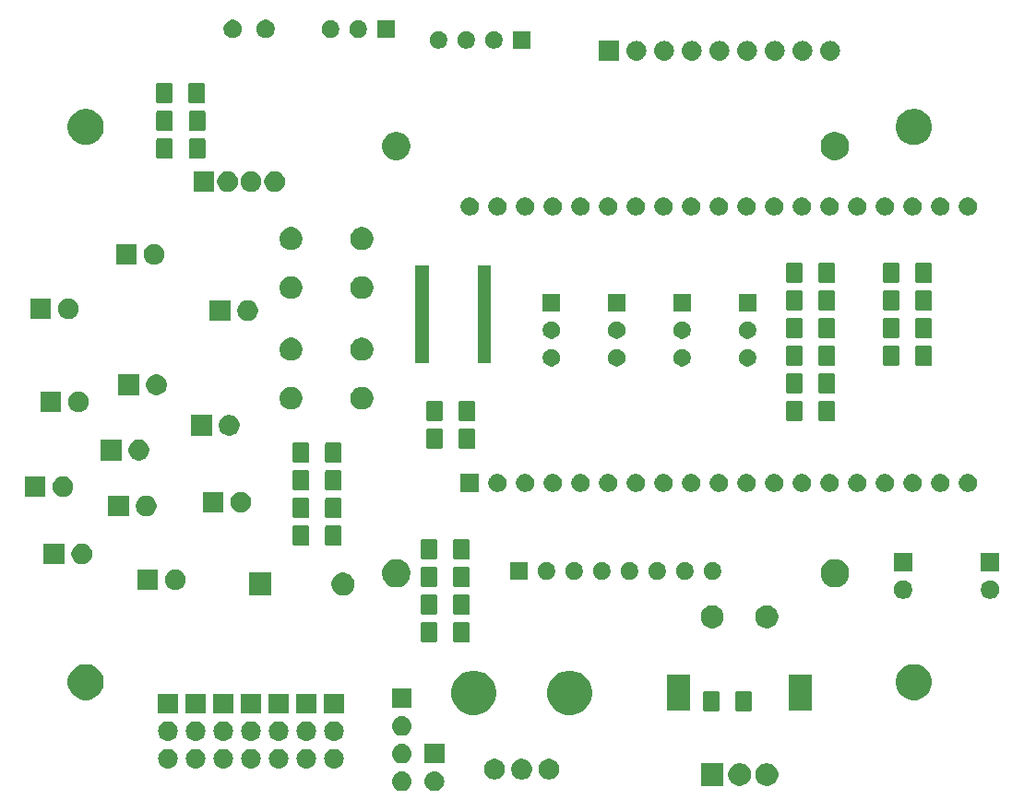
<source format=gbr>
G04 #@! TF.GenerationSoftware,KiCad,Pcbnew,(5.1.0)-1*
G04 #@! TF.CreationDate,2019-05-12T21:15:30+02:00*
G04 #@! TF.ProjectId,ESP32 dev board,45535033-3220-4646-9576-20626f617264,rev?*
G04 #@! TF.SameCoordinates,Original*
G04 #@! TF.FileFunction,Soldermask,Bot*
G04 #@! TF.FilePolarity,Negative*
%FSLAX46Y46*%
G04 Gerber Fmt 4.6, Leading zero omitted, Abs format (unit mm)*
G04 Created by KiCad (PCBNEW (5.1.0)-1) date 2019-05-12 21:15:30*
%MOMM*%
%LPD*%
G04 APERTURE LIST*
%ADD10C,0.100000*%
G04 APERTURE END LIST*
D10*
G36*
X44110443Y-71225519D02*
G01*
X44176627Y-71232037D01*
X44346466Y-71283557D01*
X44502991Y-71367222D01*
X44538647Y-71396484D01*
X44640186Y-71479814D01*
X44723448Y-71581271D01*
X44752778Y-71617009D01*
X44836443Y-71773534D01*
X44887963Y-71943373D01*
X44905359Y-72120000D01*
X44887963Y-72296627D01*
X44836443Y-72466466D01*
X44752778Y-72622991D01*
X44723448Y-72658729D01*
X44640186Y-72760186D01*
X44538729Y-72843448D01*
X44502991Y-72872778D01*
X44346466Y-72956443D01*
X44176627Y-73007963D01*
X44110442Y-73014482D01*
X44044260Y-73021000D01*
X43955740Y-73021000D01*
X43889558Y-73014482D01*
X43823373Y-73007963D01*
X43653534Y-72956443D01*
X43497009Y-72872778D01*
X43461271Y-72843448D01*
X43359814Y-72760186D01*
X43276552Y-72658729D01*
X43247222Y-72622991D01*
X43163557Y-72466466D01*
X43112037Y-72296627D01*
X43094641Y-72120000D01*
X43112037Y-71943373D01*
X43163557Y-71773534D01*
X43247222Y-71617009D01*
X43276552Y-71581271D01*
X43359814Y-71479814D01*
X43461353Y-71396484D01*
X43497009Y-71367222D01*
X43653534Y-71283557D01*
X43823373Y-71232037D01*
X43889557Y-71225519D01*
X43955740Y-71219000D01*
X44044260Y-71219000D01*
X44110443Y-71225519D01*
X44110443Y-71225519D01*
G37*
G36*
X41110443Y-71225519D02*
G01*
X41176627Y-71232037D01*
X41346466Y-71283557D01*
X41502991Y-71367222D01*
X41538647Y-71396484D01*
X41640186Y-71479814D01*
X41723448Y-71581271D01*
X41752778Y-71617009D01*
X41836443Y-71773534D01*
X41887963Y-71943373D01*
X41905359Y-72120000D01*
X41887963Y-72296627D01*
X41836443Y-72466466D01*
X41752778Y-72622991D01*
X41723448Y-72658729D01*
X41640186Y-72760186D01*
X41538729Y-72843448D01*
X41502991Y-72872778D01*
X41346466Y-72956443D01*
X41176627Y-73007963D01*
X41110442Y-73014482D01*
X41044260Y-73021000D01*
X40955740Y-73021000D01*
X40889558Y-73014482D01*
X40823373Y-73007963D01*
X40653534Y-72956443D01*
X40497009Y-72872778D01*
X40461271Y-72843448D01*
X40359814Y-72760186D01*
X40276552Y-72658729D01*
X40247222Y-72622991D01*
X40163557Y-72466466D01*
X40112037Y-72296627D01*
X40094641Y-72120000D01*
X40112037Y-71943373D01*
X40163557Y-71773534D01*
X40247222Y-71617009D01*
X40276552Y-71581271D01*
X40359814Y-71479814D01*
X40461353Y-71396484D01*
X40497009Y-71367222D01*
X40653534Y-71283557D01*
X40823373Y-71232037D01*
X40889557Y-71225519D01*
X40955740Y-71219000D01*
X41044260Y-71219000D01*
X41110443Y-71225519D01*
X41110443Y-71225519D01*
G37*
G36*
X74806564Y-70489389D02*
G01*
X74951767Y-70549534D01*
X74997835Y-70568616D01*
X75169973Y-70683635D01*
X75316365Y-70830027D01*
X75347379Y-70876442D01*
X75431385Y-71002167D01*
X75510611Y-71193436D01*
X75551000Y-71396484D01*
X75551000Y-71603516D01*
X75510611Y-71806564D01*
X75453943Y-71943373D01*
X75431384Y-71997835D01*
X75316365Y-72169973D01*
X75169973Y-72316365D01*
X74997835Y-72431384D01*
X74997834Y-72431385D01*
X74997833Y-72431385D01*
X74806564Y-72510611D01*
X74603516Y-72551000D01*
X74396484Y-72551000D01*
X74193436Y-72510611D01*
X74002167Y-72431385D01*
X74002166Y-72431385D01*
X74002165Y-72431384D01*
X73830027Y-72316365D01*
X73683635Y-72169973D01*
X73568616Y-71997835D01*
X73546057Y-71943373D01*
X73489389Y-71806564D01*
X73449000Y-71603516D01*
X73449000Y-71396484D01*
X73489389Y-71193436D01*
X73568615Y-71002167D01*
X73652622Y-70876442D01*
X73683635Y-70830027D01*
X73830027Y-70683635D01*
X74002165Y-70568616D01*
X74048233Y-70549534D01*
X74193436Y-70489389D01*
X74396484Y-70449000D01*
X74603516Y-70449000D01*
X74806564Y-70489389D01*
X74806564Y-70489389D01*
G37*
G36*
X70551000Y-72551000D02*
G01*
X68449000Y-72551000D01*
X68449000Y-70449000D01*
X70551000Y-70449000D01*
X70551000Y-72551000D01*
X70551000Y-72551000D01*
G37*
G36*
X72306564Y-70489389D02*
G01*
X72451767Y-70549534D01*
X72497835Y-70568616D01*
X72669973Y-70683635D01*
X72816365Y-70830027D01*
X72847379Y-70876442D01*
X72931385Y-71002167D01*
X73010611Y-71193436D01*
X73051000Y-71396484D01*
X73051000Y-71603516D01*
X73010611Y-71806564D01*
X72953943Y-71943373D01*
X72931384Y-71997835D01*
X72816365Y-72169973D01*
X72669973Y-72316365D01*
X72497835Y-72431384D01*
X72497834Y-72431385D01*
X72497833Y-72431385D01*
X72306564Y-72510611D01*
X72103516Y-72551000D01*
X71896484Y-72551000D01*
X71693436Y-72510611D01*
X71502167Y-72431385D01*
X71502166Y-72431385D01*
X71502165Y-72431384D01*
X71330027Y-72316365D01*
X71183635Y-72169973D01*
X71068616Y-71997835D01*
X71046057Y-71943373D01*
X70989389Y-71806564D01*
X70949000Y-71603516D01*
X70949000Y-71396484D01*
X70989389Y-71193436D01*
X71068615Y-71002167D01*
X71152622Y-70876442D01*
X71183635Y-70830027D01*
X71330027Y-70683635D01*
X71502165Y-70568616D01*
X71548233Y-70549534D01*
X71693436Y-70489389D01*
X71896484Y-70449000D01*
X72103516Y-70449000D01*
X72306564Y-70489389D01*
X72306564Y-70489389D01*
G37*
G36*
X54777395Y-70085546D02*
G01*
X54950466Y-70157234D01*
X54950467Y-70157235D01*
X55106227Y-70261310D01*
X55238690Y-70393773D01*
X55275591Y-70449000D01*
X55342766Y-70549534D01*
X55414454Y-70722605D01*
X55451000Y-70906333D01*
X55451000Y-71093667D01*
X55414454Y-71277395D01*
X55342766Y-71450466D01*
X55291081Y-71527818D01*
X55238690Y-71606227D01*
X55106227Y-71738690D01*
X55054082Y-71773532D01*
X54950466Y-71842766D01*
X54777395Y-71914454D01*
X54593667Y-71951000D01*
X54406333Y-71951000D01*
X54222605Y-71914454D01*
X54049534Y-71842766D01*
X53945918Y-71773532D01*
X53893773Y-71738690D01*
X53761310Y-71606227D01*
X53708919Y-71527818D01*
X53657234Y-71450466D01*
X53585546Y-71277395D01*
X53549000Y-71093667D01*
X53549000Y-70906333D01*
X53585546Y-70722605D01*
X53657234Y-70549534D01*
X53724409Y-70449000D01*
X53761310Y-70393773D01*
X53893773Y-70261310D01*
X54049533Y-70157235D01*
X54049534Y-70157234D01*
X54222605Y-70085546D01*
X54406333Y-70049000D01*
X54593667Y-70049000D01*
X54777395Y-70085546D01*
X54777395Y-70085546D01*
G37*
G36*
X52277395Y-70085546D02*
G01*
X52450466Y-70157234D01*
X52450467Y-70157235D01*
X52606227Y-70261310D01*
X52738690Y-70393773D01*
X52775591Y-70449000D01*
X52842766Y-70549534D01*
X52914454Y-70722605D01*
X52951000Y-70906333D01*
X52951000Y-71093667D01*
X52914454Y-71277395D01*
X52842766Y-71450466D01*
X52791081Y-71527818D01*
X52738690Y-71606227D01*
X52606227Y-71738690D01*
X52554082Y-71773532D01*
X52450466Y-71842766D01*
X52277395Y-71914454D01*
X52093667Y-71951000D01*
X51906333Y-71951000D01*
X51722605Y-71914454D01*
X51549534Y-71842766D01*
X51445918Y-71773532D01*
X51393773Y-71738690D01*
X51261310Y-71606227D01*
X51208919Y-71527818D01*
X51157234Y-71450466D01*
X51085546Y-71277395D01*
X51049000Y-71093667D01*
X51049000Y-70906333D01*
X51085546Y-70722605D01*
X51157234Y-70549534D01*
X51224409Y-70449000D01*
X51261310Y-70393773D01*
X51393773Y-70261310D01*
X51549533Y-70157235D01*
X51549534Y-70157234D01*
X51722605Y-70085546D01*
X51906333Y-70049000D01*
X52093667Y-70049000D01*
X52277395Y-70085546D01*
X52277395Y-70085546D01*
G37*
G36*
X49777395Y-70085546D02*
G01*
X49950466Y-70157234D01*
X49950467Y-70157235D01*
X50106227Y-70261310D01*
X50238690Y-70393773D01*
X50275591Y-70449000D01*
X50342766Y-70549534D01*
X50414454Y-70722605D01*
X50451000Y-70906333D01*
X50451000Y-71093667D01*
X50414454Y-71277395D01*
X50342766Y-71450466D01*
X50291081Y-71527818D01*
X50238690Y-71606227D01*
X50106227Y-71738690D01*
X50054082Y-71773532D01*
X49950466Y-71842766D01*
X49777395Y-71914454D01*
X49593667Y-71951000D01*
X49406333Y-71951000D01*
X49222605Y-71914454D01*
X49049534Y-71842766D01*
X48945918Y-71773532D01*
X48893773Y-71738690D01*
X48761310Y-71606227D01*
X48708919Y-71527818D01*
X48657234Y-71450466D01*
X48585546Y-71277395D01*
X48549000Y-71093667D01*
X48549000Y-70906333D01*
X48585546Y-70722605D01*
X48657234Y-70549534D01*
X48724409Y-70449000D01*
X48761310Y-70393773D01*
X48893773Y-70261310D01*
X49049533Y-70157235D01*
X49049534Y-70157234D01*
X49222605Y-70085546D01*
X49406333Y-70049000D01*
X49593667Y-70049000D01*
X49777395Y-70085546D01*
X49777395Y-70085546D01*
G37*
G36*
X29810443Y-69145519D02*
G01*
X29876627Y-69152037D01*
X30046466Y-69203557D01*
X30202991Y-69287222D01*
X30238729Y-69316552D01*
X30340186Y-69399814D01*
X30423448Y-69501271D01*
X30452778Y-69537009D01*
X30536443Y-69693534D01*
X30587963Y-69863373D01*
X30605359Y-70040000D01*
X30587963Y-70216627D01*
X30536443Y-70386466D01*
X30452778Y-70542991D01*
X30447409Y-70549533D01*
X30340186Y-70680186D01*
X30238729Y-70763448D01*
X30202991Y-70792778D01*
X30046466Y-70876443D01*
X29876627Y-70927963D01*
X29810442Y-70934482D01*
X29744260Y-70941000D01*
X29655740Y-70941000D01*
X29589558Y-70934482D01*
X29523373Y-70927963D01*
X29353534Y-70876443D01*
X29197009Y-70792778D01*
X29161271Y-70763448D01*
X29059814Y-70680186D01*
X28952591Y-70549533D01*
X28947222Y-70542991D01*
X28863557Y-70386466D01*
X28812037Y-70216627D01*
X28794641Y-70040000D01*
X28812037Y-69863373D01*
X28863557Y-69693534D01*
X28947222Y-69537009D01*
X28976552Y-69501271D01*
X29059814Y-69399814D01*
X29161271Y-69316552D01*
X29197009Y-69287222D01*
X29353534Y-69203557D01*
X29523373Y-69152037D01*
X29589557Y-69145519D01*
X29655740Y-69139000D01*
X29744260Y-69139000D01*
X29810443Y-69145519D01*
X29810443Y-69145519D01*
G37*
G36*
X19650443Y-69145519D02*
G01*
X19716627Y-69152037D01*
X19886466Y-69203557D01*
X20042991Y-69287222D01*
X20078729Y-69316552D01*
X20180186Y-69399814D01*
X20263448Y-69501271D01*
X20292778Y-69537009D01*
X20376443Y-69693534D01*
X20427963Y-69863373D01*
X20445359Y-70040000D01*
X20427963Y-70216627D01*
X20376443Y-70386466D01*
X20292778Y-70542991D01*
X20287409Y-70549533D01*
X20180186Y-70680186D01*
X20078729Y-70763448D01*
X20042991Y-70792778D01*
X19886466Y-70876443D01*
X19716627Y-70927963D01*
X19650442Y-70934482D01*
X19584260Y-70941000D01*
X19495740Y-70941000D01*
X19429558Y-70934482D01*
X19363373Y-70927963D01*
X19193534Y-70876443D01*
X19037009Y-70792778D01*
X19001271Y-70763448D01*
X18899814Y-70680186D01*
X18792591Y-70549533D01*
X18787222Y-70542991D01*
X18703557Y-70386466D01*
X18652037Y-70216627D01*
X18634641Y-70040000D01*
X18652037Y-69863373D01*
X18703557Y-69693534D01*
X18787222Y-69537009D01*
X18816552Y-69501271D01*
X18899814Y-69399814D01*
X19001271Y-69316552D01*
X19037009Y-69287222D01*
X19193534Y-69203557D01*
X19363373Y-69152037D01*
X19429557Y-69145519D01*
X19495740Y-69139000D01*
X19584260Y-69139000D01*
X19650443Y-69145519D01*
X19650443Y-69145519D01*
G37*
G36*
X34890443Y-69145519D02*
G01*
X34956627Y-69152037D01*
X35126466Y-69203557D01*
X35282991Y-69287222D01*
X35318729Y-69316552D01*
X35420186Y-69399814D01*
X35503448Y-69501271D01*
X35532778Y-69537009D01*
X35616443Y-69693534D01*
X35667963Y-69863373D01*
X35685359Y-70040000D01*
X35667963Y-70216627D01*
X35616443Y-70386466D01*
X35532778Y-70542991D01*
X35527409Y-70549533D01*
X35420186Y-70680186D01*
X35318729Y-70763448D01*
X35282991Y-70792778D01*
X35126466Y-70876443D01*
X34956627Y-70927963D01*
X34890442Y-70934482D01*
X34824260Y-70941000D01*
X34735740Y-70941000D01*
X34669558Y-70934482D01*
X34603373Y-70927963D01*
X34433534Y-70876443D01*
X34277009Y-70792778D01*
X34241271Y-70763448D01*
X34139814Y-70680186D01*
X34032591Y-70549533D01*
X34027222Y-70542991D01*
X33943557Y-70386466D01*
X33892037Y-70216627D01*
X33874641Y-70040000D01*
X33892037Y-69863373D01*
X33943557Y-69693534D01*
X34027222Y-69537009D01*
X34056552Y-69501271D01*
X34139814Y-69399814D01*
X34241271Y-69316552D01*
X34277009Y-69287222D01*
X34433534Y-69203557D01*
X34603373Y-69152037D01*
X34669557Y-69145519D01*
X34735740Y-69139000D01*
X34824260Y-69139000D01*
X34890443Y-69145519D01*
X34890443Y-69145519D01*
G37*
G36*
X22190443Y-69145519D02*
G01*
X22256627Y-69152037D01*
X22426466Y-69203557D01*
X22582991Y-69287222D01*
X22618729Y-69316552D01*
X22720186Y-69399814D01*
X22803448Y-69501271D01*
X22832778Y-69537009D01*
X22916443Y-69693534D01*
X22967963Y-69863373D01*
X22985359Y-70040000D01*
X22967963Y-70216627D01*
X22916443Y-70386466D01*
X22832778Y-70542991D01*
X22827409Y-70549533D01*
X22720186Y-70680186D01*
X22618729Y-70763448D01*
X22582991Y-70792778D01*
X22426466Y-70876443D01*
X22256627Y-70927963D01*
X22190442Y-70934482D01*
X22124260Y-70941000D01*
X22035740Y-70941000D01*
X21969558Y-70934482D01*
X21903373Y-70927963D01*
X21733534Y-70876443D01*
X21577009Y-70792778D01*
X21541271Y-70763448D01*
X21439814Y-70680186D01*
X21332591Y-70549533D01*
X21327222Y-70542991D01*
X21243557Y-70386466D01*
X21192037Y-70216627D01*
X21174641Y-70040000D01*
X21192037Y-69863373D01*
X21243557Y-69693534D01*
X21327222Y-69537009D01*
X21356552Y-69501271D01*
X21439814Y-69399814D01*
X21541271Y-69316552D01*
X21577009Y-69287222D01*
X21733534Y-69203557D01*
X21903373Y-69152037D01*
X21969557Y-69145519D01*
X22035740Y-69139000D01*
X22124260Y-69139000D01*
X22190443Y-69145519D01*
X22190443Y-69145519D01*
G37*
G36*
X27270443Y-69145519D02*
G01*
X27336627Y-69152037D01*
X27506466Y-69203557D01*
X27662991Y-69287222D01*
X27698729Y-69316552D01*
X27800186Y-69399814D01*
X27883448Y-69501271D01*
X27912778Y-69537009D01*
X27996443Y-69693534D01*
X28047963Y-69863373D01*
X28065359Y-70040000D01*
X28047963Y-70216627D01*
X27996443Y-70386466D01*
X27912778Y-70542991D01*
X27907409Y-70549533D01*
X27800186Y-70680186D01*
X27698729Y-70763448D01*
X27662991Y-70792778D01*
X27506466Y-70876443D01*
X27336627Y-70927963D01*
X27270442Y-70934482D01*
X27204260Y-70941000D01*
X27115740Y-70941000D01*
X27049558Y-70934482D01*
X26983373Y-70927963D01*
X26813534Y-70876443D01*
X26657009Y-70792778D01*
X26621271Y-70763448D01*
X26519814Y-70680186D01*
X26412591Y-70549533D01*
X26407222Y-70542991D01*
X26323557Y-70386466D01*
X26272037Y-70216627D01*
X26254641Y-70040000D01*
X26272037Y-69863373D01*
X26323557Y-69693534D01*
X26407222Y-69537009D01*
X26436552Y-69501271D01*
X26519814Y-69399814D01*
X26621271Y-69316552D01*
X26657009Y-69287222D01*
X26813534Y-69203557D01*
X26983373Y-69152037D01*
X27049557Y-69145519D01*
X27115740Y-69139000D01*
X27204260Y-69139000D01*
X27270443Y-69145519D01*
X27270443Y-69145519D01*
G37*
G36*
X24730443Y-69145519D02*
G01*
X24796627Y-69152037D01*
X24966466Y-69203557D01*
X25122991Y-69287222D01*
X25158729Y-69316552D01*
X25260186Y-69399814D01*
X25343448Y-69501271D01*
X25372778Y-69537009D01*
X25456443Y-69693534D01*
X25507963Y-69863373D01*
X25525359Y-70040000D01*
X25507963Y-70216627D01*
X25456443Y-70386466D01*
X25372778Y-70542991D01*
X25367409Y-70549533D01*
X25260186Y-70680186D01*
X25158729Y-70763448D01*
X25122991Y-70792778D01*
X24966466Y-70876443D01*
X24796627Y-70927963D01*
X24730442Y-70934482D01*
X24664260Y-70941000D01*
X24575740Y-70941000D01*
X24509558Y-70934482D01*
X24443373Y-70927963D01*
X24273534Y-70876443D01*
X24117009Y-70792778D01*
X24081271Y-70763448D01*
X23979814Y-70680186D01*
X23872591Y-70549533D01*
X23867222Y-70542991D01*
X23783557Y-70386466D01*
X23732037Y-70216627D01*
X23714641Y-70040000D01*
X23732037Y-69863373D01*
X23783557Y-69693534D01*
X23867222Y-69537009D01*
X23896552Y-69501271D01*
X23979814Y-69399814D01*
X24081271Y-69316552D01*
X24117009Y-69287222D01*
X24273534Y-69203557D01*
X24443373Y-69152037D01*
X24509557Y-69145519D01*
X24575740Y-69139000D01*
X24664260Y-69139000D01*
X24730443Y-69145519D01*
X24730443Y-69145519D01*
G37*
G36*
X32350443Y-69145519D02*
G01*
X32416627Y-69152037D01*
X32586466Y-69203557D01*
X32742991Y-69287222D01*
X32778729Y-69316552D01*
X32880186Y-69399814D01*
X32963448Y-69501271D01*
X32992778Y-69537009D01*
X33076443Y-69693534D01*
X33127963Y-69863373D01*
X33145359Y-70040000D01*
X33127963Y-70216627D01*
X33076443Y-70386466D01*
X32992778Y-70542991D01*
X32987409Y-70549533D01*
X32880186Y-70680186D01*
X32778729Y-70763448D01*
X32742991Y-70792778D01*
X32586466Y-70876443D01*
X32416627Y-70927963D01*
X32350442Y-70934482D01*
X32284260Y-70941000D01*
X32195740Y-70941000D01*
X32129558Y-70934482D01*
X32063373Y-70927963D01*
X31893534Y-70876443D01*
X31737009Y-70792778D01*
X31701271Y-70763448D01*
X31599814Y-70680186D01*
X31492591Y-70549533D01*
X31487222Y-70542991D01*
X31403557Y-70386466D01*
X31352037Y-70216627D01*
X31334641Y-70040000D01*
X31352037Y-69863373D01*
X31403557Y-69693534D01*
X31487222Y-69537009D01*
X31516552Y-69501271D01*
X31599814Y-69399814D01*
X31701271Y-69316552D01*
X31737009Y-69287222D01*
X31893534Y-69203557D01*
X32063373Y-69152037D01*
X32129557Y-69145519D01*
X32195740Y-69139000D01*
X32284260Y-69139000D01*
X32350443Y-69145519D01*
X32350443Y-69145519D01*
G37*
G36*
X44901000Y-70481000D02*
G01*
X43099000Y-70481000D01*
X43099000Y-68679000D01*
X44901000Y-68679000D01*
X44901000Y-70481000D01*
X44901000Y-70481000D01*
G37*
G36*
X41110442Y-68685518D02*
G01*
X41176627Y-68692037D01*
X41346466Y-68743557D01*
X41502991Y-68827222D01*
X41538729Y-68856552D01*
X41640186Y-68939814D01*
X41723448Y-69041271D01*
X41752778Y-69077009D01*
X41836443Y-69233534D01*
X41887963Y-69403373D01*
X41905359Y-69580000D01*
X41887963Y-69756627D01*
X41836443Y-69926466D01*
X41752778Y-70082991D01*
X41750681Y-70085546D01*
X41640186Y-70220186D01*
X41538729Y-70303448D01*
X41502991Y-70332778D01*
X41346466Y-70416443D01*
X41176627Y-70467963D01*
X41110443Y-70474481D01*
X41044260Y-70481000D01*
X40955740Y-70481000D01*
X40889557Y-70474481D01*
X40823373Y-70467963D01*
X40653534Y-70416443D01*
X40497009Y-70332778D01*
X40461271Y-70303448D01*
X40359814Y-70220186D01*
X40249319Y-70085546D01*
X40247222Y-70082991D01*
X40163557Y-69926466D01*
X40112037Y-69756627D01*
X40094641Y-69580000D01*
X40112037Y-69403373D01*
X40163557Y-69233534D01*
X40247222Y-69077009D01*
X40276552Y-69041271D01*
X40359814Y-68939814D01*
X40461271Y-68856552D01*
X40497009Y-68827222D01*
X40653534Y-68743557D01*
X40823373Y-68692037D01*
X40889558Y-68685518D01*
X40955740Y-68679000D01*
X41044260Y-68679000D01*
X41110442Y-68685518D01*
X41110442Y-68685518D01*
G37*
G36*
X29810442Y-66605518D02*
G01*
X29876627Y-66612037D01*
X30046466Y-66663557D01*
X30202991Y-66747222D01*
X30238729Y-66776552D01*
X30340186Y-66859814D01*
X30423448Y-66961271D01*
X30452778Y-66997009D01*
X30536443Y-67153534D01*
X30587963Y-67323373D01*
X30605359Y-67500000D01*
X30587963Y-67676627D01*
X30536443Y-67846466D01*
X30452778Y-68002991D01*
X30423448Y-68038729D01*
X30340186Y-68140186D01*
X30238729Y-68223448D01*
X30202991Y-68252778D01*
X30046466Y-68336443D01*
X29876627Y-68387963D01*
X29810442Y-68394482D01*
X29744260Y-68401000D01*
X29655740Y-68401000D01*
X29589558Y-68394482D01*
X29523373Y-68387963D01*
X29353534Y-68336443D01*
X29197009Y-68252778D01*
X29161271Y-68223448D01*
X29059814Y-68140186D01*
X28976552Y-68038729D01*
X28947222Y-68002991D01*
X28863557Y-67846466D01*
X28812037Y-67676627D01*
X28794641Y-67500000D01*
X28812037Y-67323373D01*
X28863557Y-67153534D01*
X28947222Y-66997009D01*
X28976552Y-66961271D01*
X29059814Y-66859814D01*
X29161271Y-66776552D01*
X29197009Y-66747222D01*
X29353534Y-66663557D01*
X29523373Y-66612037D01*
X29589558Y-66605518D01*
X29655740Y-66599000D01*
X29744260Y-66599000D01*
X29810442Y-66605518D01*
X29810442Y-66605518D01*
G37*
G36*
X24730442Y-66605518D02*
G01*
X24796627Y-66612037D01*
X24966466Y-66663557D01*
X25122991Y-66747222D01*
X25158729Y-66776552D01*
X25260186Y-66859814D01*
X25343448Y-66961271D01*
X25372778Y-66997009D01*
X25456443Y-67153534D01*
X25507963Y-67323373D01*
X25525359Y-67500000D01*
X25507963Y-67676627D01*
X25456443Y-67846466D01*
X25372778Y-68002991D01*
X25343448Y-68038729D01*
X25260186Y-68140186D01*
X25158729Y-68223448D01*
X25122991Y-68252778D01*
X24966466Y-68336443D01*
X24796627Y-68387963D01*
X24730442Y-68394482D01*
X24664260Y-68401000D01*
X24575740Y-68401000D01*
X24509558Y-68394482D01*
X24443373Y-68387963D01*
X24273534Y-68336443D01*
X24117009Y-68252778D01*
X24081271Y-68223448D01*
X23979814Y-68140186D01*
X23896552Y-68038729D01*
X23867222Y-68002991D01*
X23783557Y-67846466D01*
X23732037Y-67676627D01*
X23714641Y-67500000D01*
X23732037Y-67323373D01*
X23783557Y-67153534D01*
X23867222Y-66997009D01*
X23896552Y-66961271D01*
X23979814Y-66859814D01*
X24081271Y-66776552D01*
X24117009Y-66747222D01*
X24273534Y-66663557D01*
X24443373Y-66612037D01*
X24509558Y-66605518D01*
X24575740Y-66599000D01*
X24664260Y-66599000D01*
X24730442Y-66605518D01*
X24730442Y-66605518D01*
G37*
G36*
X27270442Y-66605518D02*
G01*
X27336627Y-66612037D01*
X27506466Y-66663557D01*
X27662991Y-66747222D01*
X27698729Y-66776552D01*
X27800186Y-66859814D01*
X27883448Y-66961271D01*
X27912778Y-66997009D01*
X27996443Y-67153534D01*
X28047963Y-67323373D01*
X28065359Y-67500000D01*
X28047963Y-67676627D01*
X27996443Y-67846466D01*
X27912778Y-68002991D01*
X27883448Y-68038729D01*
X27800186Y-68140186D01*
X27698729Y-68223448D01*
X27662991Y-68252778D01*
X27506466Y-68336443D01*
X27336627Y-68387963D01*
X27270442Y-68394482D01*
X27204260Y-68401000D01*
X27115740Y-68401000D01*
X27049558Y-68394482D01*
X26983373Y-68387963D01*
X26813534Y-68336443D01*
X26657009Y-68252778D01*
X26621271Y-68223448D01*
X26519814Y-68140186D01*
X26436552Y-68038729D01*
X26407222Y-68002991D01*
X26323557Y-67846466D01*
X26272037Y-67676627D01*
X26254641Y-67500000D01*
X26272037Y-67323373D01*
X26323557Y-67153534D01*
X26407222Y-66997009D01*
X26436552Y-66961271D01*
X26519814Y-66859814D01*
X26621271Y-66776552D01*
X26657009Y-66747222D01*
X26813534Y-66663557D01*
X26983373Y-66612037D01*
X27049558Y-66605518D01*
X27115740Y-66599000D01*
X27204260Y-66599000D01*
X27270442Y-66605518D01*
X27270442Y-66605518D01*
G37*
G36*
X32350442Y-66605518D02*
G01*
X32416627Y-66612037D01*
X32586466Y-66663557D01*
X32742991Y-66747222D01*
X32778729Y-66776552D01*
X32880186Y-66859814D01*
X32963448Y-66961271D01*
X32992778Y-66997009D01*
X33076443Y-67153534D01*
X33127963Y-67323373D01*
X33145359Y-67500000D01*
X33127963Y-67676627D01*
X33076443Y-67846466D01*
X32992778Y-68002991D01*
X32963448Y-68038729D01*
X32880186Y-68140186D01*
X32778729Y-68223448D01*
X32742991Y-68252778D01*
X32586466Y-68336443D01*
X32416627Y-68387963D01*
X32350442Y-68394482D01*
X32284260Y-68401000D01*
X32195740Y-68401000D01*
X32129558Y-68394482D01*
X32063373Y-68387963D01*
X31893534Y-68336443D01*
X31737009Y-68252778D01*
X31701271Y-68223448D01*
X31599814Y-68140186D01*
X31516552Y-68038729D01*
X31487222Y-68002991D01*
X31403557Y-67846466D01*
X31352037Y-67676627D01*
X31334641Y-67500000D01*
X31352037Y-67323373D01*
X31403557Y-67153534D01*
X31487222Y-66997009D01*
X31516552Y-66961271D01*
X31599814Y-66859814D01*
X31701271Y-66776552D01*
X31737009Y-66747222D01*
X31893534Y-66663557D01*
X32063373Y-66612037D01*
X32129558Y-66605518D01*
X32195740Y-66599000D01*
X32284260Y-66599000D01*
X32350442Y-66605518D01*
X32350442Y-66605518D01*
G37*
G36*
X34890442Y-66605518D02*
G01*
X34956627Y-66612037D01*
X35126466Y-66663557D01*
X35282991Y-66747222D01*
X35318729Y-66776552D01*
X35420186Y-66859814D01*
X35503448Y-66961271D01*
X35532778Y-66997009D01*
X35616443Y-67153534D01*
X35667963Y-67323373D01*
X35685359Y-67500000D01*
X35667963Y-67676627D01*
X35616443Y-67846466D01*
X35532778Y-68002991D01*
X35503448Y-68038729D01*
X35420186Y-68140186D01*
X35318729Y-68223448D01*
X35282991Y-68252778D01*
X35126466Y-68336443D01*
X34956627Y-68387963D01*
X34890442Y-68394482D01*
X34824260Y-68401000D01*
X34735740Y-68401000D01*
X34669558Y-68394482D01*
X34603373Y-68387963D01*
X34433534Y-68336443D01*
X34277009Y-68252778D01*
X34241271Y-68223448D01*
X34139814Y-68140186D01*
X34056552Y-68038729D01*
X34027222Y-68002991D01*
X33943557Y-67846466D01*
X33892037Y-67676627D01*
X33874641Y-67500000D01*
X33892037Y-67323373D01*
X33943557Y-67153534D01*
X34027222Y-66997009D01*
X34056552Y-66961271D01*
X34139814Y-66859814D01*
X34241271Y-66776552D01*
X34277009Y-66747222D01*
X34433534Y-66663557D01*
X34603373Y-66612037D01*
X34669558Y-66605518D01*
X34735740Y-66599000D01*
X34824260Y-66599000D01*
X34890442Y-66605518D01*
X34890442Y-66605518D01*
G37*
G36*
X22190442Y-66605518D02*
G01*
X22256627Y-66612037D01*
X22426466Y-66663557D01*
X22582991Y-66747222D01*
X22618729Y-66776552D01*
X22720186Y-66859814D01*
X22803448Y-66961271D01*
X22832778Y-66997009D01*
X22916443Y-67153534D01*
X22967963Y-67323373D01*
X22985359Y-67500000D01*
X22967963Y-67676627D01*
X22916443Y-67846466D01*
X22832778Y-68002991D01*
X22803448Y-68038729D01*
X22720186Y-68140186D01*
X22618729Y-68223448D01*
X22582991Y-68252778D01*
X22426466Y-68336443D01*
X22256627Y-68387963D01*
X22190442Y-68394482D01*
X22124260Y-68401000D01*
X22035740Y-68401000D01*
X21969558Y-68394482D01*
X21903373Y-68387963D01*
X21733534Y-68336443D01*
X21577009Y-68252778D01*
X21541271Y-68223448D01*
X21439814Y-68140186D01*
X21356552Y-68038729D01*
X21327222Y-68002991D01*
X21243557Y-67846466D01*
X21192037Y-67676627D01*
X21174641Y-67500000D01*
X21192037Y-67323373D01*
X21243557Y-67153534D01*
X21327222Y-66997009D01*
X21356552Y-66961271D01*
X21439814Y-66859814D01*
X21541271Y-66776552D01*
X21577009Y-66747222D01*
X21733534Y-66663557D01*
X21903373Y-66612037D01*
X21969558Y-66605518D01*
X22035740Y-66599000D01*
X22124260Y-66599000D01*
X22190442Y-66605518D01*
X22190442Y-66605518D01*
G37*
G36*
X19650442Y-66605518D02*
G01*
X19716627Y-66612037D01*
X19886466Y-66663557D01*
X20042991Y-66747222D01*
X20078729Y-66776552D01*
X20180186Y-66859814D01*
X20263448Y-66961271D01*
X20292778Y-66997009D01*
X20376443Y-67153534D01*
X20427963Y-67323373D01*
X20445359Y-67500000D01*
X20427963Y-67676627D01*
X20376443Y-67846466D01*
X20292778Y-68002991D01*
X20263448Y-68038729D01*
X20180186Y-68140186D01*
X20078729Y-68223448D01*
X20042991Y-68252778D01*
X19886466Y-68336443D01*
X19716627Y-68387963D01*
X19650442Y-68394482D01*
X19584260Y-68401000D01*
X19495740Y-68401000D01*
X19429558Y-68394482D01*
X19363373Y-68387963D01*
X19193534Y-68336443D01*
X19037009Y-68252778D01*
X19001271Y-68223448D01*
X18899814Y-68140186D01*
X18816552Y-68038729D01*
X18787222Y-68002991D01*
X18703557Y-67846466D01*
X18652037Y-67676627D01*
X18634641Y-67500000D01*
X18652037Y-67323373D01*
X18703557Y-67153534D01*
X18787222Y-66997009D01*
X18816552Y-66961271D01*
X18899814Y-66859814D01*
X19001271Y-66776552D01*
X19037009Y-66747222D01*
X19193534Y-66663557D01*
X19363373Y-66612037D01*
X19429558Y-66605518D01*
X19495740Y-66599000D01*
X19584260Y-66599000D01*
X19650442Y-66605518D01*
X19650442Y-66605518D01*
G37*
G36*
X41110442Y-66145518D02*
G01*
X41176627Y-66152037D01*
X41346466Y-66203557D01*
X41502991Y-66287222D01*
X41538729Y-66316552D01*
X41640186Y-66399814D01*
X41723448Y-66501271D01*
X41752778Y-66537009D01*
X41836443Y-66693534D01*
X41887963Y-66863373D01*
X41905359Y-67040000D01*
X41887963Y-67216627D01*
X41836443Y-67386466D01*
X41752778Y-67542991D01*
X41723448Y-67578729D01*
X41640186Y-67680186D01*
X41538729Y-67763448D01*
X41502991Y-67792778D01*
X41346466Y-67876443D01*
X41176627Y-67927963D01*
X41110442Y-67934482D01*
X41044260Y-67941000D01*
X40955740Y-67941000D01*
X40889558Y-67934482D01*
X40823373Y-67927963D01*
X40653534Y-67876443D01*
X40497009Y-67792778D01*
X40461271Y-67763448D01*
X40359814Y-67680186D01*
X40276552Y-67578729D01*
X40247222Y-67542991D01*
X40163557Y-67386466D01*
X40112037Y-67216627D01*
X40094641Y-67040000D01*
X40112037Y-66863373D01*
X40163557Y-66693534D01*
X40247222Y-66537009D01*
X40276552Y-66501271D01*
X40359814Y-66399814D01*
X40461271Y-66316552D01*
X40497009Y-66287222D01*
X40653534Y-66203557D01*
X40823373Y-66152037D01*
X40889558Y-66145518D01*
X40955740Y-66139000D01*
X41044260Y-66139000D01*
X41110442Y-66145518D01*
X41110442Y-66145518D01*
G37*
G36*
X56998254Y-62027818D02*
G01*
X57371511Y-62182426D01*
X57371513Y-62182427D01*
X57620807Y-62349000D01*
X57707436Y-62406884D01*
X57993116Y-62692564D01*
X58217574Y-63028489D01*
X58372182Y-63401746D01*
X58451000Y-63797993D01*
X58451000Y-64202007D01*
X58372182Y-64598254D01*
X58217574Y-64971511D01*
X58217573Y-64971513D01*
X57993116Y-65307436D01*
X57707436Y-65593116D01*
X57371513Y-65817573D01*
X57371512Y-65817574D01*
X57371511Y-65817574D01*
X56998254Y-65972182D01*
X56602007Y-66051000D01*
X56197993Y-66051000D01*
X55801746Y-65972182D01*
X55428489Y-65817574D01*
X55428488Y-65817574D01*
X55428487Y-65817573D01*
X55092564Y-65593116D01*
X54806884Y-65307436D01*
X54582427Y-64971513D01*
X54582426Y-64971511D01*
X54427818Y-64598254D01*
X54349000Y-64202007D01*
X54349000Y-63797993D01*
X54427818Y-63401746D01*
X54582426Y-63028489D01*
X54806884Y-62692564D01*
X55092564Y-62406884D01*
X55179193Y-62349000D01*
X55428487Y-62182427D01*
X55428489Y-62182426D01*
X55801746Y-62027818D01*
X56197993Y-61949000D01*
X56602007Y-61949000D01*
X56998254Y-62027818D01*
X56998254Y-62027818D01*
G37*
G36*
X48198254Y-62027818D02*
G01*
X48571511Y-62182426D01*
X48571513Y-62182427D01*
X48820807Y-62349000D01*
X48907436Y-62406884D01*
X49193116Y-62692564D01*
X49417574Y-63028489D01*
X49572182Y-63401746D01*
X49651000Y-63797993D01*
X49651000Y-64202007D01*
X49572182Y-64598254D01*
X49417574Y-64971511D01*
X49417573Y-64971513D01*
X49193116Y-65307436D01*
X48907436Y-65593116D01*
X48571513Y-65817573D01*
X48571512Y-65817574D01*
X48571511Y-65817574D01*
X48198254Y-65972182D01*
X47802007Y-66051000D01*
X47397993Y-66051000D01*
X47001746Y-65972182D01*
X46628489Y-65817574D01*
X46628488Y-65817574D01*
X46628487Y-65817573D01*
X46292564Y-65593116D01*
X46006884Y-65307436D01*
X45782427Y-64971513D01*
X45782426Y-64971511D01*
X45627818Y-64598254D01*
X45549000Y-64202007D01*
X45549000Y-63797993D01*
X45627818Y-63401746D01*
X45782426Y-63028489D01*
X46006884Y-62692564D01*
X46292564Y-62406884D01*
X46379193Y-62349000D01*
X46628487Y-62182427D01*
X46628489Y-62182426D01*
X47001746Y-62027818D01*
X47397993Y-61949000D01*
X47802007Y-61949000D01*
X48198254Y-62027818D01*
X48198254Y-62027818D01*
G37*
G36*
X22981000Y-65861000D02*
G01*
X21179000Y-65861000D01*
X21179000Y-64059000D01*
X22981000Y-64059000D01*
X22981000Y-65861000D01*
X22981000Y-65861000D01*
G37*
G36*
X25521000Y-65861000D02*
G01*
X23719000Y-65861000D01*
X23719000Y-64059000D01*
X25521000Y-64059000D01*
X25521000Y-65861000D01*
X25521000Y-65861000D01*
G37*
G36*
X33141000Y-65861000D02*
G01*
X31339000Y-65861000D01*
X31339000Y-64059000D01*
X33141000Y-64059000D01*
X33141000Y-65861000D01*
X33141000Y-65861000D01*
G37*
G36*
X28061000Y-65861000D02*
G01*
X26259000Y-65861000D01*
X26259000Y-64059000D01*
X28061000Y-64059000D01*
X28061000Y-65861000D01*
X28061000Y-65861000D01*
G37*
G36*
X35681000Y-65861000D02*
G01*
X33879000Y-65861000D01*
X33879000Y-64059000D01*
X35681000Y-64059000D01*
X35681000Y-65861000D01*
X35681000Y-65861000D01*
G37*
G36*
X20441000Y-65861000D02*
G01*
X18639000Y-65861000D01*
X18639000Y-64059000D01*
X20441000Y-64059000D01*
X20441000Y-65861000D01*
X20441000Y-65861000D01*
G37*
G36*
X30601000Y-65861000D02*
G01*
X28799000Y-65861000D01*
X28799000Y-64059000D01*
X30601000Y-64059000D01*
X30601000Y-65861000D01*
X30601000Y-65861000D01*
G37*
G36*
X70018062Y-63848181D02*
G01*
X70052981Y-63858774D01*
X70085163Y-63875976D01*
X70113373Y-63899127D01*
X70136524Y-63927337D01*
X70153726Y-63959519D01*
X70164319Y-63994438D01*
X70168500Y-64036895D01*
X70168500Y-65503105D01*
X70164319Y-65545562D01*
X70153726Y-65580481D01*
X70136524Y-65612663D01*
X70113373Y-65640873D01*
X70085163Y-65664024D01*
X70052981Y-65681226D01*
X70018062Y-65691819D01*
X69975605Y-65696000D01*
X68834395Y-65696000D01*
X68791938Y-65691819D01*
X68757019Y-65681226D01*
X68724837Y-65664024D01*
X68696627Y-65640873D01*
X68673476Y-65612663D01*
X68656274Y-65580481D01*
X68645681Y-65545562D01*
X68641500Y-65503105D01*
X68641500Y-64036895D01*
X68645681Y-63994438D01*
X68656274Y-63959519D01*
X68673476Y-63927337D01*
X68696627Y-63899127D01*
X68724837Y-63875976D01*
X68757019Y-63858774D01*
X68791938Y-63848181D01*
X68834395Y-63844000D01*
X69975605Y-63844000D01*
X70018062Y-63848181D01*
X70018062Y-63848181D01*
G37*
G36*
X72993062Y-63848181D02*
G01*
X73027981Y-63858774D01*
X73060163Y-63875976D01*
X73088373Y-63899127D01*
X73111524Y-63927337D01*
X73128726Y-63959519D01*
X73139319Y-63994438D01*
X73143500Y-64036895D01*
X73143500Y-65503105D01*
X73139319Y-65545562D01*
X73128726Y-65580481D01*
X73111524Y-65612663D01*
X73088373Y-65640873D01*
X73060163Y-65664024D01*
X73027981Y-65681226D01*
X72993062Y-65691819D01*
X72950605Y-65696000D01*
X71809395Y-65696000D01*
X71766938Y-65691819D01*
X71732019Y-65681226D01*
X71699837Y-65664024D01*
X71671627Y-65640873D01*
X71648476Y-65612663D01*
X71631274Y-65580481D01*
X71620681Y-65545562D01*
X71616500Y-65503105D01*
X71616500Y-64036895D01*
X71620681Y-63994438D01*
X71631274Y-63959519D01*
X71648476Y-63927337D01*
X71671627Y-63899127D01*
X71699837Y-63875976D01*
X71732019Y-63858774D01*
X71766938Y-63848181D01*
X71809395Y-63844000D01*
X72950605Y-63844000D01*
X72993062Y-63848181D01*
X72993062Y-63848181D01*
G37*
G36*
X78651000Y-65651000D02*
G01*
X76549000Y-65651000D01*
X76549000Y-62349000D01*
X78651000Y-62349000D01*
X78651000Y-65651000D01*
X78651000Y-65651000D01*
G37*
G36*
X67451000Y-65651000D02*
G01*
X65349000Y-65651000D01*
X65349000Y-62349000D01*
X67451000Y-62349000D01*
X67451000Y-65651000D01*
X67451000Y-65651000D01*
G37*
G36*
X41901000Y-65401000D02*
G01*
X40099000Y-65401000D01*
X40099000Y-63599000D01*
X41901000Y-63599000D01*
X41901000Y-65401000D01*
X41901000Y-65401000D01*
G37*
G36*
X88375256Y-61391298D02*
G01*
X88481579Y-61412447D01*
X88782042Y-61536903D01*
X89052451Y-61717585D01*
X89282415Y-61947549D01*
X89463097Y-62217958D01*
X89587553Y-62518421D01*
X89651000Y-62837391D01*
X89651000Y-63162609D01*
X89587553Y-63481579D01*
X89463097Y-63782042D01*
X89282415Y-64052451D01*
X89052451Y-64282415D01*
X88782042Y-64463097D01*
X88481579Y-64587553D01*
X88427781Y-64598254D01*
X88162611Y-64651000D01*
X87837389Y-64651000D01*
X87572219Y-64598254D01*
X87518421Y-64587553D01*
X87217958Y-64463097D01*
X86947549Y-64282415D01*
X86717585Y-64052451D01*
X86536903Y-63782042D01*
X86412447Y-63481579D01*
X86349000Y-63162609D01*
X86349000Y-62837391D01*
X86412447Y-62518421D01*
X86536903Y-62217958D01*
X86717585Y-61947549D01*
X86947549Y-61717585D01*
X87217958Y-61536903D01*
X87518421Y-61412447D01*
X87624744Y-61391298D01*
X87837389Y-61349000D01*
X88162611Y-61349000D01*
X88375256Y-61391298D01*
X88375256Y-61391298D01*
G37*
G36*
X12375256Y-61391298D02*
G01*
X12481579Y-61412447D01*
X12782042Y-61536903D01*
X13052451Y-61717585D01*
X13282415Y-61947549D01*
X13463097Y-62217958D01*
X13587553Y-62518421D01*
X13651000Y-62837391D01*
X13651000Y-63162609D01*
X13587553Y-63481579D01*
X13463097Y-63782042D01*
X13282415Y-64052451D01*
X13052451Y-64282415D01*
X12782042Y-64463097D01*
X12481579Y-64587553D01*
X12427781Y-64598254D01*
X12162611Y-64651000D01*
X11837389Y-64651000D01*
X11572219Y-64598254D01*
X11518421Y-64587553D01*
X11217958Y-64463097D01*
X10947549Y-64282415D01*
X10717585Y-64052451D01*
X10536903Y-63782042D01*
X10412447Y-63481579D01*
X10349000Y-63162609D01*
X10349000Y-62837391D01*
X10412447Y-62518421D01*
X10536903Y-62217958D01*
X10717585Y-61947549D01*
X10947549Y-61717585D01*
X11217958Y-61536903D01*
X11518421Y-61412447D01*
X11624744Y-61391298D01*
X11837389Y-61349000D01*
X12162611Y-61349000D01*
X12375256Y-61391298D01*
X12375256Y-61391298D01*
G37*
G36*
X44118062Y-57498181D02*
G01*
X44152981Y-57508774D01*
X44185163Y-57525976D01*
X44213373Y-57549127D01*
X44236524Y-57577337D01*
X44253726Y-57609519D01*
X44264319Y-57644438D01*
X44268500Y-57686895D01*
X44268500Y-59153105D01*
X44264319Y-59195562D01*
X44253726Y-59230481D01*
X44236524Y-59262663D01*
X44213373Y-59290873D01*
X44185163Y-59314024D01*
X44152981Y-59331226D01*
X44118062Y-59341819D01*
X44075605Y-59346000D01*
X42934395Y-59346000D01*
X42891938Y-59341819D01*
X42857019Y-59331226D01*
X42824837Y-59314024D01*
X42796627Y-59290873D01*
X42773476Y-59262663D01*
X42756274Y-59230481D01*
X42745681Y-59195562D01*
X42741500Y-59153105D01*
X42741500Y-57686895D01*
X42745681Y-57644438D01*
X42756274Y-57609519D01*
X42773476Y-57577337D01*
X42796627Y-57549127D01*
X42824837Y-57525976D01*
X42857019Y-57508774D01*
X42891938Y-57498181D01*
X42934395Y-57494000D01*
X44075605Y-57494000D01*
X44118062Y-57498181D01*
X44118062Y-57498181D01*
G37*
G36*
X47093062Y-57498181D02*
G01*
X47127981Y-57508774D01*
X47160163Y-57525976D01*
X47188373Y-57549127D01*
X47211524Y-57577337D01*
X47228726Y-57609519D01*
X47239319Y-57644438D01*
X47243500Y-57686895D01*
X47243500Y-59153105D01*
X47239319Y-59195562D01*
X47228726Y-59230481D01*
X47211524Y-59262663D01*
X47188373Y-59290873D01*
X47160163Y-59314024D01*
X47127981Y-59331226D01*
X47093062Y-59341819D01*
X47050605Y-59346000D01*
X45909395Y-59346000D01*
X45866938Y-59341819D01*
X45832019Y-59331226D01*
X45799837Y-59314024D01*
X45771627Y-59290873D01*
X45748476Y-59262663D01*
X45731274Y-59230481D01*
X45720681Y-59195562D01*
X45716500Y-59153105D01*
X45716500Y-57686895D01*
X45720681Y-57644438D01*
X45731274Y-57609519D01*
X45748476Y-57577337D01*
X45771627Y-57549127D01*
X45799837Y-57525976D01*
X45832019Y-57508774D01*
X45866938Y-57498181D01*
X45909395Y-57494000D01*
X47050605Y-57494000D01*
X47093062Y-57498181D01*
X47093062Y-57498181D01*
G37*
G36*
X69806564Y-55989389D02*
G01*
X69997833Y-56068615D01*
X69997835Y-56068616D01*
X70169973Y-56183635D01*
X70316365Y-56330027D01*
X70431385Y-56502167D01*
X70510611Y-56693436D01*
X70551000Y-56896484D01*
X70551000Y-57103516D01*
X70510611Y-57306564D01*
X70431385Y-57497833D01*
X70431384Y-57497835D01*
X70316365Y-57669973D01*
X70169973Y-57816365D01*
X69997835Y-57931384D01*
X69997834Y-57931385D01*
X69997833Y-57931385D01*
X69806564Y-58010611D01*
X69603516Y-58051000D01*
X69396484Y-58051000D01*
X69193436Y-58010611D01*
X69002167Y-57931385D01*
X69002166Y-57931385D01*
X69002165Y-57931384D01*
X68830027Y-57816365D01*
X68683635Y-57669973D01*
X68568616Y-57497835D01*
X68568615Y-57497833D01*
X68489389Y-57306564D01*
X68449000Y-57103516D01*
X68449000Y-56896484D01*
X68489389Y-56693436D01*
X68568615Y-56502167D01*
X68683635Y-56330027D01*
X68830027Y-56183635D01*
X69002165Y-56068616D01*
X69002167Y-56068615D01*
X69193436Y-55989389D01*
X69396484Y-55949000D01*
X69603516Y-55949000D01*
X69806564Y-55989389D01*
X69806564Y-55989389D01*
G37*
G36*
X74806564Y-55989389D02*
G01*
X74997833Y-56068615D01*
X74997835Y-56068616D01*
X75169973Y-56183635D01*
X75316365Y-56330027D01*
X75431385Y-56502167D01*
X75510611Y-56693436D01*
X75551000Y-56896484D01*
X75551000Y-57103516D01*
X75510611Y-57306564D01*
X75431385Y-57497833D01*
X75431384Y-57497835D01*
X75316365Y-57669973D01*
X75169973Y-57816365D01*
X74997835Y-57931384D01*
X74997834Y-57931385D01*
X74997833Y-57931385D01*
X74806564Y-58010611D01*
X74603516Y-58051000D01*
X74396484Y-58051000D01*
X74193436Y-58010611D01*
X74002167Y-57931385D01*
X74002166Y-57931385D01*
X74002165Y-57931384D01*
X73830027Y-57816365D01*
X73683635Y-57669973D01*
X73568616Y-57497835D01*
X73568615Y-57497833D01*
X73489389Y-57306564D01*
X73449000Y-57103516D01*
X73449000Y-56896484D01*
X73489389Y-56693436D01*
X73568615Y-56502167D01*
X73683635Y-56330027D01*
X73830027Y-56183635D01*
X74002165Y-56068616D01*
X74002167Y-56068615D01*
X74193436Y-55989389D01*
X74396484Y-55949000D01*
X74603516Y-55949000D01*
X74806564Y-55989389D01*
X74806564Y-55989389D01*
G37*
G36*
X44118062Y-54958181D02*
G01*
X44152981Y-54968774D01*
X44185163Y-54985976D01*
X44213373Y-55009127D01*
X44236524Y-55037337D01*
X44253726Y-55069519D01*
X44264319Y-55104438D01*
X44268500Y-55146895D01*
X44268500Y-56613105D01*
X44264319Y-56655562D01*
X44253726Y-56690481D01*
X44236524Y-56722663D01*
X44213373Y-56750873D01*
X44185163Y-56774024D01*
X44152981Y-56791226D01*
X44118062Y-56801819D01*
X44075605Y-56806000D01*
X42934395Y-56806000D01*
X42891938Y-56801819D01*
X42857019Y-56791226D01*
X42824837Y-56774024D01*
X42796627Y-56750873D01*
X42773476Y-56722663D01*
X42756274Y-56690481D01*
X42745681Y-56655562D01*
X42741500Y-56613105D01*
X42741500Y-55146895D01*
X42745681Y-55104438D01*
X42756274Y-55069519D01*
X42773476Y-55037337D01*
X42796627Y-55009127D01*
X42824837Y-54985976D01*
X42857019Y-54968774D01*
X42891938Y-54958181D01*
X42934395Y-54954000D01*
X44075605Y-54954000D01*
X44118062Y-54958181D01*
X44118062Y-54958181D01*
G37*
G36*
X47093062Y-54958181D02*
G01*
X47127981Y-54968774D01*
X47160163Y-54985976D01*
X47188373Y-55009127D01*
X47211524Y-55037337D01*
X47228726Y-55069519D01*
X47239319Y-55104438D01*
X47243500Y-55146895D01*
X47243500Y-56613105D01*
X47239319Y-56655562D01*
X47228726Y-56690481D01*
X47211524Y-56722663D01*
X47188373Y-56750873D01*
X47160163Y-56774024D01*
X47127981Y-56791226D01*
X47093062Y-56801819D01*
X47050605Y-56806000D01*
X45909395Y-56806000D01*
X45866938Y-56801819D01*
X45832019Y-56791226D01*
X45799837Y-56774024D01*
X45771627Y-56750873D01*
X45748476Y-56722663D01*
X45731274Y-56690481D01*
X45720681Y-56655562D01*
X45716500Y-56613105D01*
X45716500Y-55146895D01*
X45720681Y-55104438D01*
X45731274Y-55069519D01*
X45748476Y-55037337D01*
X45771627Y-55009127D01*
X45799837Y-54985976D01*
X45832019Y-54968774D01*
X45866938Y-54958181D01*
X45909395Y-54954000D01*
X47050605Y-54954000D01*
X47093062Y-54958181D01*
X47093062Y-54958181D01*
G37*
G36*
X95248228Y-53681703D02*
G01*
X95403100Y-53745853D01*
X95542481Y-53838985D01*
X95661015Y-53957519D01*
X95754147Y-54096900D01*
X95818297Y-54251772D01*
X95851000Y-54416184D01*
X95851000Y-54583816D01*
X95818297Y-54748228D01*
X95754147Y-54903100D01*
X95661015Y-55042481D01*
X95542481Y-55161015D01*
X95403100Y-55254147D01*
X95248228Y-55318297D01*
X95083816Y-55351000D01*
X94916184Y-55351000D01*
X94751772Y-55318297D01*
X94596900Y-55254147D01*
X94457519Y-55161015D01*
X94338985Y-55042481D01*
X94245853Y-54903100D01*
X94181703Y-54748228D01*
X94149000Y-54583816D01*
X94149000Y-54416184D01*
X94181703Y-54251772D01*
X94245853Y-54096900D01*
X94338985Y-53957519D01*
X94457519Y-53838985D01*
X94596900Y-53745853D01*
X94751772Y-53681703D01*
X94916184Y-53649000D01*
X95083816Y-53649000D01*
X95248228Y-53681703D01*
X95248228Y-53681703D01*
G37*
G36*
X87248228Y-53681703D02*
G01*
X87403100Y-53745853D01*
X87542481Y-53838985D01*
X87661015Y-53957519D01*
X87754147Y-54096900D01*
X87818297Y-54251772D01*
X87851000Y-54416184D01*
X87851000Y-54583816D01*
X87818297Y-54748228D01*
X87754147Y-54903100D01*
X87661015Y-55042481D01*
X87542481Y-55161015D01*
X87403100Y-55254147D01*
X87248228Y-55318297D01*
X87083816Y-55351000D01*
X86916184Y-55351000D01*
X86751772Y-55318297D01*
X86596900Y-55254147D01*
X86457519Y-55161015D01*
X86338985Y-55042481D01*
X86245853Y-54903100D01*
X86181703Y-54748228D01*
X86149000Y-54583816D01*
X86149000Y-54416184D01*
X86181703Y-54251772D01*
X86245853Y-54096900D01*
X86338985Y-53957519D01*
X86457519Y-53838985D01*
X86596900Y-53745853D01*
X86751772Y-53681703D01*
X86916184Y-53649000D01*
X87083816Y-53649000D01*
X87248228Y-53681703D01*
X87248228Y-53681703D01*
G37*
G36*
X35906564Y-52989389D02*
G01*
X36097833Y-53068615D01*
X36097835Y-53068616D01*
X36269973Y-53183635D01*
X36416365Y-53330027D01*
X36527489Y-53496335D01*
X36531385Y-53502167D01*
X36610611Y-53693436D01*
X36651000Y-53896484D01*
X36651000Y-54103516D01*
X36610611Y-54306564D01*
X36531385Y-54497833D01*
X36531384Y-54497835D01*
X36416365Y-54669973D01*
X36269973Y-54816365D01*
X36097835Y-54931384D01*
X36097834Y-54931385D01*
X36097833Y-54931385D01*
X35906564Y-55010611D01*
X35703516Y-55051000D01*
X35496484Y-55051000D01*
X35293436Y-55010611D01*
X35102167Y-54931385D01*
X35102166Y-54931385D01*
X35102165Y-54931384D01*
X34930027Y-54816365D01*
X34783635Y-54669973D01*
X34668616Y-54497835D01*
X34668615Y-54497833D01*
X34589389Y-54306564D01*
X34549000Y-54103516D01*
X34549000Y-53896484D01*
X34589389Y-53693436D01*
X34668615Y-53502167D01*
X34672512Y-53496335D01*
X34783635Y-53330027D01*
X34930027Y-53183635D01*
X35102165Y-53068616D01*
X35102167Y-53068615D01*
X35293436Y-52989389D01*
X35496484Y-52949000D01*
X35703516Y-52949000D01*
X35906564Y-52989389D01*
X35906564Y-52989389D01*
G37*
G36*
X29051000Y-55051000D02*
G01*
X26949000Y-55051000D01*
X26949000Y-52949000D01*
X29051000Y-52949000D01*
X29051000Y-55051000D01*
X29051000Y-55051000D01*
G37*
G36*
X20497395Y-52675546D02*
G01*
X20670466Y-52747234D01*
X20670467Y-52747235D01*
X20826227Y-52851310D01*
X20958690Y-52983773D01*
X21011081Y-53062182D01*
X21062766Y-53139534D01*
X21134454Y-53312605D01*
X21171000Y-53496333D01*
X21171000Y-53683667D01*
X21134454Y-53867395D01*
X21062766Y-54040466D01*
X21062765Y-54040467D01*
X20958690Y-54196227D01*
X20826227Y-54328690D01*
X20747818Y-54381081D01*
X20670466Y-54432766D01*
X20497395Y-54504454D01*
X20313667Y-54541000D01*
X20126333Y-54541000D01*
X19942605Y-54504454D01*
X19769534Y-54432766D01*
X19692182Y-54381081D01*
X19613773Y-54328690D01*
X19481310Y-54196227D01*
X19377235Y-54040467D01*
X19377234Y-54040466D01*
X19305546Y-53867395D01*
X19269000Y-53683667D01*
X19269000Y-53496333D01*
X19305546Y-53312605D01*
X19377234Y-53139534D01*
X19428919Y-53062182D01*
X19481310Y-52983773D01*
X19613773Y-52851310D01*
X19769533Y-52747235D01*
X19769534Y-52747234D01*
X19942605Y-52675546D01*
X20126333Y-52639000D01*
X20313667Y-52639000D01*
X20497395Y-52675546D01*
X20497395Y-52675546D01*
G37*
G36*
X18631000Y-54541000D02*
G01*
X16729000Y-54541000D01*
X16729000Y-52639000D01*
X18631000Y-52639000D01*
X18631000Y-54541000D01*
X18631000Y-54541000D01*
G37*
G36*
X40879487Y-51748996D02*
G01*
X41116253Y-51847068D01*
X41116255Y-51847069D01*
X41329339Y-51989447D01*
X41510553Y-52170661D01*
X41584776Y-52281743D01*
X41652932Y-52383747D01*
X41751004Y-52620513D01*
X41801000Y-52871861D01*
X41801000Y-53128139D01*
X41751004Y-53379487D01*
X41700189Y-53502165D01*
X41652931Y-53616255D01*
X41510553Y-53829339D01*
X41329339Y-54010553D01*
X41116255Y-54152931D01*
X41116254Y-54152932D01*
X41116253Y-54152932D01*
X40879487Y-54251004D01*
X40628139Y-54301000D01*
X40371861Y-54301000D01*
X40120513Y-54251004D01*
X39883747Y-54152932D01*
X39883746Y-54152932D01*
X39883745Y-54152931D01*
X39670661Y-54010553D01*
X39489447Y-53829339D01*
X39347069Y-53616255D01*
X39299811Y-53502165D01*
X39248996Y-53379487D01*
X39199000Y-53128139D01*
X39199000Y-52871861D01*
X39248996Y-52620513D01*
X39347068Y-52383747D01*
X39415225Y-52281743D01*
X39489447Y-52170661D01*
X39670661Y-51989447D01*
X39883745Y-51847069D01*
X39883747Y-51847068D01*
X40120513Y-51748996D01*
X40371861Y-51699000D01*
X40628139Y-51699000D01*
X40879487Y-51748996D01*
X40879487Y-51748996D01*
G37*
G36*
X81129487Y-51748996D02*
G01*
X81366253Y-51847068D01*
X81366255Y-51847069D01*
X81579339Y-51989447D01*
X81760553Y-52170661D01*
X81834776Y-52281743D01*
X81902932Y-52383747D01*
X82001004Y-52620513D01*
X82051000Y-52871861D01*
X82051000Y-53128139D01*
X82001004Y-53379487D01*
X81950189Y-53502165D01*
X81902931Y-53616255D01*
X81760553Y-53829339D01*
X81579339Y-54010553D01*
X81366255Y-54152931D01*
X81366254Y-54152932D01*
X81366253Y-54152932D01*
X81129487Y-54251004D01*
X80878139Y-54301000D01*
X80621861Y-54301000D01*
X80370513Y-54251004D01*
X80133747Y-54152932D01*
X80133746Y-54152932D01*
X80133745Y-54152931D01*
X79920661Y-54010553D01*
X79739447Y-53829339D01*
X79597069Y-53616255D01*
X79549811Y-53502165D01*
X79498996Y-53379487D01*
X79449000Y-53128139D01*
X79449000Y-52871861D01*
X79498996Y-52620513D01*
X79597068Y-52383747D01*
X79665225Y-52281743D01*
X79739447Y-52170661D01*
X79920661Y-51989447D01*
X80133745Y-51847069D01*
X80133747Y-51847068D01*
X80370513Y-51748996D01*
X80621861Y-51699000D01*
X80878139Y-51699000D01*
X81129487Y-51748996D01*
X81129487Y-51748996D01*
G37*
G36*
X44118062Y-52418181D02*
G01*
X44152981Y-52428774D01*
X44185163Y-52445976D01*
X44213373Y-52469127D01*
X44236524Y-52497337D01*
X44253726Y-52529519D01*
X44264319Y-52564438D01*
X44268500Y-52606895D01*
X44268500Y-54073105D01*
X44264319Y-54115562D01*
X44253726Y-54150481D01*
X44236524Y-54182663D01*
X44213373Y-54210873D01*
X44185163Y-54234024D01*
X44152981Y-54251226D01*
X44118062Y-54261819D01*
X44075605Y-54266000D01*
X42934395Y-54266000D01*
X42891938Y-54261819D01*
X42857019Y-54251226D01*
X42824837Y-54234024D01*
X42796627Y-54210873D01*
X42773476Y-54182663D01*
X42756274Y-54150481D01*
X42745681Y-54115562D01*
X42741500Y-54073105D01*
X42741500Y-52606895D01*
X42745681Y-52564438D01*
X42756274Y-52529519D01*
X42773476Y-52497337D01*
X42796627Y-52469127D01*
X42824837Y-52445976D01*
X42857019Y-52428774D01*
X42891938Y-52418181D01*
X42934395Y-52414000D01*
X44075605Y-52414000D01*
X44118062Y-52418181D01*
X44118062Y-52418181D01*
G37*
G36*
X47093062Y-52418181D02*
G01*
X47127981Y-52428774D01*
X47160163Y-52445976D01*
X47188373Y-52469127D01*
X47211524Y-52497337D01*
X47228726Y-52529519D01*
X47239319Y-52564438D01*
X47243500Y-52606895D01*
X47243500Y-54073105D01*
X47239319Y-54115562D01*
X47228726Y-54150481D01*
X47211524Y-54182663D01*
X47188373Y-54210873D01*
X47160163Y-54234024D01*
X47127981Y-54251226D01*
X47093062Y-54261819D01*
X47050605Y-54266000D01*
X45909395Y-54266000D01*
X45866938Y-54261819D01*
X45832019Y-54251226D01*
X45799837Y-54234024D01*
X45771627Y-54210873D01*
X45748476Y-54182663D01*
X45731274Y-54150481D01*
X45720681Y-54115562D01*
X45716500Y-54073105D01*
X45716500Y-52606895D01*
X45720681Y-52564438D01*
X45731274Y-52529519D01*
X45748476Y-52497337D01*
X45771627Y-52469127D01*
X45799837Y-52445976D01*
X45832019Y-52428774D01*
X45866938Y-52418181D01*
X45909395Y-52414000D01*
X47050605Y-52414000D01*
X47093062Y-52418181D01*
X47093062Y-52418181D01*
G37*
G36*
X52548000Y-53613000D02*
G01*
X50922000Y-53613000D01*
X50922000Y-51987000D01*
X52548000Y-51987000D01*
X52548000Y-53613000D01*
X52548000Y-53613000D01*
G37*
G36*
X54512142Y-52018242D02*
G01*
X54660101Y-52079529D01*
X54793255Y-52168499D01*
X54906501Y-52281745D01*
X54995471Y-52414899D01*
X55056758Y-52562858D01*
X55088000Y-52719925D01*
X55088000Y-52880075D01*
X55056758Y-53037142D01*
X54995471Y-53185101D01*
X54906501Y-53318255D01*
X54793255Y-53431501D01*
X54660101Y-53520471D01*
X54512142Y-53581758D01*
X54355075Y-53613000D01*
X54194925Y-53613000D01*
X54037858Y-53581758D01*
X53889899Y-53520471D01*
X53756745Y-53431501D01*
X53643499Y-53318255D01*
X53554529Y-53185101D01*
X53493242Y-53037142D01*
X53462000Y-52880075D01*
X53462000Y-52719925D01*
X53493242Y-52562858D01*
X53554529Y-52414899D01*
X53643499Y-52281745D01*
X53756745Y-52168499D01*
X53889899Y-52079529D01*
X54037858Y-52018242D01*
X54194925Y-51987000D01*
X54355075Y-51987000D01*
X54512142Y-52018242D01*
X54512142Y-52018242D01*
G37*
G36*
X57052142Y-52018242D02*
G01*
X57200101Y-52079529D01*
X57333255Y-52168499D01*
X57446501Y-52281745D01*
X57535471Y-52414899D01*
X57596758Y-52562858D01*
X57628000Y-52719925D01*
X57628000Y-52880075D01*
X57596758Y-53037142D01*
X57535471Y-53185101D01*
X57446501Y-53318255D01*
X57333255Y-53431501D01*
X57200101Y-53520471D01*
X57052142Y-53581758D01*
X56895075Y-53613000D01*
X56734925Y-53613000D01*
X56577858Y-53581758D01*
X56429899Y-53520471D01*
X56296745Y-53431501D01*
X56183499Y-53318255D01*
X56094529Y-53185101D01*
X56033242Y-53037142D01*
X56002000Y-52880075D01*
X56002000Y-52719925D01*
X56033242Y-52562858D01*
X56094529Y-52414899D01*
X56183499Y-52281745D01*
X56296745Y-52168499D01*
X56429899Y-52079529D01*
X56577858Y-52018242D01*
X56734925Y-51987000D01*
X56895075Y-51987000D01*
X57052142Y-52018242D01*
X57052142Y-52018242D01*
G37*
G36*
X59592142Y-52018242D02*
G01*
X59740101Y-52079529D01*
X59873255Y-52168499D01*
X59986501Y-52281745D01*
X60075471Y-52414899D01*
X60136758Y-52562858D01*
X60168000Y-52719925D01*
X60168000Y-52880075D01*
X60136758Y-53037142D01*
X60075471Y-53185101D01*
X59986501Y-53318255D01*
X59873255Y-53431501D01*
X59740101Y-53520471D01*
X59592142Y-53581758D01*
X59435075Y-53613000D01*
X59274925Y-53613000D01*
X59117858Y-53581758D01*
X58969899Y-53520471D01*
X58836745Y-53431501D01*
X58723499Y-53318255D01*
X58634529Y-53185101D01*
X58573242Y-53037142D01*
X58542000Y-52880075D01*
X58542000Y-52719925D01*
X58573242Y-52562858D01*
X58634529Y-52414899D01*
X58723499Y-52281745D01*
X58836745Y-52168499D01*
X58969899Y-52079529D01*
X59117858Y-52018242D01*
X59274925Y-51987000D01*
X59435075Y-51987000D01*
X59592142Y-52018242D01*
X59592142Y-52018242D01*
G37*
G36*
X62132142Y-52018242D02*
G01*
X62280101Y-52079529D01*
X62413255Y-52168499D01*
X62526501Y-52281745D01*
X62615471Y-52414899D01*
X62676758Y-52562858D01*
X62708000Y-52719925D01*
X62708000Y-52880075D01*
X62676758Y-53037142D01*
X62615471Y-53185101D01*
X62526501Y-53318255D01*
X62413255Y-53431501D01*
X62280101Y-53520471D01*
X62132142Y-53581758D01*
X61975075Y-53613000D01*
X61814925Y-53613000D01*
X61657858Y-53581758D01*
X61509899Y-53520471D01*
X61376745Y-53431501D01*
X61263499Y-53318255D01*
X61174529Y-53185101D01*
X61113242Y-53037142D01*
X61082000Y-52880075D01*
X61082000Y-52719925D01*
X61113242Y-52562858D01*
X61174529Y-52414899D01*
X61263499Y-52281745D01*
X61376745Y-52168499D01*
X61509899Y-52079529D01*
X61657858Y-52018242D01*
X61814925Y-51987000D01*
X61975075Y-51987000D01*
X62132142Y-52018242D01*
X62132142Y-52018242D01*
G37*
G36*
X67212142Y-52018242D02*
G01*
X67360101Y-52079529D01*
X67493255Y-52168499D01*
X67606501Y-52281745D01*
X67695471Y-52414899D01*
X67756758Y-52562858D01*
X67788000Y-52719925D01*
X67788000Y-52880075D01*
X67756758Y-53037142D01*
X67695471Y-53185101D01*
X67606501Y-53318255D01*
X67493255Y-53431501D01*
X67360101Y-53520471D01*
X67212142Y-53581758D01*
X67055075Y-53613000D01*
X66894925Y-53613000D01*
X66737858Y-53581758D01*
X66589899Y-53520471D01*
X66456745Y-53431501D01*
X66343499Y-53318255D01*
X66254529Y-53185101D01*
X66193242Y-53037142D01*
X66162000Y-52880075D01*
X66162000Y-52719925D01*
X66193242Y-52562858D01*
X66254529Y-52414899D01*
X66343499Y-52281745D01*
X66456745Y-52168499D01*
X66589899Y-52079529D01*
X66737858Y-52018242D01*
X66894925Y-51987000D01*
X67055075Y-51987000D01*
X67212142Y-52018242D01*
X67212142Y-52018242D01*
G37*
G36*
X69752142Y-52018242D02*
G01*
X69900101Y-52079529D01*
X70033255Y-52168499D01*
X70146501Y-52281745D01*
X70235471Y-52414899D01*
X70296758Y-52562858D01*
X70328000Y-52719925D01*
X70328000Y-52880075D01*
X70296758Y-53037142D01*
X70235471Y-53185101D01*
X70146501Y-53318255D01*
X70033255Y-53431501D01*
X69900101Y-53520471D01*
X69752142Y-53581758D01*
X69595075Y-53613000D01*
X69434925Y-53613000D01*
X69277858Y-53581758D01*
X69129899Y-53520471D01*
X68996745Y-53431501D01*
X68883499Y-53318255D01*
X68794529Y-53185101D01*
X68733242Y-53037142D01*
X68702000Y-52880075D01*
X68702000Y-52719925D01*
X68733242Y-52562858D01*
X68794529Y-52414899D01*
X68883499Y-52281745D01*
X68996745Y-52168499D01*
X69129899Y-52079529D01*
X69277858Y-52018242D01*
X69434925Y-51987000D01*
X69595075Y-51987000D01*
X69752142Y-52018242D01*
X69752142Y-52018242D01*
G37*
G36*
X64672142Y-52018242D02*
G01*
X64820101Y-52079529D01*
X64953255Y-52168499D01*
X65066501Y-52281745D01*
X65155471Y-52414899D01*
X65216758Y-52562858D01*
X65248000Y-52719925D01*
X65248000Y-52880075D01*
X65216758Y-53037142D01*
X65155471Y-53185101D01*
X65066501Y-53318255D01*
X64953255Y-53431501D01*
X64820101Y-53520471D01*
X64672142Y-53581758D01*
X64515075Y-53613000D01*
X64354925Y-53613000D01*
X64197858Y-53581758D01*
X64049899Y-53520471D01*
X63916745Y-53431501D01*
X63803499Y-53318255D01*
X63714529Y-53185101D01*
X63653242Y-53037142D01*
X63622000Y-52880075D01*
X63622000Y-52719925D01*
X63653242Y-52562858D01*
X63714529Y-52414899D01*
X63803499Y-52281745D01*
X63916745Y-52168499D01*
X64049899Y-52079529D01*
X64197858Y-52018242D01*
X64354925Y-51987000D01*
X64515075Y-51987000D01*
X64672142Y-52018242D01*
X64672142Y-52018242D01*
G37*
G36*
X87851000Y-52851000D02*
G01*
X86149000Y-52851000D01*
X86149000Y-51149000D01*
X87851000Y-51149000D01*
X87851000Y-52851000D01*
X87851000Y-52851000D01*
G37*
G36*
X95851000Y-52851000D02*
G01*
X94149000Y-52851000D01*
X94149000Y-51149000D01*
X95851000Y-51149000D01*
X95851000Y-52851000D01*
X95851000Y-52851000D01*
G37*
G36*
X10051000Y-52171000D02*
G01*
X8149000Y-52171000D01*
X8149000Y-50269000D01*
X10051000Y-50269000D01*
X10051000Y-52171000D01*
X10051000Y-52171000D01*
G37*
G36*
X11917395Y-50305546D02*
G01*
X12090466Y-50377234D01*
X12090467Y-50377235D01*
X12246227Y-50481310D01*
X12378690Y-50613773D01*
X12378691Y-50613775D01*
X12482766Y-50769534D01*
X12554454Y-50942605D01*
X12591000Y-51126333D01*
X12591000Y-51313667D01*
X12554454Y-51497395D01*
X12482766Y-51670466D01*
X12482765Y-51670467D01*
X12378690Y-51826227D01*
X12246227Y-51958690D01*
X12167818Y-52011081D01*
X12090466Y-52062766D01*
X11917395Y-52134454D01*
X11733667Y-52171000D01*
X11546333Y-52171000D01*
X11362605Y-52134454D01*
X11189534Y-52062766D01*
X11112182Y-52011081D01*
X11033773Y-51958690D01*
X10901310Y-51826227D01*
X10797235Y-51670467D01*
X10797234Y-51670466D01*
X10725546Y-51497395D01*
X10689000Y-51313667D01*
X10689000Y-51126333D01*
X10725546Y-50942605D01*
X10797234Y-50769534D01*
X10901309Y-50613775D01*
X10901310Y-50613773D01*
X11033773Y-50481310D01*
X11189533Y-50377235D01*
X11189534Y-50377234D01*
X11362605Y-50305546D01*
X11546333Y-50269000D01*
X11733667Y-50269000D01*
X11917395Y-50305546D01*
X11917395Y-50305546D01*
G37*
G36*
X44118062Y-49878181D02*
G01*
X44152981Y-49888774D01*
X44185163Y-49905976D01*
X44213373Y-49929127D01*
X44236524Y-49957337D01*
X44253726Y-49989519D01*
X44264319Y-50024438D01*
X44268500Y-50066895D01*
X44268500Y-51533105D01*
X44264319Y-51575562D01*
X44253726Y-51610481D01*
X44236524Y-51642663D01*
X44213373Y-51670873D01*
X44185163Y-51694024D01*
X44152981Y-51711226D01*
X44118062Y-51721819D01*
X44075605Y-51726000D01*
X42934395Y-51726000D01*
X42891938Y-51721819D01*
X42857019Y-51711226D01*
X42824837Y-51694024D01*
X42796627Y-51670873D01*
X42773476Y-51642663D01*
X42756274Y-51610481D01*
X42745681Y-51575562D01*
X42741500Y-51533105D01*
X42741500Y-50066895D01*
X42745681Y-50024438D01*
X42756274Y-49989519D01*
X42773476Y-49957337D01*
X42796627Y-49929127D01*
X42824837Y-49905976D01*
X42857019Y-49888774D01*
X42891938Y-49878181D01*
X42934395Y-49874000D01*
X44075605Y-49874000D01*
X44118062Y-49878181D01*
X44118062Y-49878181D01*
G37*
G36*
X47093062Y-49878181D02*
G01*
X47127981Y-49888774D01*
X47160163Y-49905976D01*
X47188373Y-49929127D01*
X47211524Y-49957337D01*
X47228726Y-49989519D01*
X47239319Y-50024438D01*
X47243500Y-50066895D01*
X47243500Y-51533105D01*
X47239319Y-51575562D01*
X47228726Y-51610481D01*
X47211524Y-51642663D01*
X47188373Y-51670873D01*
X47160163Y-51694024D01*
X47127981Y-51711226D01*
X47093062Y-51721819D01*
X47050605Y-51726000D01*
X45909395Y-51726000D01*
X45866938Y-51721819D01*
X45832019Y-51711226D01*
X45799837Y-51694024D01*
X45771627Y-51670873D01*
X45748476Y-51642663D01*
X45731274Y-51610481D01*
X45720681Y-51575562D01*
X45716500Y-51533105D01*
X45716500Y-50066895D01*
X45720681Y-50024438D01*
X45731274Y-49989519D01*
X45748476Y-49957337D01*
X45771627Y-49929127D01*
X45799837Y-49905976D01*
X45832019Y-49888774D01*
X45866938Y-49878181D01*
X45909395Y-49874000D01*
X47050605Y-49874000D01*
X47093062Y-49878181D01*
X47093062Y-49878181D01*
G37*
G36*
X35338062Y-48608181D02*
G01*
X35372981Y-48618774D01*
X35405163Y-48635976D01*
X35433373Y-48659127D01*
X35456524Y-48687337D01*
X35473726Y-48719519D01*
X35484319Y-48754438D01*
X35488500Y-48796895D01*
X35488500Y-50263105D01*
X35484319Y-50305562D01*
X35473726Y-50340481D01*
X35456524Y-50372663D01*
X35433373Y-50400873D01*
X35405163Y-50424024D01*
X35372981Y-50441226D01*
X35338062Y-50451819D01*
X35295605Y-50456000D01*
X34154395Y-50456000D01*
X34111938Y-50451819D01*
X34077019Y-50441226D01*
X34044837Y-50424024D01*
X34016627Y-50400873D01*
X33993476Y-50372663D01*
X33976274Y-50340481D01*
X33965681Y-50305562D01*
X33961500Y-50263105D01*
X33961500Y-48796895D01*
X33965681Y-48754438D01*
X33976274Y-48719519D01*
X33993476Y-48687337D01*
X34016627Y-48659127D01*
X34044837Y-48635976D01*
X34077019Y-48618774D01*
X34111938Y-48608181D01*
X34154395Y-48604000D01*
X35295605Y-48604000D01*
X35338062Y-48608181D01*
X35338062Y-48608181D01*
G37*
G36*
X32363062Y-48608181D02*
G01*
X32397981Y-48618774D01*
X32430163Y-48635976D01*
X32458373Y-48659127D01*
X32481524Y-48687337D01*
X32498726Y-48719519D01*
X32509319Y-48754438D01*
X32513500Y-48796895D01*
X32513500Y-50263105D01*
X32509319Y-50305562D01*
X32498726Y-50340481D01*
X32481524Y-50372663D01*
X32458373Y-50400873D01*
X32430163Y-50424024D01*
X32397981Y-50441226D01*
X32363062Y-50451819D01*
X32320605Y-50456000D01*
X31179395Y-50456000D01*
X31136938Y-50451819D01*
X31102019Y-50441226D01*
X31069837Y-50424024D01*
X31041627Y-50400873D01*
X31018476Y-50372663D01*
X31001274Y-50340481D01*
X30990681Y-50305562D01*
X30986500Y-50263105D01*
X30986500Y-48796895D01*
X30990681Y-48754438D01*
X31001274Y-48719519D01*
X31018476Y-48687337D01*
X31041627Y-48659127D01*
X31069837Y-48635976D01*
X31102019Y-48618774D01*
X31136938Y-48608181D01*
X31179395Y-48604000D01*
X32320605Y-48604000D01*
X32363062Y-48608181D01*
X32363062Y-48608181D01*
G37*
G36*
X35338062Y-46068181D02*
G01*
X35372981Y-46078774D01*
X35405163Y-46095976D01*
X35433373Y-46119127D01*
X35456524Y-46147337D01*
X35473726Y-46179519D01*
X35484319Y-46214438D01*
X35488500Y-46256895D01*
X35488500Y-47723105D01*
X35484319Y-47765562D01*
X35473726Y-47800481D01*
X35456524Y-47832663D01*
X35433373Y-47860873D01*
X35405163Y-47884024D01*
X35372981Y-47901226D01*
X35338062Y-47911819D01*
X35295605Y-47916000D01*
X34154395Y-47916000D01*
X34111938Y-47911819D01*
X34077019Y-47901226D01*
X34044837Y-47884024D01*
X34016627Y-47860873D01*
X33993476Y-47832663D01*
X33976274Y-47800481D01*
X33965681Y-47765562D01*
X33961500Y-47723105D01*
X33961500Y-46256895D01*
X33965681Y-46214438D01*
X33976274Y-46179519D01*
X33993476Y-46147337D01*
X34016627Y-46119127D01*
X34044837Y-46095976D01*
X34077019Y-46078774D01*
X34111938Y-46068181D01*
X34154395Y-46064000D01*
X35295605Y-46064000D01*
X35338062Y-46068181D01*
X35338062Y-46068181D01*
G37*
G36*
X32363062Y-46068181D02*
G01*
X32397981Y-46078774D01*
X32430163Y-46095976D01*
X32458373Y-46119127D01*
X32481524Y-46147337D01*
X32498726Y-46179519D01*
X32509319Y-46214438D01*
X32513500Y-46256895D01*
X32513500Y-47723105D01*
X32509319Y-47765562D01*
X32498726Y-47800481D01*
X32481524Y-47832663D01*
X32458373Y-47860873D01*
X32430163Y-47884024D01*
X32397981Y-47901226D01*
X32363062Y-47911819D01*
X32320605Y-47916000D01*
X31179395Y-47916000D01*
X31136938Y-47911819D01*
X31102019Y-47901226D01*
X31069837Y-47884024D01*
X31041627Y-47860873D01*
X31018476Y-47832663D01*
X31001274Y-47800481D01*
X30990681Y-47765562D01*
X30986500Y-47723105D01*
X30986500Y-46256895D01*
X30990681Y-46214438D01*
X31001274Y-46179519D01*
X31018476Y-46147337D01*
X31041627Y-46119127D01*
X31069837Y-46095976D01*
X31102019Y-46078774D01*
X31136938Y-46068181D01*
X31179395Y-46064000D01*
X32320605Y-46064000D01*
X32363062Y-46068181D01*
X32363062Y-46068181D01*
G37*
G36*
X15951000Y-47761000D02*
G01*
X14049000Y-47761000D01*
X14049000Y-45859000D01*
X15951000Y-45859000D01*
X15951000Y-47761000D01*
X15951000Y-47761000D01*
G37*
G36*
X17817395Y-45895546D02*
G01*
X17990466Y-45967234D01*
X17990467Y-45967235D01*
X18146227Y-46071310D01*
X18278690Y-46203773D01*
X18278691Y-46203775D01*
X18382766Y-46359534D01*
X18454454Y-46532605D01*
X18491000Y-46716333D01*
X18491000Y-46903667D01*
X18454454Y-47087395D01*
X18382766Y-47260466D01*
X18382765Y-47260467D01*
X18278690Y-47416227D01*
X18146227Y-47548690D01*
X18067818Y-47601081D01*
X17990466Y-47652766D01*
X17817395Y-47724454D01*
X17633667Y-47761000D01*
X17446333Y-47761000D01*
X17262605Y-47724454D01*
X17089534Y-47652766D01*
X17012182Y-47601081D01*
X16933773Y-47548690D01*
X16801310Y-47416227D01*
X16697235Y-47260467D01*
X16697234Y-47260466D01*
X16625546Y-47087395D01*
X16589000Y-46903667D01*
X16589000Y-46716333D01*
X16625546Y-46532605D01*
X16697234Y-46359534D01*
X16801309Y-46203775D01*
X16801310Y-46203773D01*
X16933773Y-46071310D01*
X17089533Y-45967235D01*
X17089534Y-45967234D01*
X17262605Y-45895546D01*
X17446333Y-45859000D01*
X17633667Y-45859000D01*
X17817395Y-45895546D01*
X17817395Y-45895546D01*
G37*
G36*
X24631000Y-47411000D02*
G01*
X22729000Y-47411000D01*
X22729000Y-45509000D01*
X24631000Y-45509000D01*
X24631000Y-47411000D01*
X24631000Y-47411000D01*
G37*
G36*
X26497395Y-45545546D02*
G01*
X26670466Y-45617234D01*
X26670467Y-45617235D01*
X26826227Y-45721310D01*
X26958690Y-45853773D01*
X26978062Y-45882765D01*
X27062766Y-46009534D01*
X27134454Y-46182605D01*
X27171000Y-46366333D01*
X27171000Y-46553667D01*
X27134454Y-46737395D01*
X27062766Y-46910466D01*
X27062765Y-46910467D01*
X26958690Y-47066227D01*
X26826227Y-47198690D01*
X26747818Y-47251081D01*
X26670466Y-47302766D01*
X26497395Y-47374454D01*
X26313667Y-47411000D01*
X26126333Y-47411000D01*
X25942605Y-47374454D01*
X25769534Y-47302766D01*
X25692182Y-47251081D01*
X25613773Y-47198690D01*
X25481310Y-47066227D01*
X25377235Y-46910467D01*
X25377234Y-46910466D01*
X25305546Y-46737395D01*
X25269000Y-46553667D01*
X25269000Y-46366333D01*
X25305546Y-46182605D01*
X25377234Y-46009534D01*
X25461938Y-45882765D01*
X25481310Y-45853773D01*
X25613773Y-45721310D01*
X25769533Y-45617235D01*
X25769534Y-45617234D01*
X25942605Y-45545546D01*
X26126333Y-45509000D01*
X26313667Y-45509000D01*
X26497395Y-45545546D01*
X26497395Y-45545546D01*
G37*
G36*
X8321000Y-45991000D02*
G01*
X6419000Y-45991000D01*
X6419000Y-44089000D01*
X8321000Y-44089000D01*
X8321000Y-45991000D01*
X8321000Y-45991000D01*
G37*
G36*
X10187395Y-44125546D02*
G01*
X10360466Y-44197234D01*
X10360467Y-44197235D01*
X10516227Y-44301310D01*
X10648690Y-44433773D01*
X10701081Y-44512182D01*
X10752766Y-44589534D01*
X10824454Y-44762605D01*
X10861000Y-44946333D01*
X10861000Y-45133667D01*
X10824454Y-45317395D01*
X10752766Y-45490466D01*
X10740382Y-45509000D01*
X10648690Y-45646227D01*
X10516227Y-45778690D01*
X10437818Y-45831081D01*
X10360466Y-45882766D01*
X10187395Y-45954454D01*
X10003667Y-45991000D01*
X9816333Y-45991000D01*
X9632605Y-45954454D01*
X9459534Y-45882766D01*
X9382182Y-45831081D01*
X9303773Y-45778690D01*
X9171310Y-45646227D01*
X9079618Y-45509000D01*
X9067234Y-45490466D01*
X8995546Y-45317395D01*
X8959000Y-45133667D01*
X8959000Y-44946333D01*
X8995546Y-44762605D01*
X9067234Y-44589534D01*
X9118919Y-44512182D01*
X9171310Y-44433773D01*
X9303773Y-44301310D01*
X9459533Y-44197235D01*
X9459534Y-44197234D01*
X9632605Y-44125546D01*
X9816333Y-44089000D01*
X10003667Y-44089000D01*
X10187395Y-44125546D01*
X10187395Y-44125546D01*
G37*
G36*
X62722394Y-43900934D02*
G01*
X62873624Y-43963576D01*
X62873626Y-43963577D01*
X63009732Y-44054520D01*
X63125480Y-44170268D01*
X63213039Y-44301310D01*
X63216424Y-44306376D01*
X63279066Y-44457606D01*
X63311000Y-44618152D01*
X63311000Y-44781848D01*
X63279066Y-44942394D01*
X63216424Y-45093624D01*
X63216423Y-45093626D01*
X63125480Y-45229732D01*
X63009732Y-45345480D01*
X62873626Y-45436423D01*
X62873625Y-45436424D01*
X62873624Y-45436424D01*
X62722394Y-45499066D01*
X62561848Y-45531000D01*
X62398152Y-45531000D01*
X62237606Y-45499066D01*
X62086376Y-45436424D01*
X62086375Y-45436424D01*
X62086374Y-45436423D01*
X61950268Y-45345480D01*
X61834520Y-45229732D01*
X61743577Y-45093626D01*
X61743576Y-45093624D01*
X61680934Y-44942394D01*
X61649000Y-44781848D01*
X61649000Y-44618152D01*
X61680934Y-44457606D01*
X61743576Y-44306376D01*
X61746961Y-44301310D01*
X61834520Y-44170268D01*
X61950268Y-44054520D01*
X62086374Y-43963577D01*
X62086376Y-43963576D01*
X62237606Y-43900934D01*
X62398152Y-43869000D01*
X62561848Y-43869000D01*
X62722394Y-43900934D01*
X62722394Y-43900934D01*
G37*
G36*
X90662394Y-43900934D02*
G01*
X90813624Y-43963576D01*
X90813626Y-43963577D01*
X90949732Y-44054520D01*
X91065480Y-44170268D01*
X91153039Y-44301310D01*
X91156424Y-44306376D01*
X91219066Y-44457606D01*
X91251000Y-44618152D01*
X91251000Y-44781848D01*
X91219066Y-44942394D01*
X91156424Y-45093624D01*
X91156423Y-45093626D01*
X91065480Y-45229732D01*
X90949732Y-45345480D01*
X90813626Y-45436423D01*
X90813625Y-45436424D01*
X90813624Y-45436424D01*
X90662394Y-45499066D01*
X90501848Y-45531000D01*
X90338152Y-45531000D01*
X90177606Y-45499066D01*
X90026376Y-45436424D01*
X90026375Y-45436424D01*
X90026374Y-45436423D01*
X89890268Y-45345480D01*
X89774520Y-45229732D01*
X89683577Y-45093626D01*
X89683576Y-45093624D01*
X89620934Y-44942394D01*
X89589000Y-44781848D01*
X89589000Y-44618152D01*
X89620934Y-44457606D01*
X89683576Y-44306376D01*
X89686961Y-44301310D01*
X89774520Y-44170268D01*
X89890268Y-44054520D01*
X90026374Y-43963577D01*
X90026376Y-43963576D01*
X90177606Y-43900934D01*
X90338152Y-43869000D01*
X90501848Y-43869000D01*
X90662394Y-43900934D01*
X90662394Y-43900934D01*
G37*
G36*
X88122394Y-43900934D02*
G01*
X88273624Y-43963576D01*
X88273626Y-43963577D01*
X88409732Y-44054520D01*
X88525480Y-44170268D01*
X88613039Y-44301310D01*
X88616424Y-44306376D01*
X88679066Y-44457606D01*
X88711000Y-44618152D01*
X88711000Y-44781848D01*
X88679066Y-44942394D01*
X88616424Y-45093624D01*
X88616423Y-45093626D01*
X88525480Y-45229732D01*
X88409732Y-45345480D01*
X88273626Y-45436423D01*
X88273625Y-45436424D01*
X88273624Y-45436424D01*
X88122394Y-45499066D01*
X87961848Y-45531000D01*
X87798152Y-45531000D01*
X87637606Y-45499066D01*
X87486376Y-45436424D01*
X87486375Y-45436424D01*
X87486374Y-45436423D01*
X87350268Y-45345480D01*
X87234520Y-45229732D01*
X87143577Y-45093626D01*
X87143576Y-45093624D01*
X87080934Y-44942394D01*
X87049000Y-44781848D01*
X87049000Y-44618152D01*
X87080934Y-44457606D01*
X87143576Y-44306376D01*
X87146961Y-44301310D01*
X87234520Y-44170268D01*
X87350268Y-44054520D01*
X87486374Y-43963577D01*
X87486376Y-43963576D01*
X87637606Y-43900934D01*
X87798152Y-43869000D01*
X87961848Y-43869000D01*
X88122394Y-43900934D01*
X88122394Y-43900934D01*
G37*
G36*
X85582394Y-43900934D02*
G01*
X85733624Y-43963576D01*
X85733626Y-43963577D01*
X85869732Y-44054520D01*
X85985480Y-44170268D01*
X86073039Y-44301310D01*
X86076424Y-44306376D01*
X86139066Y-44457606D01*
X86171000Y-44618152D01*
X86171000Y-44781848D01*
X86139066Y-44942394D01*
X86076424Y-45093624D01*
X86076423Y-45093626D01*
X85985480Y-45229732D01*
X85869732Y-45345480D01*
X85733626Y-45436423D01*
X85733625Y-45436424D01*
X85733624Y-45436424D01*
X85582394Y-45499066D01*
X85421848Y-45531000D01*
X85258152Y-45531000D01*
X85097606Y-45499066D01*
X84946376Y-45436424D01*
X84946375Y-45436424D01*
X84946374Y-45436423D01*
X84810268Y-45345480D01*
X84694520Y-45229732D01*
X84603577Y-45093626D01*
X84603576Y-45093624D01*
X84540934Y-44942394D01*
X84509000Y-44781848D01*
X84509000Y-44618152D01*
X84540934Y-44457606D01*
X84603576Y-44306376D01*
X84606961Y-44301310D01*
X84694520Y-44170268D01*
X84810268Y-44054520D01*
X84946374Y-43963577D01*
X84946376Y-43963576D01*
X85097606Y-43900934D01*
X85258152Y-43869000D01*
X85421848Y-43869000D01*
X85582394Y-43900934D01*
X85582394Y-43900934D01*
G37*
G36*
X83042394Y-43900934D02*
G01*
X83193624Y-43963576D01*
X83193626Y-43963577D01*
X83329732Y-44054520D01*
X83445480Y-44170268D01*
X83533039Y-44301310D01*
X83536424Y-44306376D01*
X83599066Y-44457606D01*
X83631000Y-44618152D01*
X83631000Y-44781848D01*
X83599066Y-44942394D01*
X83536424Y-45093624D01*
X83536423Y-45093626D01*
X83445480Y-45229732D01*
X83329732Y-45345480D01*
X83193626Y-45436423D01*
X83193625Y-45436424D01*
X83193624Y-45436424D01*
X83042394Y-45499066D01*
X82881848Y-45531000D01*
X82718152Y-45531000D01*
X82557606Y-45499066D01*
X82406376Y-45436424D01*
X82406375Y-45436424D01*
X82406374Y-45436423D01*
X82270268Y-45345480D01*
X82154520Y-45229732D01*
X82063577Y-45093626D01*
X82063576Y-45093624D01*
X82000934Y-44942394D01*
X81969000Y-44781848D01*
X81969000Y-44618152D01*
X82000934Y-44457606D01*
X82063576Y-44306376D01*
X82066961Y-44301310D01*
X82154520Y-44170268D01*
X82270268Y-44054520D01*
X82406374Y-43963577D01*
X82406376Y-43963576D01*
X82557606Y-43900934D01*
X82718152Y-43869000D01*
X82881848Y-43869000D01*
X83042394Y-43900934D01*
X83042394Y-43900934D01*
G37*
G36*
X80502394Y-43900934D02*
G01*
X80653624Y-43963576D01*
X80653626Y-43963577D01*
X80789732Y-44054520D01*
X80905480Y-44170268D01*
X80993039Y-44301310D01*
X80996424Y-44306376D01*
X81059066Y-44457606D01*
X81091000Y-44618152D01*
X81091000Y-44781848D01*
X81059066Y-44942394D01*
X80996424Y-45093624D01*
X80996423Y-45093626D01*
X80905480Y-45229732D01*
X80789732Y-45345480D01*
X80653626Y-45436423D01*
X80653625Y-45436424D01*
X80653624Y-45436424D01*
X80502394Y-45499066D01*
X80341848Y-45531000D01*
X80178152Y-45531000D01*
X80017606Y-45499066D01*
X79866376Y-45436424D01*
X79866375Y-45436424D01*
X79866374Y-45436423D01*
X79730268Y-45345480D01*
X79614520Y-45229732D01*
X79523577Y-45093626D01*
X79523576Y-45093624D01*
X79460934Y-44942394D01*
X79429000Y-44781848D01*
X79429000Y-44618152D01*
X79460934Y-44457606D01*
X79523576Y-44306376D01*
X79526961Y-44301310D01*
X79614520Y-44170268D01*
X79730268Y-44054520D01*
X79866374Y-43963577D01*
X79866376Y-43963576D01*
X80017606Y-43900934D01*
X80178152Y-43869000D01*
X80341848Y-43869000D01*
X80502394Y-43900934D01*
X80502394Y-43900934D01*
G37*
G36*
X77962394Y-43900934D02*
G01*
X78113624Y-43963576D01*
X78113626Y-43963577D01*
X78249732Y-44054520D01*
X78365480Y-44170268D01*
X78453039Y-44301310D01*
X78456424Y-44306376D01*
X78519066Y-44457606D01*
X78551000Y-44618152D01*
X78551000Y-44781848D01*
X78519066Y-44942394D01*
X78456424Y-45093624D01*
X78456423Y-45093626D01*
X78365480Y-45229732D01*
X78249732Y-45345480D01*
X78113626Y-45436423D01*
X78113625Y-45436424D01*
X78113624Y-45436424D01*
X77962394Y-45499066D01*
X77801848Y-45531000D01*
X77638152Y-45531000D01*
X77477606Y-45499066D01*
X77326376Y-45436424D01*
X77326375Y-45436424D01*
X77326374Y-45436423D01*
X77190268Y-45345480D01*
X77074520Y-45229732D01*
X76983577Y-45093626D01*
X76983576Y-45093624D01*
X76920934Y-44942394D01*
X76889000Y-44781848D01*
X76889000Y-44618152D01*
X76920934Y-44457606D01*
X76983576Y-44306376D01*
X76986961Y-44301310D01*
X77074520Y-44170268D01*
X77190268Y-44054520D01*
X77326374Y-43963577D01*
X77326376Y-43963576D01*
X77477606Y-43900934D01*
X77638152Y-43869000D01*
X77801848Y-43869000D01*
X77962394Y-43900934D01*
X77962394Y-43900934D01*
G37*
G36*
X75422394Y-43900934D02*
G01*
X75573624Y-43963576D01*
X75573626Y-43963577D01*
X75709732Y-44054520D01*
X75825480Y-44170268D01*
X75913039Y-44301310D01*
X75916424Y-44306376D01*
X75979066Y-44457606D01*
X76011000Y-44618152D01*
X76011000Y-44781848D01*
X75979066Y-44942394D01*
X75916424Y-45093624D01*
X75916423Y-45093626D01*
X75825480Y-45229732D01*
X75709732Y-45345480D01*
X75573626Y-45436423D01*
X75573625Y-45436424D01*
X75573624Y-45436424D01*
X75422394Y-45499066D01*
X75261848Y-45531000D01*
X75098152Y-45531000D01*
X74937606Y-45499066D01*
X74786376Y-45436424D01*
X74786375Y-45436424D01*
X74786374Y-45436423D01*
X74650268Y-45345480D01*
X74534520Y-45229732D01*
X74443577Y-45093626D01*
X74443576Y-45093624D01*
X74380934Y-44942394D01*
X74349000Y-44781848D01*
X74349000Y-44618152D01*
X74380934Y-44457606D01*
X74443576Y-44306376D01*
X74446961Y-44301310D01*
X74534520Y-44170268D01*
X74650268Y-44054520D01*
X74786374Y-43963577D01*
X74786376Y-43963576D01*
X74937606Y-43900934D01*
X75098152Y-43869000D01*
X75261848Y-43869000D01*
X75422394Y-43900934D01*
X75422394Y-43900934D01*
G37*
G36*
X72882394Y-43900934D02*
G01*
X73033624Y-43963576D01*
X73033626Y-43963577D01*
X73169732Y-44054520D01*
X73285480Y-44170268D01*
X73373039Y-44301310D01*
X73376424Y-44306376D01*
X73439066Y-44457606D01*
X73471000Y-44618152D01*
X73471000Y-44781848D01*
X73439066Y-44942394D01*
X73376424Y-45093624D01*
X73376423Y-45093626D01*
X73285480Y-45229732D01*
X73169732Y-45345480D01*
X73033626Y-45436423D01*
X73033625Y-45436424D01*
X73033624Y-45436424D01*
X72882394Y-45499066D01*
X72721848Y-45531000D01*
X72558152Y-45531000D01*
X72397606Y-45499066D01*
X72246376Y-45436424D01*
X72246375Y-45436424D01*
X72246374Y-45436423D01*
X72110268Y-45345480D01*
X71994520Y-45229732D01*
X71903577Y-45093626D01*
X71903576Y-45093624D01*
X71840934Y-44942394D01*
X71809000Y-44781848D01*
X71809000Y-44618152D01*
X71840934Y-44457606D01*
X71903576Y-44306376D01*
X71906961Y-44301310D01*
X71994520Y-44170268D01*
X72110268Y-44054520D01*
X72246374Y-43963577D01*
X72246376Y-43963576D01*
X72397606Y-43900934D01*
X72558152Y-43869000D01*
X72721848Y-43869000D01*
X72882394Y-43900934D01*
X72882394Y-43900934D01*
G37*
G36*
X48071000Y-45531000D02*
G01*
X46409000Y-45531000D01*
X46409000Y-43869000D01*
X48071000Y-43869000D01*
X48071000Y-45531000D01*
X48071000Y-45531000D01*
G37*
G36*
X50022394Y-43900934D02*
G01*
X50173624Y-43963576D01*
X50173626Y-43963577D01*
X50309732Y-44054520D01*
X50425480Y-44170268D01*
X50513039Y-44301310D01*
X50516424Y-44306376D01*
X50579066Y-44457606D01*
X50611000Y-44618152D01*
X50611000Y-44781848D01*
X50579066Y-44942394D01*
X50516424Y-45093624D01*
X50516423Y-45093626D01*
X50425480Y-45229732D01*
X50309732Y-45345480D01*
X50173626Y-45436423D01*
X50173625Y-45436424D01*
X50173624Y-45436424D01*
X50022394Y-45499066D01*
X49861848Y-45531000D01*
X49698152Y-45531000D01*
X49537606Y-45499066D01*
X49386376Y-45436424D01*
X49386375Y-45436424D01*
X49386374Y-45436423D01*
X49250268Y-45345480D01*
X49134520Y-45229732D01*
X49043577Y-45093626D01*
X49043576Y-45093624D01*
X48980934Y-44942394D01*
X48949000Y-44781848D01*
X48949000Y-44618152D01*
X48980934Y-44457606D01*
X49043576Y-44306376D01*
X49046961Y-44301310D01*
X49134520Y-44170268D01*
X49250268Y-44054520D01*
X49386374Y-43963577D01*
X49386376Y-43963576D01*
X49537606Y-43900934D01*
X49698152Y-43869000D01*
X49861848Y-43869000D01*
X50022394Y-43900934D01*
X50022394Y-43900934D01*
G37*
G36*
X93202394Y-43900934D02*
G01*
X93353624Y-43963576D01*
X93353626Y-43963577D01*
X93489732Y-44054520D01*
X93605480Y-44170268D01*
X93693039Y-44301310D01*
X93696424Y-44306376D01*
X93759066Y-44457606D01*
X93791000Y-44618152D01*
X93791000Y-44781848D01*
X93759066Y-44942394D01*
X93696424Y-45093624D01*
X93696423Y-45093626D01*
X93605480Y-45229732D01*
X93489732Y-45345480D01*
X93353626Y-45436423D01*
X93353625Y-45436424D01*
X93353624Y-45436424D01*
X93202394Y-45499066D01*
X93041848Y-45531000D01*
X92878152Y-45531000D01*
X92717606Y-45499066D01*
X92566376Y-45436424D01*
X92566375Y-45436424D01*
X92566374Y-45436423D01*
X92430268Y-45345480D01*
X92314520Y-45229732D01*
X92223577Y-45093626D01*
X92223576Y-45093624D01*
X92160934Y-44942394D01*
X92129000Y-44781848D01*
X92129000Y-44618152D01*
X92160934Y-44457606D01*
X92223576Y-44306376D01*
X92226961Y-44301310D01*
X92314520Y-44170268D01*
X92430268Y-44054520D01*
X92566374Y-43963577D01*
X92566376Y-43963576D01*
X92717606Y-43900934D01*
X92878152Y-43869000D01*
X93041848Y-43869000D01*
X93202394Y-43900934D01*
X93202394Y-43900934D01*
G37*
G36*
X52562394Y-43900934D02*
G01*
X52713624Y-43963576D01*
X52713626Y-43963577D01*
X52849732Y-44054520D01*
X52965480Y-44170268D01*
X53053039Y-44301310D01*
X53056424Y-44306376D01*
X53119066Y-44457606D01*
X53151000Y-44618152D01*
X53151000Y-44781848D01*
X53119066Y-44942394D01*
X53056424Y-45093624D01*
X53056423Y-45093626D01*
X52965480Y-45229732D01*
X52849732Y-45345480D01*
X52713626Y-45436423D01*
X52713625Y-45436424D01*
X52713624Y-45436424D01*
X52562394Y-45499066D01*
X52401848Y-45531000D01*
X52238152Y-45531000D01*
X52077606Y-45499066D01*
X51926376Y-45436424D01*
X51926375Y-45436424D01*
X51926374Y-45436423D01*
X51790268Y-45345480D01*
X51674520Y-45229732D01*
X51583577Y-45093626D01*
X51583576Y-45093624D01*
X51520934Y-44942394D01*
X51489000Y-44781848D01*
X51489000Y-44618152D01*
X51520934Y-44457606D01*
X51583576Y-44306376D01*
X51586961Y-44301310D01*
X51674520Y-44170268D01*
X51790268Y-44054520D01*
X51926374Y-43963577D01*
X51926376Y-43963576D01*
X52077606Y-43900934D01*
X52238152Y-43869000D01*
X52401848Y-43869000D01*
X52562394Y-43900934D01*
X52562394Y-43900934D01*
G37*
G36*
X55102394Y-43900934D02*
G01*
X55253624Y-43963576D01*
X55253626Y-43963577D01*
X55389732Y-44054520D01*
X55505480Y-44170268D01*
X55593039Y-44301310D01*
X55596424Y-44306376D01*
X55659066Y-44457606D01*
X55691000Y-44618152D01*
X55691000Y-44781848D01*
X55659066Y-44942394D01*
X55596424Y-45093624D01*
X55596423Y-45093626D01*
X55505480Y-45229732D01*
X55389732Y-45345480D01*
X55253626Y-45436423D01*
X55253625Y-45436424D01*
X55253624Y-45436424D01*
X55102394Y-45499066D01*
X54941848Y-45531000D01*
X54778152Y-45531000D01*
X54617606Y-45499066D01*
X54466376Y-45436424D01*
X54466375Y-45436424D01*
X54466374Y-45436423D01*
X54330268Y-45345480D01*
X54214520Y-45229732D01*
X54123577Y-45093626D01*
X54123576Y-45093624D01*
X54060934Y-44942394D01*
X54029000Y-44781848D01*
X54029000Y-44618152D01*
X54060934Y-44457606D01*
X54123576Y-44306376D01*
X54126961Y-44301310D01*
X54214520Y-44170268D01*
X54330268Y-44054520D01*
X54466374Y-43963577D01*
X54466376Y-43963576D01*
X54617606Y-43900934D01*
X54778152Y-43869000D01*
X54941848Y-43869000D01*
X55102394Y-43900934D01*
X55102394Y-43900934D01*
G37*
G36*
X60182394Y-43900934D02*
G01*
X60333624Y-43963576D01*
X60333626Y-43963577D01*
X60469732Y-44054520D01*
X60585480Y-44170268D01*
X60673039Y-44301310D01*
X60676424Y-44306376D01*
X60739066Y-44457606D01*
X60771000Y-44618152D01*
X60771000Y-44781848D01*
X60739066Y-44942394D01*
X60676424Y-45093624D01*
X60676423Y-45093626D01*
X60585480Y-45229732D01*
X60469732Y-45345480D01*
X60333626Y-45436423D01*
X60333625Y-45436424D01*
X60333624Y-45436424D01*
X60182394Y-45499066D01*
X60021848Y-45531000D01*
X59858152Y-45531000D01*
X59697606Y-45499066D01*
X59546376Y-45436424D01*
X59546375Y-45436424D01*
X59546374Y-45436423D01*
X59410268Y-45345480D01*
X59294520Y-45229732D01*
X59203577Y-45093626D01*
X59203576Y-45093624D01*
X59140934Y-44942394D01*
X59109000Y-44781848D01*
X59109000Y-44618152D01*
X59140934Y-44457606D01*
X59203576Y-44306376D01*
X59206961Y-44301310D01*
X59294520Y-44170268D01*
X59410268Y-44054520D01*
X59546374Y-43963577D01*
X59546376Y-43963576D01*
X59697606Y-43900934D01*
X59858152Y-43869000D01*
X60021848Y-43869000D01*
X60182394Y-43900934D01*
X60182394Y-43900934D01*
G37*
G36*
X57642394Y-43900934D02*
G01*
X57793624Y-43963576D01*
X57793626Y-43963577D01*
X57929732Y-44054520D01*
X58045480Y-44170268D01*
X58133039Y-44301310D01*
X58136424Y-44306376D01*
X58199066Y-44457606D01*
X58231000Y-44618152D01*
X58231000Y-44781848D01*
X58199066Y-44942394D01*
X58136424Y-45093624D01*
X58136423Y-45093626D01*
X58045480Y-45229732D01*
X57929732Y-45345480D01*
X57793626Y-45436423D01*
X57793625Y-45436424D01*
X57793624Y-45436424D01*
X57642394Y-45499066D01*
X57481848Y-45531000D01*
X57318152Y-45531000D01*
X57157606Y-45499066D01*
X57006376Y-45436424D01*
X57006375Y-45436424D01*
X57006374Y-45436423D01*
X56870268Y-45345480D01*
X56754520Y-45229732D01*
X56663577Y-45093626D01*
X56663576Y-45093624D01*
X56600934Y-44942394D01*
X56569000Y-44781848D01*
X56569000Y-44618152D01*
X56600934Y-44457606D01*
X56663576Y-44306376D01*
X56666961Y-44301310D01*
X56754520Y-44170268D01*
X56870268Y-44054520D01*
X57006374Y-43963577D01*
X57006376Y-43963576D01*
X57157606Y-43900934D01*
X57318152Y-43869000D01*
X57481848Y-43869000D01*
X57642394Y-43900934D01*
X57642394Y-43900934D01*
G37*
G36*
X65262394Y-43900934D02*
G01*
X65413624Y-43963576D01*
X65413626Y-43963577D01*
X65549732Y-44054520D01*
X65665480Y-44170268D01*
X65753039Y-44301310D01*
X65756424Y-44306376D01*
X65819066Y-44457606D01*
X65851000Y-44618152D01*
X65851000Y-44781848D01*
X65819066Y-44942394D01*
X65756424Y-45093624D01*
X65756423Y-45093626D01*
X65665480Y-45229732D01*
X65549732Y-45345480D01*
X65413626Y-45436423D01*
X65413625Y-45436424D01*
X65413624Y-45436424D01*
X65262394Y-45499066D01*
X65101848Y-45531000D01*
X64938152Y-45531000D01*
X64777606Y-45499066D01*
X64626376Y-45436424D01*
X64626375Y-45436424D01*
X64626374Y-45436423D01*
X64490268Y-45345480D01*
X64374520Y-45229732D01*
X64283577Y-45093626D01*
X64283576Y-45093624D01*
X64220934Y-44942394D01*
X64189000Y-44781848D01*
X64189000Y-44618152D01*
X64220934Y-44457606D01*
X64283576Y-44306376D01*
X64286961Y-44301310D01*
X64374520Y-44170268D01*
X64490268Y-44054520D01*
X64626374Y-43963577D01*
X64626376Y-43963576D01*
X64777606Y-43900934D01*
X64938152Y-43869000D01*
X65101848Y-43869000D01*
X65262394Y-43900934D01*
X65262394Y-43900934D01*
G37*
G36*
X67802394Y-43900934D02*
G01*
X67953624Y-43963576D01*
X67953626Y-43963577D01*
X68089732Y-44054520D01*
X68205480Y-44170268D01*
X68293039Y-44301310D01*
X68296424Y-44306376D01*
X68359066Y-44457606D01*
X68391000Y-44618152D01*
X68391000Y-44781848D01*
X68359066Y-44942394D01*
X68296424Y-45093624D01*
X68296423Y-45093626D01*
X68205480Y-45229732D01*
X68089732Y-45345480D01*
X67953626Y-45436423D01*
X67953625Y-45436424D01*
X67953624Y-45436424D01*
X67802394Y-45499066D01*
X67641848Y-45531000D01*
X67478152Y-45531000D01*
X67317606Y-45499066D01*
X67166376Y-45436424D01*
X67166375Y-45436424D01*
X67166374Y-45436423D01*
X67030268Y-45345480D01*
X66914520Y-45229732D01*
X66823577Y-45093626D01*
X66823576Y-45093624D01*
X66760934Y-44942394D01*
X66729000Y-44781848D01*
X66729000Y-44618152D01*
X66760934Y-44457606D01*
X66823576Y-44306376D01*
X66826961Y-44301310D01*
X66914520Y-44170268D01*
X67030268Y-44054520D01*
X67166374Y-43963577D01*
X67166376Y-43963576D01*
X67317606Y-43900934D01*
X67478152Y-43869000D01*
X67641848Y-43869000D01*
X67802394Y-43900934D01*
X67802394Y-43900934D01*
G37*
G36*
X70342394Y-43900934D02*
G01*
X70493624Y-43963576D01*
X70493626Y-43963577D01*
X70629732Y-44054520D01*
X70745480Y-44170268D01*
X70833039Y-44301310D01*
X70836424Y-44306376D01*
X70899066Y-44457606D01*
X70931000Y-44618152D01*
X70931000Y-44781848D01*
X70899066Y-44942394D01*
X70836424Y-45093624D01*
X70836423Y-45093626D01*
X70745480Y-45229732D01*
X70629732Y-45345480D01*
X70493626Y-45436423D01*
X70493625Y-45436424D01*
X70493624Y-45436424D01*
X70342394Y-45499066D01*
X70181848Y-45531000D01*
X70018152Y-45531000D01*
X69857606Y-45499066D01*
X69706376Y-45436424D01*
X69706375Y-45436424D01*
X69706374Y-45436423D01*
X69570268Y-45345480D01*
X69454520Y-45229732D01*
X69363577Y-45093626D01*
X69363576Y-45093624D01*
X69300934Y-44942394D01*
X69269000Y-44781848D01*
X69269000Y-44618152D01*
X69300934Y-44457606D01*
X69363576Y-44306376D01*
X69366961Y-44301310D01*
X69454520Y-44170268D01*
X69570268Y-44054520D01*
X69706374Y-43963577D01*
X69706376Y-43963576D01*
X69857606Y-43900934D01*
X70018152Y-43869000D01*
X70181848Y-43869000D01*
X70342394Y-43900934D01*
X70342394Y-43900934D01*
G37*
G36*
X32363062Y-43528181D02*
G01*
X32397981Y-43538774D01*
X32430163Y-43555976D01*
X32458373Y-43579127D01*
X32481524Y-43607337D01*
X32498726Y-43639519D01*
X32509319Y-43674438D01*
X32513500Y-43716895D01*
X32513500Y-45183105D01*
X32509319Y-45225562D01*
X32498726Y-45260481D01*
X32481524Y-45292663D01*
X32458373Y-45320873D01*
X32430163Y-45344024D01*
X32397981Y-45361226D01*
X32363062Y-45371819D01*
X32320605Y-45376000D01*
X31179395Y-45376000D01*
X31136938Y-45371819D01*
X31102019Y-45361226D01*
X31069837Y-45344024D01*
X31041627Y-45320873D01*
X31018476Y-45292663D01*
X31001274Y-45260481D01*
X30990681Y-45225562D01*
X30986500Y-45183105D01*
X30986500Y-43716895D01*
X30990681Y-43674438D01*
X31001274Y-43639519D01*
X31018476Y-43607337D01*
X31041627Y-43579127D01*
X31069837Y-43555976D01*
X31102019Y-43538774D01*
X31136938Y-43528181D01*
X31179395Y-43524000D01*
X32320605Y-43524000D01*
X32363062Y-43528181D01*
X32363062Y-43528181D01*
G37*
G36*
X35338062Y-43528181D02*
G01*
X35372981Y-43538774D01*
X35405163Y-43555976D01*
X35433373Y-43579127D01*
X35456524Y-43607337D01*
X35473726Y-43639519D01*
X35484319Y-43674438D01*
X35488500Y-43716895D01*
X35488500Y-45183105D01*
X35484319Y-45225562D01*
X35473726Y-45260481D01*
X35456524Y-45292663D01*
X35433373Y-45320873D01*
X35405163Y-45344024D01*
X35372981Y-45361226D01*
X35338062Y-45371819D01*
X35295605Y-45376000D01*
X34154395Y-45376000D01*
X34111938Y-45371819D01*
X34077019Y-45361226D01*
X34044837Y-45344024D01*
X34016627Y-45320873D01*
X33993476Y-45292663D01*
X33976274Y-45260481D01*
X33965681Y-45225562D01*
X33961500Y-45183105D01*
X33961500Y-43716895D01*
X33965681Y-43674438D01*
X33976274Y-43639519D01*
X33993476Y-43607337D01*
X34016627Y-43579127D01*
X34044837Y-43555976D01*
X34077019Y-43538774D01*
X34111938Y-43528181D01*
X34154395Y-43524000D01*
X35295605Y-43524000D01*
X35338062Y-43528181D01*
X35338062Y-43528181D01*
G37*
G36*
X32363062Y-40988181D02*
G01*
X32397981Y-40998774D01*
X32430163Y-41015976D01*
X32458373Y-41039127D01*
X32481524Y-41067337D01*
X32498726Y-41099519D01*
X32509319Y-41134438D01*
X32513500Y-41176895D01*
X32513500Y-42643105D01*
X32509319Y-42685562D01*
X32498726Y-42720481D01*
X32481524Y-42752663D01*
X32458373Y-42780873D01*
X32430163Y-42804024D01*
X32397981Y-42821226D01*
X32363062Y-42831819D01*
X32320605Y-42836000D01*
X31179395Y-42836000D01*
X31136938Y-42831819D01*
X31102019Y-42821226D01*
X31069837Y-42804024D01*
X31041627Y-42780873D01*
X31018476Y-42752663D01*
X31001274Y-42720481D01*
X30990681Y-42685562D01*
X30986500Y-42643105D01*
X30986500Y-41176895D01*
X30990681Y-41134438D01*
X31001274Y-41099519D01*
X31018476Y-41067337D01*
X31041627Y-41039127D01*
X31069837Y-41015976D01*
X31102019Y-40998774D01*
X31136938Y-40988181D01*
X31179395Y-40984000D01*
X32320605Y-40984000D01*
X32363062Y-40988181D01*
X32363062Y-40988181D01*
G37*
G36*
X35338062Y-40988181D02*
G01*
X35372981Y-40998774D01*
X35405163Y-41015976D01*
X35433373Y-41039127D01*
X35456524Y-41067337D01*
X35473726Y-41099519D01*
X35484319Y-41134438D01*
X35488500Y-41176895D01*
X35488500Y-42643105D01*
X35484319Y-42685562D01*
X35473726Y-42720481D01*
X35456524Y-42752663D01*
X35433373Y-42780873D01*
X35405163Y-42804024D01*
X35372981Y-42821226D01*
X35338062Y-42831819D01*
X35295605Y-42836000D01*
X34154395Y-42836000D01*
X34111938Y-42831819D01*
X34077019Y-42821226D01*
X34044837Y-42804024D01*
X34016627Y-42780873D01*
X33993476Y-42752663D01*
X33976274Y-42720481D01*
X33965681Y-42685562D01*
X33961500Y-42643105D01*
X33961500Y-41176895D01*
X33965681Y-41134438D01*
X33976274Y-41099519D01*
X33993476Y-41067337D01*
X34016627Y-41039127D01*
X34044837Y-41015976D01*
X34077019Y-40998774D01*
X34111938Y-40988181D01*
X34154395Y-40984000D01*
X35295605Y-40984000D01*
X35338062Y-40988181D01*
X35338062Y-40988181D01*
G37*
G36*
X15281000Y-42631000D02*
G01*
X13379000Y-42631000D01*
X13379000Y-40729000D01*
X15281000Y-40729000D01*
X15281000Y-42631000D01*
X15281000Y-42631000D01*
G37*
G36*
X17147395Y-40765546D02*
G01*
X17320466Y-40837234D01*
X17320467Y-40837235D01*
X17476227Y-40941310D01*
X17608690Y-41073773D01*
X17649225Y-41134438D01*
X17712766Y-41229534D01*
X17784454Y-41402605D01*
X17821000Y-41586333D01*
X17821000Y-41773667D01*
X17784454Y-41957395D01*
X17712766Y-42130466D01*
X17712765Y-42130467D01*
X17608690Y-42286227D01*
X17476227Y-42418690D01*
X17397818Y-42471081D01*
X17320466Y-42522766D01*
X17147395Y-42594454D01*
X16963667Y-42631000D01*
X16776333Y-42631000D01*
X16592605Y-42594454D01*
X16419534Y-42522766D01*
X16342182Y-42471081D01*
X16263773Y-42418690D01*
X16131310Y-42286227D01*
X16027235Y-42130467D01*
X16027234Y-42130466D01*
X15955546Y-41957395D01*
X15919000Y-41773667D01*
X15919000Y-41586333D01*
X15955546Y-41402605D01*
X16027234Y-41229534D01*
X16090775Y-41134438D01*
X16131310Y-41073773D01*
X16263773Y-40941310D01*
X16419533Y-40837235D01*
X16419534Y-40837234D01*
X16592605Y-40765546D01*
X16776333Y-40729000D01*
X16963667Y-40729000D01*
X17147395Y-40765546D01*
X17147395Y-40765546D01*
G37*
G36*
X47603062Y-39718181D02*
G01*
X47637981Y-39728774D01*
X47670163Y-39745976D01*
X47698373Y-39769127D01*
X47721524Y-39797337D01*
X47738726Y-39829519D01*
X47749319Y-39864438D01*
X47753500Y-39906895D01*
X47753500Y-41373105D01*
X47749319Y-41415562D01*
X47738726Y-41450481D01*
X47721524Y-41482663D01*
X47698373Y-41510873D01*
X47670163Y-41534024D01*
X47637981Y-41551226D01*
X47603062Y-41561819D01*
X47560605Y-41566000D01*
X46419395Y-41566000D01*
X46376938Y-41561819D01*
X46342019Y-41551226D01*
X46309837Y-41534024D01*
X46281627Y-41510873D01*
X46258476Y-41482663D01*
X46241274Y-41450481D01*
X46230681Y-41415562D01*
X46226500Y-41373105D01*
X46226500Y-39906895D01*
X46230681Y-39864438D01*
X46241274Y-39829519D01*
X46258476Y-39797337D01*
X46281627Y-39769127D01*
X46309837Y-39745976D01*
X46342019Y-39728774D01*
X46376938Y-39718181D01*
X46419395Y-39714000D01*
X47560605Y-39714000D01*
X47603062Y-39718181D01*
X47603062Y-39718181D01*
G37*
G36*
X44628062Y-39718181D02*
G01*
X44662981Y-39728774D01*
X44695163Y-39745976D01*
X44723373Y-39769127D01*
X44746524Y-39797337D01*
X44763726Y-39829519D01*
X44774319Y-39864438D01*
X44778500Y-39906895D01*
X44778500Y-41373105D01*
X44774319Y-41415562D01*
X44763726Y-41450481D01*
X44746524Y-41482663D01*
X44723373Y-41510873D01*
X44695163Y-41534024D01*
X44662981Y-41551226D01*
X44628062Y-41561819D01*
X44585605Y-41566000D01*
X43444395Y-41566000D01*
X43401938Y-41561819D01*
X43367019Y-41551226D01*
X43334837Y-41534024D01*
X43306627Y-41510873D01*
X43283476Y-41482663D01*
X43266274Y-41450481D01*
X43255681Y-41415562D01*
X43251500Y-41373105D01*
X43251500Y-39906895D01*
X43255681Y-39864438D01*
X43266274Y-39829519D01*
X43283476Y-39797337D01*
X43306627Y-39769127D01*
X43334837Y-39745976D01*
X43367019Y-39728774D01*
X43401938Y-39718181D01*
X43444395Y-39714000D01*
X44585605Y-39714000D01*
X44628062Y-39718181D01*
X44628062Y-39718181D01*
G37*
G36*
X23571000Y-40351000D02*
G01*
X21669000Y-40351000D01*
X21669000Y-38449000D01*
X23571000Y-38449000D01*
X23571000Y-40351000D01*
X23571000Y-40351000D01*
G37*
G36*
X25437395Y-38485546D02*
G01*
X25610466Y-38557234D01*
X25610467Y-38557235D01*
X25766227Y-38661310D01*
X25898690Y-38793773D01*
X25898691Y-38793775D01*
X26002766Y-38949534D01*
X26074454Y-39122605D01*
X26111000Y-39306333D01*
X26111000Y-39493667D01*
X26074454Y-39677395D01*
X26002766Y-39850466D01*
X26002765Y-39850467D01*
X25898690Y-40006227D01*
X25766227Y-40138690D01*
X25687818Y-40191081D01*
X25610466Y-40242766D01*
X25437395Y-40314454D01*
X25253667Y-40351000D01*
X25066333Y-40351000D01*
X24882605Y-40314454D01*
X24709534Y-40242766D01*
X24632182Y-40191081D01*
X24553773Y-40138690D01*
X24421310Y-40006227D01*
X24317235Y-39850467D01*
X24317234Y-39850466D01*
X24245546Y-39677395D01*
X24209000Y-39493667D01*
X24209000Y-39306333D01*
X24245546Y-39122605D01*
X24317234Y-38949534D01*
X24421309Y-38793775D01*
X24421310Y-38793773D01*
X24553773Y-38661310D01*
X24709533Y-38557235D01*
X24709534Y-38557234D01*
X24882605Y-38485546D01*
X25066333Y-38449000D01*
X25253667Y-38449000D01*
X25437395Y-38485546D01*
X25437395Y-38485546D01*
G37*
G36*
X44628062Y-37178181D02*
G01*
X44662981Y-37188774D01*
X44695163Y-37205976D01*
X44723373Y-37229127D01*
X44746524Y-37257337D01*
X44763726Y-37289519D01*
X44774319Y-37324438D01*
X44778500Y-37366895D01*
X44778500Y-38833105D01*
X44774319Y-38875562D01*
X44763726Y-38910481D01*
X44746524Y-38942663D01*
X44723373Y-38970873D01*
X44695163Y-38994024D01*
X44662981Y-39011226D01*
X44628062Y-39021819D01*
X44585605Y-39026000D01*
X43444395Y-39026000D01*
X43401938Y-39021819D01*
X43367019Y-39011226D01*
X43334837Y-38994024D01*
X43306627Y-38970873D01*
X43283476Y-38942663D01*
X43266274Y-38910481D01*
X43255681Y-38875562D01*
X43251500Y-38833105D01*
X43251500Y-37366895D01*
X43255681Y-37324438D01*
X43266274Y-37289519D01*
X43283476Y-37257337D01*
X43306627Y-37229127D01*
X43334837Y-37205976D01*
X43367019Y-37188774D01*
X43401938Y-37178181D01*
X43444395Y-37174000D01*
X44585605Y-37174000D01*
X44628062Y-37178181D01*
X44628062Y-37178181D01*
G37*
G36*
X77648062Y-37178181D02*
G01*
X77682981Y-37188774D01*
X77715163Y-37205976D01*
X77743373Y-37229127D01*
X77766524Y-37257337D01*
X77783726Y-37289519D01*
X77794319Y-37324438D01*
X77798500Y-37366895D01*
X77798500Y-38833105D01*
X77794319Y-38875562D01*
X77783726Y-38910481D01*
X77766524Y-38942663D01*
X77743373Y-38970873D01*
X77715163Y-38994024D01*
X77682981Y-39011226D01*
X77648062Y-39021819D01*
X77605605Y-39026000D01*
X76464395Y-39026000D01*
X76421938Y-39021819D01*
X76387019Y-39011226D01*
X76354837Y-38994024D01*
X76326627Y-38970873D01*
X76303476Y-38942663D01*
X76286274Y-38910481D01*
X76275681Y-38875562D01*
X76271500Y-38833105D01*
X76271500Y-37366895D01*
X76275681Y-37324438D01*
X76286274Y-37289519D01*
X76303476Y-37257337D01*
X76326627Y-37229127D01*
X76354837Y-37205976D01*
X76387019Y-37188774D01*
X76421938Y-37178181D01*
X76464395Y-37174000D01*
X77605605Y-37174000D01*
X77648062Y-37178181D01*
X77648062Y-37178181D01*
G37*
G36*
X47603062Y-37178181D02*
G01*
X47637981Y-37188774D01*
X47670163Y-37205976D01*
X47698373Y-37229127D01*
X47721524Y-37257337D01*
X47738726Y-37289519D01*
X47749319Y-37324438D01*
X47753500Y-37366895D01*
X47753500Y-38833105D01*
X47749319Y-38875562D01*
X47738726Y-38910481D01*
X47721524Y-38942663D01*
X47698373Y-38970873D01*
X47670163Y-38994024D01*
X47637981Y-39011226D01*
X47603062Y-39021819D01*
X47560605Y-39026000D01*
X46419395Y-39026000D01*
X46376938Y-39021819D01*
X46342019Y-39011226D01*
X46309837Y-38994024D01*
X46281627Y-38970873D01*
X46258476Y-38942663D01*
X46241274Y-38910481D01*
X46230681Y-38875562D01*
X46226500Y-38833105D01*
X46226500Y-37366895D01*
X46230681Y-37324438D01*
X46241274Y-37289519D01*
X46258476Y-37257337D01*
X46281627Y-37229127D01*
X46309837Y-37205976D01*
X46342019Y-37188774D01*
X46376938Y-37178181D01*
X46419395Y-37174000D01*
X47560605Y-37174000D01*
X47603062Y-37178181D01*
X47603062Y-37178181D01*
G37*
G36*
X80623062Y-37178181D02*
G01*
X80657981Y-37188774D01*
X80690163Y-37205976D01*
X80718373Y-37229127D01*
X80741524Y-37257337D01*
X80758726Y-37289519D01*
X80769319Y-37324438D01*
X80773500Y-37366895D01*
X80773500Y-38833105D01*
X80769319Y-38875562D01*
X80758726Y-38910481D01*
X80741524Y-38942663D01*
X80718373Y-38970873D01*
X80690163Y-38994024D01*
X80657981Y-39011226D01*
X80623062Y-39021819D01*
X80580605Y-39026000D01*
X79439395Y-39026000D01*
X79396938Y-39021819D01*
X79362019Y-39011226D01*
X79329837Y-38994024D01*
X79301627Y-38970873D01*
X79278476Y-38942663D01*
X79261274Y-38910481D01*
X79250681Y-38875562D01*
X79246500Y-38833105D01*
X79246500Y-37366895D01*
X79250681Y-37324438D01*
X79261274Y-37289519D01*
X79278476Y-37257337D01*
X79301627Y-37229127D01*
X79329837Y-37205976D01*
X79362019Y-37188774D01*
X79396938Y-37178181D01*
X79439395Y-37174000D01*
X80580605Y-37174000D01*
X80623062Y-37178181D01*
X80623062Y-37178181D01*
G37*
G36*
X11607395Y-36325546D02*
G01*
X11780466Y-36397234D01*
X11830810Y-36430873D01*
X11936227Y-36501310D01*
X12068690Y-36633773D01*
X12068691Y-36633775D01*
X12172766Y-36789534D01*
X12244454Y-36962605D01*
X12281000Y-37146333D01*
X12281000Y-37333667D01*
X12244454Y-37517395D01*
X12172766Y-37690466D01*
X12172765Y-37690467D01*
X12068690Y-37846227D01*
X11936227Y-37978690D01*
X11857818Y-38031081D01*
X11780466Y-38082766D01*
X11607395Y-38154454D01*
X11423667Y-38191000D01*
X11236333Y-38191000D01*
X11052605Y-38154454D01*
X10879534Y-38082766D01*
X10802182Y-38031081D01*
X10723773Y-37978690D01*
X10591310Y-37846227D01*
X10487235Y-37690467D01*
X10487234Y-37690466D01*
X10415546Y-37517395D01*
X10379000Y-37333667D01*
X10379000Y-37146333D01*
X10415546Y-36962605D01*
X10487234Y-36789534D01*
X10591309Y-36633775D01*
X10591310Y-36633773D01*
X10723773Y-36501310D01*
X10829190Y-36430873D01*
X10879534Y-36397234D01*
X11052605Y-36325546D01*
X11236333Y-36289000D01*
X11423667Y-36289000D01*
X11607395Y-36325546D01*
X11607395Y-36325546D01*
G37*
G36*
X9741000Y-38191000D02*
G01*
X7839000Y-38191000D01*
X7839000Y-36289000D01*
X9741000Y-36289000D01*
X9741000Y-38191000D01*
X9741000Y-38191000D01*
G37*
G36*
X37646564Y-35909389D02*
G01*
X37837833Y-35988615D01*
X37837835Y-35988616D01*
X38009973Y-36103635D01*
X38156365Y-36250027D01*
X38261609Y-36407535D01*
X38271385Y-36422167D01*
X38350611Y-36613436D01*
X38391000Y-36816484D01*
X38391000Y-37023516D01*
X38350611Y-37226564D01*
X38271385Y-37417833D01*
X38271384Y-37417835D01*
X38156365Y-37589973D01*
X38009973Y-37736365D01*
X37837835Y-37851384D01*
X37837834Y-37851385D01*
X37837833Y-37851385D01*
X37646564Y-37930611D01*
X37443516Y-37971000D01*
X37236484Y-37971000D01*
X37033436Y-37930611D01*
X36842167Y-37851385D01*
X36842166Y-37851385D01*
X36842165Y-37851384D01*
X36670027Y-37736365D01*
X36523635Y-37589973D01*
X36408616Y-37417835D01*
X36408615Y-37417833D01*
X36329389Y-37226564D01*
X36289000Y-37023516D01*
X36289000Y-36816484D01*
X36329389Y-36613436D01*
X36408615Y-36422167D01*
X36418392Y-36407535D01*
X36523635Y-36250027D01*
X36670027Y-36103635D01*
X36842165Y-35988616D01*
X36842167Y-35988615D01*
X37033436Y-35909389D01*
X37236484Y-35869000D01*
X37443516Y-35869000D01*
X37646564Y-35909389D01*
X37646564Y-35909389D01*
G37*
G36*
X31146564Y-35909389D02*
G01*
X31337833Y-35988615D01*
X31337835Y-35988616D01*
X31509973Y-36103635D01*
X31656365Y-36250027D01*
X31761609Y-36407535D01*
X31771385Y-36422167D01*
X31850611Y-36613436D01*
X31891000Y-36816484D01*
X31891000Y-37023516D01*
X31850611Y-37226564D01*
X31771385Y-37417833D01*
X31771384Y-37417835D01*
X31656365Y-37589973D01*
X31509973Y-37736365D01*
X31337835Y-37851384D01*
X31337834Y-37851385D01*
X31337833Y-37851385D01*
X31146564Y-37930611D01*
X30943516Y-37971000D01*
X30736484Y-37971000D01*
X30533436Y-37930611D01*
X30342167Y-37851385D01*
X30342166Y-37851385D01*
X30342165Y-37851384D01*
X30170027Y-37736365D01*
X30023635Y-37589973D01*
X29908616Y-37417835D01*
X29908615Y-37417833D01*
X29829389Y-37226564D01*
X29789000Y-37023516D01*
X29789000Y-36816484D01*
X29829389Y-36613436D01*
X29908615Y-36422167D01*
X29918392Y-36407535D01*
X30023635Y-36250027D01*
X30170027Y-36103635D01*
X30342165Y-35988616D01*
X30342167Y-35988615D01*
X30533436Y-35909389D01*
X30736484Y-35869000D01*
X30943516Y-35869000D01*
X31146564Y-35909389D01*
X31146564Y-35909389D01*
G37*
G36*
X16901000Y-36641000D02*
G01*
X14999000Y-36641000D01*
X14999000Y-34739000D01*
X16901000Y-34739000D01*
X16901000Y-36641000D01*
X16901000Y-36641000D01*
G37*
G36*
X18767395Y-34775546D02*
G01*
X18940466Y-34847234D01*
X18940467Y-34847235D01*
X19096227Y-34951310D01*
X19228690Y-35083773D01*
X19228691Y-35083775D01*
X19332766Y-35239534D01*
X19404454Y-35412605D01*
X19441000Y-35596333D01*
X19441000Y-35783667D01*
X19404454Y-35967395D01*
X19332766Y-36140466D01*
X19332765Y-36140467D01*
X19228690Y-36296227D01*
X19096227Y-36428690D01*
X19078025Y-36440852D01*
X18940466Y-36532766D01*
X18767395Y-36604454D01*
X18583667Y-36641000D01*
X18396333Y-36641000D01*
X18212605Y-36604454D01*
X18039534Y-36532766D01*
X17901975Y-36440852D01*
X17883773Y-36428690D01*
X17751310Y-36296227D01*
X17647235Y-36140467D01*
X17647234Y-36140466D01*
X17575546Y-35967395D01*
X17539000Y-35783667D01*
X17539000Y-35596333D01*
X17575546Y-35412605D01*
X17647234Y-35239534D01*
X17751309Y-35083775D01*
X17751310Y-35083773D01*
X17883773Y-34951310D01*
X18039533Y-34847235D01*
X18039534Y-34847234D01*
X18212605Y-34775546D01*
X18396333Y-34739000D01*
X18583667Y-34739000D01*
X18767395Y-34775546D01*
X18767395Y-34775546D01*
G37*
G36*
X80623062Y-34638181D02*
G01*
X80657981Y-34648774D01*
X80690163Y-34665976D01*
X80718373Y-34689127D01*
X80741524Y-34717337D01*
X80758726Y-34749519D01*
X80769319Y-34784438D01*
X80773500Y-34826895D01*
X80773500Y-36293105D01*
X80769319Y-36335562D01*
X80758726Y-36370481D01*
X80741524Y-36402663D01*
X80718373Y-36430873D01*
X80690163Y-36454024D01*
X80657981Y-36471226D01*
X80623062Y-36481819D01*
X80580605Y-36486000D01*
X79439395Y-36486000D01*
X79396938Y-36481819D01*
X79362019Y-36471226D01*
X79329837Y-36454024D01*
X79301627Y-36430873D01*
X79278476Y-36402663D01*
X79261274Y-36370481D01*
X79250681Y-36335562D01*
X79246500Y-36293105D01*
X79246500Y-34826895D01*
X79250681Y-34784438D01*
X79261274Y-34749519D01*
X79278476Y-34717337D01*
X79301627Y-34689127D01*
X79329837Y-34665976D01*
X79362019Y-34648774D01*
X79396938Y-34638181D01*
X79439395Y-34634000D01*
X80580605Y-34634000D01*
X80623062Y-34638181D01*
X80623062Y-34638181D01*
G37*
G36*
X77648062Y-34638181D02*
G01*
X77682981Y-34648774D01*
X77715163Y-34665976D01*
X77743373Y-34689127D01*
X77766524Y-34717337D01*
X77783726Y-34749519D01*
X77794319Y-34784438D01*
X77798500Y-34826895D01*
X77798500Y-36293105D01*
X77794319Y-36335562D01*
X77783726Y-36370481D01*
X77766524Y-36402663D01*
X77743373Y-36430873D01*
X77715163Y-36454024D01*
X77682981Y-36471226D01*
X77648062Y-36481819D01*
X77605605Y-36486000D01*
X76464395Y-36486000D01*
X76421938Y-36481819D01*
X76387019Y-36471226D01*
X76354837Y-36454024D01*
X76326627Y-36430873D01*
X76303476Y-36402663D01*
X76286274Y-36370481D01*
X76275681Y-36335562D01*
X76271500Y-36293105D01*
X76271500Y-34826895D01*
X76275681Y-34784438D01*
X76286274Y-34749519D01*
X76303476Y-34717337D01*
X76326627Y-34689127D01*
X76354837Y-34665976D01*
X76387019Y-34648774D01*
X76421938Y-34638181D01*
X76464395Y-34634000D01*
X77605605Y-34634000D01*
X77648062Y-34638181D01*
X77648062Y-34638181D01*
G37*
G36*
X66960642Y-32428581D02*
G01*
X67106414Y-32488962D01*
X67106416Y-32488963D01*
X67237608Y-32576622D01*
X67349178Y-32688192D01*
X67436837Y-32819384D01*
X67436838Y-32819386D01*
X67497219Y-32965158D01*
X67528000Y-33119907D01*
X67528000Y-33277693D01*
X67497219Y-33432442D01*
X67436838Y-33578214D01*
X67436837Y-33578216D01*
X67349178Y-33709408D01*
X67237608Y-33820978D01*
X67106416Y-33908637D01*
X67106415Y-33908638D01*
X67106414Y-33908638D01*
X66960642Y-33969019D01*
X66805893Y-33999800D01*
X66648107Y-33999800D01*
X66493358Y-33969019D01*
X66347586Y-33908638D01*
X66347585Y-33908638D01*
X66347584Y-33908637D01*
X66216392Y-33820978D01*
X66104822Y-33709408D01*
X66017163Y-33578216D01*
X66017162Y-33578214D01*
X65956781Y-33432442D01*
X65926000Y-33277693D01*
X65926000Y-33119907D01*
X65956781Y-32965158D01*
X66017162Y-32819386D01*
X66017163Y-32819384D01*
X66104822Y-32688192D01*
X66216392Y-32576622D01*
X66347584Y-32488963D01*
X66347586Y-32488962D01*
X66493358Y-32428581D01*
X66648107Y-32397800D01*
X66805893Y-32397800D01*
X66960642Y-32428581D01*
X66960642Y-32428581D01*
G37*
G36*
X54960642Y-32428581D02*
G01*
X55106414Y-32488962D01*
X55106416Y-32488963D01*
X55237608Y-32576622D01*
X55349178Y-32688192D01*
X55436837Y-32819384D01*
X55436838Y-32819386D01*
X55497219Y-32965158D01*
X55528000Y-33119907D01*
X55528000Y-33277693D01*
X55497219Y-33432442D01*
X55436838Y-33578214D01*
X55436837Y-33578216D01*
X55349178Y-33709408D01*
X55237608Y-33820978D01*
X55106416Y-33908637D01*
X55106415Y-33908638D01*
X55106414Y-33908638D01*
X54960642Y-33969019D01*
X54805893Y-33999800D01*
X54648107Y-33999800D01*
X54493358Y-33969019D01*
X54347586Y-33908638D01*
X54347585Y-33908638D01*
X54347584Y-33908637D01*
X54216392Y-33820978D01*
X54104822Y-33709408D01*
X54017163Y-33578216D01*
X54017162Y-33578214D01*
X53956781Y-33432442D01*
X53926000Y-33277693D01*
X53926000Y-33119907D01*
X53956781Y-32965158D01*
X54017162Y-32819386D01*
X54017163Y-32819384D01*
X54104822Y-32688192D01*
X54216392Y-32576622D01*
X54347584Y-32488963D01*
X54347586Y-32488962D01*
X54493358Y-32428581D01*
X54648107Y-32397800D01*
X54805893Y-32397800D01*
X54960642Y-32428581D01*
X54960642Y-32428581D01*
G37*
G36*
X72960642Y-32428581D02*
G01*
X73106414Y-32488962D01*
X73106416Y-32488963D01*
X73237608Y-32576622D01*
X73349178Y-32688192D01*
X73436837Y-32819384D01*
X73436838Y-32819386D01*
X73497219Y-32965158D01*
X73528000Y-33119907D01*
X73528000Y-33277693D01*
X73497219Y-33432442D01*
X73436838Y-33578214D01*
X73436837Y-33578216D01*
X73349178Y-33709408D01*
X73237608Y-33820978D01*
X73106416Y-33908637D01*
X73106415Y-33908638D01*
X73106414Y-33908638D01*
X72960642Y-33969019D01*
X72805893Y-33999800D01*
X72648107Y-33999800D01*
X72493358Y-33969019D01*
X72347586Y-33908638D01*
X72347585Y-33908638D01*
X72347584Y-33908637D01*
X72216392Y-33820978D01*
X72104822Y-33709408D01*
X72017163Y-33578216D01*
X72017162Y-33578214D01*
X71956781Y-33432442D01*
X71926000Y-33277693D01*
X71926000Y-33119907D01*
X71956781Y-32965158D01*
X72017162Y-32819386D01*
X72017163Y-32819384D01*
X72104822Y-32688192D01*
X72216392Y-32576622D01*
X72347584Y-32488963D01*
X72347586Y-32488962D01*
X72493358Y-32428581D01*
X72648107Y-32397800D01*
X72805893Y-32397800D01*
X72960642Y-32428581D01*
X72960642Y-32428581D01*
G37*
G36*
X60960642Y-32428581D02*
G01*
X61106414Y-32488962D01*
X61106416Y-32488963D01*
X61237608Y-32576622D01*
X61349178Y-32688192D01*
X61436837Y-32819384D01*
X61436838Y-32819386D01*
X61497219Y-32965158D01*
X61528000Y-33119907D01*
X61528000Y-33277693D01*
X61497219Y-33432442D01*
X61436838Y-33578214D01*
X61436837Y-33578216D01*
X61349178Y-33709408D01*
X61237608Y-33820978D01*
X61106416Y-33908637D01*
X61106415Y-33908638D01*
X61106414Y-33908638D01*
X60960642Y-33969019D01*
X60805893Y-33999800D01*
X60648107Y-33999800D01*
X60493358Y-33969019D01*
X60347586Y-33908638D01*
X60347585Y-33908638D01*
X60347584Y-33908637D01*
X60216392Y-33820978D01*
X60104822Y-33709408D01*
X60017163Y-33578216D01*
X60017162Y-33578214D01*
X59956781Y-33432442D01*
X59926000Y-33277693D01*
X59926000Y-33119907D01*
X59956781Y-32965158D01*
X60017162Y-32819386D01*
X60017163Y-32819384D01*
X60104822Y-32688192D01*
X60216392Y-32576622D01*
X60347584Y-32488963D01*
X60347586Y-32488962D01*
X60493358Y-32428581D01*
X60648107Y-32397800D01*
X60805893Y-32397800D01*
X60960642Y-32428581D01*
X60960642Y-32428581D01*
G37*
G36*
X80623062Y-32098181D02*
G01*
X80657981Y-32108774D01*
X80690163Y-32125976D01*
X80718373Y-32149127D01*
X80741524Y-32177337D01*
X80758726Y-32209519D01*
X80769319Y-32244438D01*
X80773500Y-32286895D01*
X80773500Y-33753105D01*
X80769319Y-33795562D01*
X80758726Y-33830481D01*
X80741524Y-33862663D01*
X80718373Y-33890873D01*
X80690163Y-33914024D01*
X80657981Y-33931226D01*
X80623062Y-33941819D01*
X80580605Y-33946000D01*
X79439395Y-33946000D01*
X79396938Y-33941819D01*
X79362019Y-33931226D01*
X79329837Y-33914024D01*
X79301627Y-33890873D01*
X79278476Y-33862663D01*
X79261274Y-33830481D01*
X79250681Y-33795562D01*
X79246500Y-33753105D01*
X79246500Y-32286895D01*
X79250681Y-32244438D01*
X79261274Y-32209519D01*
X79278476Y-32177337D01*
X79301627Y-32149127D01*
X79329837Y-32125976D01*
X79362019Y-32108774D01*
X79396938Y-32098181D01*
X79439395Y-32094000D01*
X80580605Y-32094000D01*
X80623062Y-32098181D01*
X80623062Y-32098181D01*
G37*
G36*
X77648062Y-32098181D02*
G01*
X77682981Y-32108774D01*
X77715163Y-32125976D01*
X77743373Y-32149127D01*
X77766524Y-32177337D01*
X77783726Y-32209519D01*
X77794319Y-32244438D01*
X77798500Y-32286895D01*
X77798500Y-33753105D01*
X77794319Y-33795562D01*
X77783726Y-33830481D01*
X77766524Y-33862663D01*
X77743373Y-33890873D01*
X77715163Y-33914024D01*
X77682981Y-33931226D01*
X77648062Y-33941819D01*
X77605605Y-33946000D01*
X76464395Y-33946000D01*
X76421938Y-33941819D01*
X76387019Y-33931226D01*
X76354837Y-33914024D01*
X76326627Y-33890873D01*
X76303476Y-33862663D01*
X76286274Y-33830481D01*
X76275681Y-33795562D01*
X76271500Y-33753105D01*
X76271500Y-32286895D01*
X76275681Y-32244438D01*
X76286274Y-32209519D01*
X76303476Y-32177337D01*
X76326627Y-32149127D01*
X76354837Y-32125976D01*
X76387019Y-32108774D01*
X76421938Y-32098181D01*
X76464395Y-32094000D01*
X77605605Y-32094000D01*
X77648062Y-32098181D01*
X77648062Y-32098181D01*
G37*
G36*
X86538062Y-32098181D02*
G01*
X86572981Y-32108774D01*
X86605163Y-32125976D01*
X86633373Y-32149127D01*
X86656524Y-32177337D01*
X86673726Y-32209519D01*
X86684319Y-32244438D01*
X86688500Y-32286895D01*
X86688500Y-33753105D01*
X86684319Y-33795562D01*
X86673726Y-33830481D01*
X86656524Y-33862663D01*
X86633373Y-33890873D01*
X86605163Y-33914024D01*
X86572981Y-33931226D01*
X86538062Y-33941819D01*
X86495605Y-33946000D01*
X85354395Y-33946000D01*
X85311938Y-33941819D01*
X85277019Y-33931226D01*
X85244837Y-33914024D01*
X85216627Y-33890873D01*
X85193476Y-33862663D01*
X85176274Y-33830481D01*
X85165681Y-33795562D01*
X85161500Y-33753105D01*
X85161500Y-32286895D01*
X85165681Y-32244438D01*
X85176274Y-32209519D01*
X85193476Y-32177337D01*
X85216627Y-32149127D01*
X85244837Y-32125976D01*
X85277019Y-32108774D01*
X85311938Y-32098181D01*
X85354395Y-32094000D01*
X86495605Y-32094000D01*
X86538062Y-32098181D01*
X86538062Y-32098181D01*
G37*
G36*
X89513062Y-32098181D02*
G01*
X89547981Y-32108774D01*
X89580163Y-32125976D01*
X89608373Y-32149127D01*
X89631524Y-32177337D01*
X89648726Y-32209519D01*
X89659319Y-32244438D01*
X89663500Y-32286895D01*
X89663500Y-33753105D01*
X89659319Y-33795562D01*
X89648726Y-33830481D01*
X89631524Y-33862663D01*
X89608373Y-33890873D01*
X89580163Y-33914024D01*
X89547981Y-33931226D01*
X89513062Y-33941819D01*
X89470605Y-33946000D01*
X88329395Y-33946000D01*
X88286938Y-33941819D01*
X88252019Y-33931226D01*
X88219837Y-33914024D01*
X88191627Y-33890873D01*
X88168476Y-33862663D01*
X88151274Y-33830481D01*
X88140681Y-33795562D01*
X88136500Y-33753105D01*
X88136500Y-32286895D01*
X88140681Y-32244438D01*
X88151274Y-32209519D01*
X88168476Y-32177337D01*
X88191627Y-32149127D01*
X88219837Y-32125976D01*
X88252019Y-32108774D01*
X88286938Y-32098181D01*
X88329395Y-32094000D01*
X89470605Y-32094000D01*
X89513062Y-32098181D01*
X89513062Y-32098181D01*
G37*
G36*
X49171000Y-33686000D02*
G01*
X47969000Y-33686000D01*
X47969000Y-24734000D01*
X49171000Y-24734000D01*
X49171000Y-33686000D01*
X49171000Y-33686000D01*
G37*
G36*
X43471000Y-33686000D02*
G01*
X42269000Y-33686000D01*
X42269000Y-24734000D01*
X43471000Y-24734000D01*
X43471000Y-33686000D01*
X43471000Y-33686000D01*
G37*
G36*
X37646564Y-31409389D02*
G01*
X37837833Y-31488615D01*
X37837835Y-31488616D01*
X38009973Y-31603635D01*
X38156365Y-31750027D01*
X38271385Y-31922167D01*
X38350611Y-32113436D01*
X38391000Y-32316484D01*
X38391000Y-32523516D01*
X38350611Y-32726564D01*
X38312163Y-32819386D01*
X38271384Y-32917835D01*
X38156365Y-33089973D01*
X38009973Y-33236365D01*
X37837835Y-33351384D01*
X37837834Y-33351385D01*
X37837833Y-33351385D01*
X37646564Y-33430611D01*
X37443516Y-33471000D01*
X37236484Y-33471000D01*
X37033436Y-33430611D01*
X36842167Y-33351385D01*
X36842166Y-33351385D01*
X36842165Y-33351384D01*
X36670027Y-33236365D01*
X36523635Y-33089973D01*
X36408616Y-32917835D01*
X36367837Y-32819386D01*
X36329389Y-32726564D01*
X36289000Y-32523516D01*
X36289000Y-32316484D01*
X36329389Y-32113436D01*
X36408615Y-31922167D01*
X36523635Y-31750027D01*
X36670027Y-31603635D01*
X36842165Y-31488616D01*
X36842167Y-31488615D01*
X37033436Y-31409389D01*
X37236484Y-31369000D01*
X37443516Y-31369000D01*
X37646564Y-31409389D01*
X37646564Y-31409389D01*
G37*
G36*
X31146564Y-31409389D02*
G01*
X31337833Y-31488615D01*
X31337835Y-31488616D01*
X31509973Y-31603635D01*
X31656365Y-31750027D01*
X31771385Y-31922167D01*
X31850611Y-32113436D01*
X31891000Y-32316484D01*
X31891000Y-32523516D01*
X31850611Y-32726564D01*
X31812163Y-32819386D01*
X31771384Y-32917835D01*
X31656365Y-33089973D01*
X31509973Y-33236365D01*
X31337835Y-33351384D01*
X31337834Y-33351385D01*
X31337833Y-33351385D01*
X31146564Y-33430611D01*
X30943516Y-33471000D01*
X30736484Y-33471000D01*
X30533436Y-33430611D01*
X30342167Y-33351385D01*
X30342166Y-33351385D01*
X30342165Y-33351384D01*
X30170027Y-33236365D01*
X30023635Y-33089973D01*
X29908616Y-32917835D01*
X29867837Y-32819386D01*
X29829389Y-32726564D01*
X29789000Y-32523516D01*
X29789000Y-32316484D01*
X29829389Y-32113436D01*
X29908615Y-31922167D01*
X30023635Y-31750027D01*
X30170027Y-31603635D01*
X30342165Y-31488616D01*
X30342167Y-31488615D01*
X30533436Y-31409389D01*
X30736484Y-31369000D01*
X30943516Y-31369000D01*
X31146564Y-31409389D01*
X31146564Y-31409389D01*
G37*
G36*
X72960642Y-29888581D02*
G01*
X73106414Y-29948962D01*
X73106416Y-29948963D01*
X73237608Y-30036622D01*
X73349178Y-30148192D01*
X73436837Y-30279384D01*
X73436838Y-30279386D01*
X73497219Y-30425158D01*
X73528000Y-30579907D01*
X73528000Y-30737693D01*
X73497219Y-30892442D01*
X73436838Y-31038214D01*
X73436837Y-31038216D01*
X73349178Y-31169408D01*
X73237608Y-31280978D01*
X73106416Y-31368637D01*
X73106415Y-31368638D01*
X73106414Y-31368638D01*
X72960642Y-31429019D01*
X72805893Y-31459800D01*
X72648107Y-31459800D01*
X72493358Y-31429019D01*
X72347586Y-31368638D01*
X72347585Y-31368638D01*
X72347584Y-31368637D01*
X72216392Y-31280978D01*
X72104822Y-31169408D01*
X72017163Y-31038216D01*
X72017162Y-31038214D01*
X71956781Y-30892442D01*
X71926000Y-30737693D01*
X71926000Y-30579907D01*
X71956781Y-30425158D01*
X72017162Y-30279386D01*
X72017163Y-30279384D01*
X72104822Y-30148192D01*
X72216392Y-30036622D01*
X72347584Y-29948963D01*
X72347586Y-29948962D01*
X72493358Y-29888581D01*
X72648107Y-29857800D01*
X72805893Y-29857800D01*
X72960642Y-29888581D01*
X72960642Y-29888581D01*
G37*
G36*
X54960642Y-29888581D02*
G01*
X55106414Y-29948962D01*
X55106416Y-29948963D01*
X55237608Y-30036622D01*
X55349178Y-30148192D01*
X55436837Y-30279384D01*
X55436838Y-30279386D01*
X55497219Y-30425158D01*
X55528000Y-30579907D01*
X55528000Y-30737693D01*
X55497219Y-30892442D01*
X55436838Y-31038214D01*
X55436837Y-31038216D01*
X55349178Y-31169408D01*
X55237608Y-31280978D01*
X55106416Y-31368637D01*
X55106415Y-31368638D01*
X55106414Y-31368638D01*
X54960642Y-31429019D01*
X54805893Y-31459800D01*
X54648107Y-31459800D01*
X54493358Y-31429019D01*
X54347586Y-31368638D01*
X54347585Y-31368638D01*
X54347584Y-31368637D01*
X54216392Y-31280978D01*
X54104822Y-31169408D01*
X54017163Y-31038216D01*
X54017162Y-31038214D01*
X53956781Y-30892442D01*
X53926000Y-30737693D01*
X53926000Y-30579907D01*
X53956781Y-30425158D01*
X54017162Y-30279386D01*
X54017163Y-30279384D01*
X54104822Y-30148192D01*
X54216392Y-30036622D01*
X54347584Y-29948963D01*
X54347586Y-29948962D01*
X54493358Y-29888581D01*
X54648107Y-29857800D01*
X54805893Y-29857800D01*
X54960642Y-29888581D01*
X54960642Y-29888581D01*
G37*
G36*
X60960642Y-29888581D02*
G01*
X61106414Y-29948962D01*
X61106416Y-29948963D01*
X61237608Y-30036622D01*
X61349178Y-30148192D01*
X61436837Y-30279384D01*
X61436838Y-30279386D01*
X61497219Y-30425158D01*
X61528000Y-30579907D01*
X61528000Y-30737693D01*
X61497219Y-30892442D01*
X61436838Y-31038214D01*
X61436837Y-31038216D01*
X61349178Y-31169408D01*
X61237608Y-31280978D01*
X61106416Y-31368637D01*
X61106415Y-31368638D01*
X61106414Y-31368638D01*
X60960642Y-31429019D01*
X60805893Y-31459800D01*
X60648107Y-31459800D01*
X60493358Y-31429019D01*
X60347586Y-31368638D01*
X60347585Y-31368638D01*
X60347584Y-31368637D01*
X60216392Y-31280978D01*
X60104822Y-31169408D01*
X60017163Y-31038216D01*
X60017162Y-31038214D01*
X59956781Y-30892442D01*
X59926000Y-30737693D01*
X59926000Y-30579907D01*
X59956781Y-30425158D01*
X60017162Y-30279386D01*
X60017163Y-30279384D01*
X60104822Y-30148192D01*
X60216392Y-30036622D01*
X60347584Y-29948963D01*
X60347586Y-29948962D01*
X60493358Y-29888581D01*
X60648107Y-29857800D01*
X60805893Y-29857800D01*
X60960642Y-29888581D01*
X60960642Y-29888581D01*
G37*
G36*
X66960642Y-29888581D02*
G01*
X67106414Y-29948962D01*
X67106416Y-29948963D01*
X67237608Y-30036622D01*
X67349178Y-30148192D01*
X67436837Y-30279384D01*
X67436838Y-30279386D01*
X67497219Y-30425158D01*
X67528000Y-30579907D01*
X67528000Y-30737693D01*
X67497219Y-30892442D01*
X67436838Y-31038214D01*
X67436837Y-31038216D01*
X67349178Y-31169408D01*
X67237608Y-31280978D01*
X67106416Y-31368637D01*
X67106415Y-31368638D01*
X67106414Y-31368638D01*
X66960642Y-31429019D01*
X66805893Y-31459800D01*
X66648107Y-31459800D01*
X66493358Y-31429019D01*
X66347586Y-31368638D01*
X66347585Y-31368638D01*
X66347584Y-31368637D01*
X66216392Y-31280978D01*
X66104822Y-31169408D01*
X66017163Y-31038216D01*
X66017162Y-31038214D01*
X65956781Y-30892442D01*
X65926000Y-30737693D01*
X65926000Y-30579907D01*
X65956781Y-30425158D01*
X66017162Y-30279386D01*
X66017163Y-30279384D01*
X66104822Y-30148192D01*
X66216392Y-30036622D01*
X66347584Y-29948963D01*
X66347586Y-29948962D01*
X66493358Y-29888581D01*
X66648107Y-29857800D01*
X66805893Y-29857800D01*
X66960642Y-29888581D01*
X66960642Y-29888581D01*
G37*
G36*
X77648062Y-29558181D02*
G01*
X77682981Y-29568774D01*
X77715163Y-29585976D01*
X77743373Y-29609127D01*
X77766524Y-29637337D01*
X77783726Y-29669519D01*
X77794319Y-29704438D01*
X77798500Y-29746895D01*
X77798500Y-31213105D01*
X77794319Y-31255562D01*
X77783726Y-31290481D01*
X77766524Y-31322663D01*
X77743373Y-31350873D01*
X77715163Y-31374024D01*
X77682981Y-31391226D01*
X77648062Y-31401819D01*
X77605605Y-31406000D01*
X76464395Y-31406000D01*
X76421938Y-31401819D01*
X76387019Y-31391226D01*
X76354837Y-31374024D01*
X76326627Y-31350873D01*
X76303476Y-31322663D01*
X76286274Y-31290481D01*
X76275681Y-31255562D01*
X76271500Y-31213105D01*
X76271500Y-29746895D01*
X76275681Y-29704438D01*
X76286274Y-29669519D01*
X76303476Y-29637337D01*
X76326627Y-29609127D01*
X76354837Y-29585976D01*
X76387019Y-29568774D01*
X76421938Y-29558181D01*
X76464395Y-29554000D01*
X77605605Y-29554000D01*
X77648062Y-29558181D01*
X77648062Y-29558181D01*
G37*
G36*
X80623062Y-29558181D02*
G01*
X80657981Y-29568774D01*
X80690163Y-29585976D01*
X80718373Y-29609127D01*
X80741524Y-29637337D01*
X80758726Y-29669519D01*
X80769319Y-29704438D01*
X80773500Y-29746895D01*
X80773500Y-31213105D01*
X80769319Y-31255562D01*
X80758726Y-31290481D01*
X80741524Y-31322663D01*
X80718373Y-31350873D01*
X80690163Y-31374024D01*
X80657981Y-31391226D01*
X80623062Y-31401819D01*
X80580605Y-31406000D01*
X79439395Y-31406000D01*
X79396938Y-31401819D01*
X79362019Y-31391226D01*
X79329837Y-31374024D01*
X79301627Y-31350873D01*
X79278476Y-31322663D01*
X79261274Y-31290481D01*
X79250681Y-31255562D01*
X79246500Y-31213105D01*
X79246500Y-29746895D01*
X79250681Y-29704438D01*
X79261274Y-29669519D01*
X79278476Y-29637337D01*
X79301627Y-29609127D01*
X79329837Y-29585976D01*
X79362019Y-29568774D01*
X79396938Y-29558181D01*
X79439395Y-29554000D01*
X80580605Y-29554000D01*
X80623062Y-29558181D01*
X80623062Y-29558181D01*
G37*
G36*
X86538062Y-29558181D02*
G01*
X86572981Y-29568774D01*
X86605163Y-29585976D01*
X86633373Y-29609127D01*
X86656524Y-29637337D01*
X86673726Y-29669519D01*
X86684319Y-29704438D01*
X86688500Y-29746895D01*
X86688500Y-31213105D01*
X86684319Y-31255562D01*
X86673726Y-31290481D01*
X86656524Y-31322663D01*
X86633373Y-31350873D01*
X86605163Y-31374024D01*
X86572981Y-31391226D01*
X86538062Y-31401819D01*
X86495605Y-31406000D01*
X85354395Y-31406000D01*
X85311938Y-31401819D01*
X85277019Y-31391226D01*
X85244837Y-31374024D01*
X85216627Y-31350873D01*
X85193476Y-31322663D01*
X85176274Y-31290481D01*
X85165681Y-31255562D01*
X85161500Y-31213105D01*
X85161500Y-29746895D01*
X85165681Y-29704438D01*
X85176274Y-29669519D01*
X85193476Y-29637337D01*
X85216627Y-29609127D01*
X85244837Y-29585976D01*
X85277019Y-29568774D01*
X85311938Y-29558181D01*
X85354395Y-29554000D01*
X86495605Y-29554000D01*
X86538062Y-29558181D01*
X86538062Y-29558181D01*
G37*
G36*
X89513062Y-29558181D02*
G01*
X89547981Y-29568774D01*
X89580163Y-29585976D01*
X89608373Y-29609127D01*
X89631524Y-29637337D01*
X89648726Y-29669519D01*
X89659319Y-29704438D01*
X89663500Y-29746895D01*
X89663500Y-31213105D01*
X89659319Y-31255562D01*
X89648726Y-31290481D01*
X89631524Y-31322663D01*
X89608373Y-31350873D01*
X89580163Y-31374024D01*
X89547981Y-31391226D01*
X89513062Y-31401819D01*
X89470605Y-31406000D01*
X88329395Y-31406000D01*
X88286938Y-31401819D01*
X88252019Y-31391226D01*
X88219837Y-31374024D01*
X88191627Y-31350873D01*
X88168476Y-31322663D01*
X88151274Y-31290481D01*
X88140681Y-31255562D01*
X88136500Y-31213105D01*
X88136500Y-29746895D01*
X88140681Y-29704438D01*
X88151274Y-29669519D01*
X88168476Y-29637337D01*
X88191627Y-29609127D01*
X88219837Y-29585976D01*
X88252019Y-29568774D01*
X88286938Y-29558181D01*
X88329395Y-29554000D01*
X89470605Y-29554000D01*
X89513062Y-29558181D01*
X89513062Y-29558181D01*
G37*
G36*
X25261000Y-29841000D02*
G01*
X23359000Y-29841000D01*
X23359000Y-27939000D01*
X25261000Y-27939000D01*
X25261000Y-29841000D01*
X25261000Y-29841000D01*
G37*
G36*
X27127395Y-27975546D02*
G01*
X27300466Y-28047234D01*
X27300467Y-28047235D01*
X27456227Y-28151310D01*
X27588690Y-28283773D01*
X27588691Y-28283775D01*
X27692766Y-28439534D01*
X27764454Y-28612605D01*
X27801000Y-28796333D01*
X27801000Y-28983667D01*
X27764454Y-29167395D01*
X27692766Y-29340466D01*
X27692765Y-29340467D01*
X27588690Y-29496227D01*
X27456227Y-29628690D01*
X27419844Y-29653000D01*
X27300466Y-29732766D01*
X27127395Y-29804454D01*
X26943667Y-29841000D01*
X26756333Y-29841000D01*
X26572605Y-29804454D01*
X26399534Y-29732766D01*
X26280156Y-29653000D01*
X26243773Y-29628690D01*
X26111310Y-29496227D01*
X26007235Y-29340467D01*
X26007234Y-29340466D01*
X25935546Y-29167395D01*
X25899000Y-28983667D01*
X25899000Y-28796333D01*
X25935546Y-28612605D01*
X26007234Y-28439534D01*
X26111309Y-28283775D01*
X26111310Y-28283773D01*
X26243773Y-28151310D01*
X26399533Y-28047235D01*
X26399534Y-28047234D01*
X26572605Y-27975546D01*
X26756333Y-27939000D01*
X26943667Y-27939000D01*
X27127395Y-27975546D01*
X27127395Y-27975546D01*
G37*
G36*
X8825000Y-29653000D02*
G01*
X6923000Y-29653000D01*
X6923000Y-27751000D01*
X8825000Y-27751000D01*
X8825000Y-29653000D01*
X8825000Y-29653000D01*
G37*
G36*
X10691395Y-27787546D02*
G01*
X10864466Y-27859234D01*
X10864467Y-27859235D01*
X11020227Y-27963310D01*
X11152690Y-28095773D01*
X11152691Y-28095775D01*
X11256766Y-28251534D01*
X11328454Y-28424605D01*
X11365000Y-28608333D01*
X11365000Y-28795667D01*
X11328454Y-28979395D01*
X11256766Y-29152466D01*
X11246790Y-29167396D01*
X11152690Y-29308227D01*
X11020227Y-29440690D01*
X10941818Y-29493081D01*
X10864466Y-29544766D01*
X10691395Y-29616454D01*
X10507667Y-29653000D01*
X10320333Y-29653000D01*
X10136605Y-29616454D01*
X9963534Y-29544766D01*
X9886182Y-29493081D01*
X9807773Y-29440690D01*
X9675310Y-29308227D01*
X9581210Y-29167396D01*
X9571234Y-29152466D01*
X9499546Y-28979395D01*
X9463000Y-28795667D01*
X9463000Y-28608333D01*
X9499546Y-28424605D01*
X9571234Y-28251534D01*
X9675309Y-28095775D01*
X9675310Y-28095773D01*
X9807773Y-27963310D01*
X9963533Y-27859235D01*
X9963534Y-27859234D01*
X10136605Y-27787546D01*
X10320333Y-27751000D01*
X10507667Y-27751000D01*
X10691395Y-27787546D01*
X10691395Y-27787546D01*
G37*
G36*
X55528000Y-28919800D02*
G01*
X53926000Y-28919800D01*
X53926000Y-27317800D01*
X55528000Y-27317800D01*
X55528000Y-28919800D01*
X55528000Y-28919800D01*
G37*
G36*
X73528000Y-28919800D02*
G01*
X71926000Y-28919800D01*
X71926000Y-27317800D01*
X73528000Y-27317800D01*
X73528000Y-28919800D01*
X73528000Y-28919800D01*
G37*
G36*
X61528000Y-28919800D02*
G01*
X59926000Y-28919800D01*
X59926000Y-27317800D01*
X61528000Y-27317800D01*
X61528000Y-28919800D01*
X61528000Y-28919800D01*
G37*
G36*
X67528000Y-28919800D02*
G01*
X65926000Y-28919800D01*
X65926000Y-27317800D01*
X67528000Y-27317800D01*
X67528000Y-28919800D01*
X67528000Y-28919800D01*
G37*
G36*
X89513062Y-27018181D02*
G01*
X89547981Y-27028774D01*
X89580163Y-27045976D01*
X89608373Y-27069127D01*
X89631524Y-27097337D01*
X89648726Y-27129519D01*
X89659319Y-27164438D01*
X89663500Y-27206895D01*
X89663500Y-28673105D01*
X89659319Y-28715562D01*
X89648726Y-28750481D01*
X89631524Y-28782663D01*
X89608373Y-28810873D01*
X89580163Y-28834024D01*
X89547981Y-28851226D01*
X89513062Y-28861819D01*
X89470605Y-28866000D01*
X88329395Y-28866000D01*
X88286938Y-28861819D01*
X88252019Y-28851226D01*
X88219837Y-28834024D01*
X88191627Y-28810873D01*
X88168476Y-28782663D01*
X88151274Y-28750481D01*
X88140681Y-28715562D01*
X88136500Y-28673105D01*
X88136500Y-27206895D01*
X88140681Y-27164438D01*
X88151274Y-27129519D01*
X88168476Y-27097337D01*
X88191627Y-27069127D01*
X88219837Y-27045976D01*
X88252019Y-27028774D01*
X88286938Y-27018181D01*
X88329395Y-27014000D01*
X89470605Y-27014000D01*
X89513062Y-27018181D01*
X89513062Y-27018181D01*
G37*
G36*
X86538062Y-27018181D02*
G01*
X86572981Y-27028774D01*
X86605163Y-27045976D01*
X86633373Y-27069127D01*
X86656524Y-27097337D01*
X86673726Y-27129519D01*
X86684319Y-27164438D01*
X86688500Y-27206895D01*
X86688500Y-28673105D01*
X86684319Y-28715562D01*
X86673726Y-28750481D01*
X86656524Y-28782663D01*
X86633373Y-28810873D01*
X86605163Y-28834024D01*
X86572981Y-28851226D01*
X86538062Y-28861819D01*
X86495605Y-28866000D01*
X85354395Y-28866000D01*
X85311938Y-28861819D01*
X85277019Y-28851226D01*
X85244837Y-28834024D01*
X85216627Y-28810873D01*
X85193476Y-28782663D01*
X85176274Y-28750481D01*
X85165681Y-28715562D01*
X85161500Y-28673105D01*
X85161500Y-27206895D01*
X85165681Y-27164438D01*
X85176274Y-27129519D01*
X85193476Y-27097337D01*
X85216627Y-27069127D01*
X85244837Y-27045976D01*
X85277019Y-27028774D01*
X85311938Y-27018181D01*
X85354395Y-27014000D01*
X86495605Y-27014000D01*
X86538062Y-27018181D01*
X86538062Y-27018181D01*
G37*
G36*
X77648062Y-27018181D02*
G01*
X77682981Y-27028774D01*
X77715163Y-27045976D01*
X77743373Y-27069127D01*
X77766524Y-27097337D01*
X77783726Y-27129519D01*
X77794319Y-27164438D01*
X77798500Y-27206895D01*
X77798500Y-28673105D01*
X77794319Y-28715562D01*
X77783726Y-28750481D01*
X77766524Y-28782663D01*
X77743373Y-28810873D01*
X77715163Y-28834024D01*
X77682981Y-28851226D01*
X77648062Y-28861819D01*
X77605605Y-28866000D01*
X76464395Y-28866000D01*
X76421938Y-28861819D01*
X76387019Y-28851226D01*
X76354837Y-28834024D01*
X76326627Y-28810873D01*
X76303476Y-28782663D01*
X76286274Y-28750481D01*
X76275681Y-28715562D01*
X76271500Y-28673105D01*
X76271500Y-27206895D01*
X76275681Y-27164438D01*
X76286274Y-27129519D01*
X76303476Y-27097337D01*
X76326627Y-27069127D01*
X76354837Y-27045976D01*
X76387019Y-27028774D01*
X76421938Y-27018181D01*
X76464395Y-27014000D01*
X77605605Y-27014000D01*
X77648062Y-27018181D01*
X77648062Y-27018181D01*
G37*
G36*
X80623062Y-27018181D02*
G01*
X80657981Y-27028774D01*
X80690163Y-27045976D01*
X80718373Y-27069127D01*
X80741524Y-27097337D01*
X80758726Y-27129519D01*
X80769319Y-27164438D01*
X80773500Y-27206895D01*
X80773500Y-28673105D01*
X80769319Y-28715562D01*
X80758726Y-28750481D01*
X80741524Y-28782663D01*
X80718373Y-28810873D01*
X80690163Y-28834024D01*
X80657981Y-28851226D01*
X80623062Y-28861819D01*
X80580605Y-28866000D01*
X79439395Y-28866000D01*
X79396938Y-28861819D01*
X79362019Y-28851226D01*
X79329837Y-28834024D01*
X79301627Y-28810873D01*
X79278476Y-28782663D01*
X79261274Y-28750481D01*
X79250681Y-28715562D01*
X79246500Y-28673105D01*
X79246500Y-27206895D01*
X79250681Y-27164438D01*
X79261274Y-27129519D01*
X79278476Y-27097337D01*
X79301627Y-27069127D01*
X79329837Y-27045976D01*
X79362019Y-27028774D01*
X79396938Y-27018181D01*
X79439395Y-27014000D01*
X80580605Y-27014000D01*
X80623062Y-27018181D01*
X80623062Y-27018181D01*
G37*
G36*
X37646564Y-25749389D02*
G01*
X37837833Y-25828615D01*
X37837835Y-25828616D01*
X38009973Y-25943635D01*
X38156365Y-26090027D01*
X38261609Y-26247535D01*
X38271385Y-26262167D01*
X38350611Y-26453436D01*
X38391000Y-26656484D01*
X38391000Y-26863516D01*
X38350611Y-27066564D01*
X38271385Y-27257833D01*
X38271384Y-27257835D01*
X38156365Y-27429973D01*
X38009973Y-27576365D01*
X37837835Y-27691384D01*
X37837834Y-27691385D01*
X37837833Y-27691385D01*
X37646564Y-27770611D01*
X37443516Y-27811000D01*
X37236484Y-27811000D01*
X37033436Y-27770611D01*
X36842167Y-27691385D01*
X36842166Y-27691385D01*
X36842165Y-27691384D01*
X36670027Y-27576365D01*
X36523635Y-27429973D01*
X36408616Y-27257835D01*
X36408615Y-27257833D01*
X36329389Y-27066564D01*
X36289000Y-26863516D01*
X36289000Y-26656484D01*
X36329389Y-26453436D01*
X36408615Y-26262167D01*
X36418392Y-26247535D01*
X36523635Y-26090027D01*
X36670027Y-25943635D01*
X36842165Y-25828616D01*
X36842167Y-25828615D01*
X37033436Y-25749389D01*
X37236484Y-25709000D01*
X37443516Y-25709000D01*
X37646564Y-25749389D01*
X37646564Y-25749389D01*
G37*
G36*
X31146564Y-25749389D02*
G01*
X31337833Y-25828615D01*
X31337835Y-25828616D01*
X31509973Y-25943635D01*
X31656365Y-26090027D01*
X31761609Y-26247535D01*
X31771385Y-26262167D01*
X31850611Y-26453436D01*
X31891000Y-26656484D01*
X31891000Y-26863516D01*
X31850611Y-27066564D01*
X31771385Y-27257833D01*
X31771384Y-27257835D01*
X31656365Y-27429973D01*
X31509973Y-27576365D01*
X31337835Y-27691384D01*
X31337834Y-27691385D01*
X31337833Y-27691385D01*
X31146564Y-27770611D01*
X30943516Y-27811000D01*
X30736484Y-27811000D01*
X30533436Y-27770611D01*
X30342167Y-27691385D01*
X30342166Y-27691385D01*
X30342165Y-27691384D01*
X30170027Y-27576365D01*
X30023635Y-27429973D01*
X29908616Y-27257835D01*
X29908615Y-27257833D01*
X29829389Y-27066564D01*
X29789000Y-26863516D01*
X29789000Y-26656484D01*
X29829389Y-26453436D01*
X29908615Y-26262167D01*
X29918392Y-26247535D01*
X30023635Y-26090027D01*
X30170027Y-25943635D01*
X30342165Y-25828616D01*
X30342167Y-25828615D01*
X30533436Y-25749389D01*
X30736484Y-25709000D01*
X30943516Y-25709000D01*
X31146564Y-25749389D01*
X31146564Y-25749389D01*
G37*
G36*
X80623062Y-24478181D02*
G01*
X80657981Y-24488774D01*
X80690163Y-24505976D01*
X80718373Y-24529127D01*
X80741524Y-24557337D01*
X80758726Y-24589519D01*
X80769319Y-24624438D01*
X80773500Y-24666895D01*
X80773500Y-26133105D01*
X80769319Y-26175562D01*
X80758726Y-26210481D01*
X80741524Y-26242663D01*
X80718373Y-26270873D01*
X80690163Y-26294024D01*
X80657981Y-26311226D01*
X80623062Y-26321819D01*
X80580605Y-26326000D01*
X79439395Y-26326000D01*
X79396938Y-26321819D01*
X79362019Y-26311226D01*
X79329837Y-26294024D01*
X79301627Y-26270873D01*
X79278476Y-26242663D01*
X79261274Y-26210481D01*
X79250681Y-26175562D01*
X79246500Y-26133105D01*
X79246500Y-24666895D01*
X79250681Y-24624438D01*
X79261274Y-24589519D01*
X79278476Y-24557337D01*
X79301627Y-24529127D01*
X79329837Y-24505976D01*
X79362019Y-24488774D01*
X79396938Y-24478181D01*
X79439395Y-24474000D01*
X80580605Y-24474000D01*
X80623062Y-24478181D01*
X80623062Y-24478181D01*
G37*
G36*
X77648062Y-24478181D02*
G01*
X77682981Y-24488774D01*
X77715163Y-24505976D01*
X77743373Y-24529127D01*
X77766524Y-24557337D01*
X77783726Y-24589519D01*
X77794319Y-24624438D01*
X77798500Y-24666895D01*
X77798500Y-26133105D01*
X77794319Y-26175562D01*
X77783726Y-26210481D01*
X77766524Y-26242663D01*
X77743373Y-26270873D01*
X77715163Y-26294024D01*
X77682981Y-26311226D01*
X77648062Y-26321819D01*
X77605605Y-26326000D01*
X76464395Y-26326000D01*
X76421938Y-26321819D01*
X76387019Y-26311226D01*
X76354837Y-26294024D01*
X76326627Y-26270873D01*
X76303476Y-26242663D01*
X76286274Y-26210481D01*
X76275681Y-26175562D01*
X76271500Y-26133105D01*
X76271500Y-24666895D01*
X76275681Y-24624438D01*
X76286274Y-24589519D01*
X76303476Y-24557337D01*
X76326627Y-24529127D01*
X76354837Y-24505976D01*
X76387019Y-24488774D01*
X76421938Y-24478181D01*
X76464395Y-24474000D01*
X77605605Y-24474000D01*
X77648062Y-24478181D01*
X77648062Y-24478181D01*
G37*
G36*
X86538062Y-24478181D02*
G01*
X86572981Y-24488774D01*
X86605163Y-24505976D01*
X86633373Y-24529127D01*
X86656524Y-24557337D01*
X86673726Y-24589519D01*
X86684319Y-24624438D01*
X86688500Y-24666895D01*
X86688500Y-26133105D01*
X86684319Y-26175562D01*
X86673726Y-26210481D01*
X86656524Y-26242663D01*
X86633373Y-26270873D01*
X86605163Y-26294024D01*
X86572981Y-26311226D01*
X86538062Y-26321819D01*
X86495605Y-26326000D01*
X85354395Y-26326000D01*
X85311938Y-26321819D01*
X85277019Y-26311226D01*
X85244837Y-26294024D01*
X85216627Y-26270873D01*
X85193476Y-26242663D01*
X85176274Y-26210481D01*
X85165681Y-26175562D01*
X85161500Y-26133105D01*
X85161500Y-24666895D01*
X85165681Y-24624438D01*
X85176274Y-24589519D01*
X85193476Y-24557337D01*
X85216627Y-24529127D01*
X85244837Y-24505976D01*
X85277019Y-24488774D01*
X85311938Y-24478181D01*
X85354395Y-24474000D01*
X86495605Y-24474000D01*
X86538062Y-24478181D01*
X86538062Y-24478181D01*
G37*
G36*
X89513062Y-24478181D02*
G01*
X89547981Y-24488774D01*
X89580163Y-24505976D01*
X89608373Y-24529127D01*
X89631524Y-24557337D01*
X89648726Y-24589519D01*
X89659319Y-24624438D01*
X89663500Y-24666895D01*
X89663500Y-26133105D01*
X89659319Y-26175562D01*
X89648726Y-26210481D01*
X89631524Y-26242663D01*
X89608373Y-26270873D01*
X89580163Y-26294024D01*
X89547981Y-26311226D01*
X89513062Y-26321819D01*
X89470605Y-26326000D01*
X88329395Y-26326000D01*
X88286938Y-26321819D01*
X88252019Y-26311226D01*
X88219837Y-26294024D01*
X88191627Y-26270873D01*
X88168476Y-26242663D01*
X88151274Y-26210481D01*
X88140681Y-26175562D01*
X88136500Y-26133105D01*
X88136500Y-24666895D01*
X88140681Y-24624438D01*
X88151274Y-24589519D01*
X88168476Y-24557337D01*
X88191627Y-24529127D01*
X88219837Y-24505976D01*
X88252019Y-24488774D01*
X88286938Y-24478181D01*
X88329395Y-24474000D01*
X89470605Y-24474000D01*
X89513062Y-24478181D01*
X89513062Y-24478181D01*
G37*
G36*
X16671000Y-24641000D02*
G01*
X14769000Y-24641000D01*
X14769000Y-22739000D01*
X16671000Y-22739000D01*
X16671000Y-24641000D01*
X16671000Y-24641000D01*
G37*
G36*
X18537395Y-22775546D02*
G01*
X18710466Y-22847234D01*
X18710467Y-22847235D01*
X18866227Y-22951310D01*
X18998690Y-23083773D01*
X18998691Y-23083775D01*
X19102766Y-23239534D01*
X19174454Y-23412605D01*
X19211000Y-23596333D01*
X19211000Y-23783667D01*
X19174454Y-23967395D01*
X19102766Y-24140466D01*
X19102765Y-24140467D01*
X18998690Y-24296227D01*
X18866227Y-24428690D01*
X18798415Y-24474000D01*
X18710466Y-24532766D01*
X18537395Y-24604454D01*
X18353667Y-24641000D01*
X18166333Y-24641000D01*
X17982605Y-24604454D01*
X17809534Y-24532766D01*
X17721585Y-24474000D01*
X17653773Y-24428690D01*
X17521310Y-24296227D01*
X17417235Y-24140467D01*
X17417234Y-24140466D01*
X17345546Y-23967395D01*
X17309000Y-23783667D01*
X17309000Y-23596333D01*
X17345546Y-23412605D01*
X17417234Y-23239534D01*
X17521309Y-23083775D01*
X17521310Y-23083773D01*
X17653773Y-22951310D01*
X17809533Y-22847235D01*
X17809534Y-22847234D01*
X17982605Y-22775546D01*
X18166333Y-22739000D01*
X18353667Y-22739000D01*
X18537395Y-22775546D01*
X18537395Y-22775546D01*
G37*
G36*
X37646564Y-21249389D02*
G01*
X37837833Y-21328615D01*
X37837835Y-21328616D01*
X38009973Y-21443635D01*
X38156365Y-21590027D01*
X38271385Y-21762167D01*
X38350611Y-21953436D01*
X38391000Y-22156484D01*
X38391000Y-22363516D01*
X38350611Y-22566564D01*
X38279186Y-22739000D01*
X38271384Y-22757835D01*
X38156365Y-22929973D01*
X38009973Y-23076365D01*
X37837835Y-23191384D01*
X37837834Y-23191385D01*
X37837833Y-23191385D01*
X37646564Y-23270611D01*
X37443516Y-23311000D01*
X37236484Y-23311000D01*
X37033436Y-23270611D01*
X36842167Y-23191385D01*
X36842166Y-23191385D01*
X36842165Y-23191384D01*
X36670027Y-23076365D01*
X36523635Y-22929973D01*
X36408616Y-22757835D01*
X36400814Y-22739000D01*
X36329389Y-22566564D01*
X36289000Y-22363516D01*
X36289000Y-22156484D01*
X36329389Y-21953436D01*
X36408615Y-21762167D01*
X36523635Y-21590027D01*
X36670027Y-21443635D01*
X36842165Y-21328616D01*
X36842167Y-21328615D01*
X37033436Y-21249389D01*
X37236484Y-21209000D01*
X37443516Y-21209000D01*
X37646564Y-21249389D01*
X37646564Y-21249389D01*
G37*
G36*
X31146564Y-21249389D02*
G01*
X31337833Y-21328615D01*
X31337835Y-21328616D01*
X31509973Y-21443635D01*
X31656365Y-21590027D01*
X31771385Y-21762167D01*
X31850611Y-21953436D01*
X31891000Y-22156484D01*
X31891000Y-22363516D01*
X31850611Y-22566564D01*
X31779186Y-22739000D01*
X31771384Y-22757835D01*
X31656365Y-22929973D01*
X31509973Y-23076365D01*
X31337835Y-23191384D01*
X31337834Y-23191385D01*
X31337833Y-23191385D01*
X31146564Y-23270611D01*
X30943516Y-23311000D01*
X30736484Y-23311000D01*
X30533436Y-23270611D01*
X30342167Y-23191385D01*
X30342166Y-23191385D01*
X30342165Y-23191384D01*
X30170027Y-23076365D01*
X30023635Y-22929973D01*
X29908616Y-22757835D01*
X29900814Y-22739000D01*
X29829389Y-22566564D01*
X29789000Y-22363516D01*
X29789000Y-22156484D01*
X29829389Y-21953436D01*
X29908615Y-21762167D01*
X30023635Y-21590027D01*
X30170027Y-21443635D01*
X30342165Y-21328616D01*
X30342167Y-21328615D01*
X30533436Y-21249389D01*
X30736484Y-21209000D01*
X30943516Y-21209000D01*
X31146564Y-21249389D01*
X31146564Y-21249389D01*
G37*
G36*
X67802394Y-18500934D02*
G01*
X67953624Y-18563576D01*
X67953626Y-18563577D01*
X68089732Y-18654520D01*
X68205480Y-18770268D01*
X68296423Y-18906374D01*
X68296424Y-18906376D01*
X68359066Y-19057606D01*
X68391000Y-19218152D01*
X68391000Y-19381848D01*
X68359066Y-19542394D01*
X68296424Y-19693624D01*
X68296423Y-19693626D01*
X68205480Y-19829732D01*
X68089732Y-19945480D01*
X67953626Y-20036423D01*
X67953625Y-20036424D01*
X67953624Y-20036424D01*
X67802394Y-20099066D01*
X67641848Y-20131000D01*
X67478152Y-20131000D01*
X67317606Y-20099066D01*
X67166376Y-20036424D01*
X67166375Y-20036424D01*
X67166374Y-20036423D01*
X67030268Y-19945480D01*
X66914520Y-19829732D01*
X66823577Y-19693626D01*
X66823576Y-19693624D01*
X66760934Y-19542394D01*
X66729000Y-19381848D01*
X66729000Y-19218152D01*
X66760934Y-19057606D01*
X66823576Y-18906376D01*
X66823577Y-18906374D01*
X66914520Y-18770268D01*
X67030268Y-18654520D01*
X67166374Y-18563577D01*
X67166376Y-18563576D01*
X67317606Y-18500934D01*
X67478152Y-18469000D01*
X67641848Y-18469000D01*
X67802394Y-18500934D01*
X67802394Y-18500934D01*
G37*
G36*
X88122394Y-18500934D02*
G01*
X88273624Y-18563576D01*
X88273626Y-18563577D01*
X88409732Y-18654520D01*
X88525480Y-18770268D01*
X88616423Y-18906374D01*
X88616424Y-18906376D01*
X88679066Y-19057606D01*
X88711000Y-19218152D01*
X88711000Y-19381848D01*
X88679066Y-19542394D01*
X88616424Y-19693624D01*
X88616423Y-19693626D01*
X88525480Y-19829732D01*
X88409732Y-19945480D01*
X88273626Y-20036423D01*
X88273625Y-20036424D01*
X88273624Y-20036424D01*
X88122394Y-20099066D01*
X87961848Y-20131000D01*
X87798152Y-20131000D01*
X87637606Y-20099066D01*
X87486376Y-20036424D01*
X87486375Y-20036424D01*
X87486374Y-20036423D01*
X87350268Y-19945480D01*
X87234520Y-19829732D01*
X87143577Y-19693626D01*
X87143576Y-19693624D01*
X87080934Y-19542394D01*
X87049000Y-19381848D01*
X87049000Y-19218152D01*
X87080934Y-19057606D01*
X87143576Y-18906376D01*
X87143577Y-18906374D01*
X87234520Y-18770268D01*
X87350268Y-18654520D01*
X87486374Y-18563577D01*
X87486376Y-18563576D01*
X87637606Y-18500934D01*
X87798152Y-18469000D01*
X87961848Y-18469000D01*
X88122394Y-18500934D01*
X88122394Y-18500934D01*
G37*
G36*
X52562394Y-18500934D02*
G01*
X52713624Y-18563576D01*
X52713626Y-18563577D01*
X52849732Y-18654520D01*
X52965480Y-18770268D01*
X53056423Y-18906374D01*
X53056424Y-18906376D01*
X53119066Y-19057606D01*
X53151000Y-19218152D01*
X53151000Y-19381848D01*
X53119066Y-19542394D01*
X53056424Y-19693624D01*
X53056423Y-19693626D01*
X52965480Y-19829732D01*
X52849732Y-19945480D01*
X52713626Y-20036423D01*
X52713625Y-20036424D01*
X52713624Y-20036424D01*
X52562394Y-20099066D01*
X52401848Y-20131000D01*
X52238152Y-20131000D01*
X52077606Y-20099066D01*
X51926376Y-20036424D01*
X51926375Y-20036424D01*
X51926374Y-20036423D01*
X51790268Y-19945480D01*
X51674520Y-19829732D01*
X51583577Y-19693626D01*
X51583576Y-19693624D01*
X51520934Y-19542394D01*
X51489000Y-19381848D01*
X51489000Y-19218152D01*
X51520934Y-19057606D01*
X51583576Y-18906376D01*
X51583577Y-18906374D01*
X51674520Y-18770268D01*
X51790268Y-18654520D01*
X51926374Y-18563577D01*
X51926376Y-18563576D01*
X52077606Y-18500934D01*
X52238152Y-18469000D01*
X52401848Y-18469000D01*
X52562394Y-18500934D01*
X52562394Y-18500934D01*
G37*
G36*
X50022394Y-18500934D02*
G01*
X50173624Y-18563576D01*
X50173626Y-18563577D01*
X50309732Y-18654520D01*
X50425480Y-18770268D01*
X50516423Y-18906374D01*
X50516424Y-18906376D01*
X50579066Y-19057606D01*
X50611000Y-19218152D01*
X50611000Y-19381848D01*
X50579066Y-19542394D01*
X50516424Y-19693624D01*
X50516423Y-19693626D01*
X50425480Y-19829732D01*
X50309732Y-19945480D01*
X50173626Y-20036423D01*
X50173625Y-20036424D01*
X50173624Y-20036424D01*
X50022394Y-20099066D01*
X49861848Y-20131000D01*
X49698152Y-20131000D01*
X49537606Y-20099066D01*
X49386376Y-20036424D01*
X49386375Y-20036424D01*
X49386374Y-20036423D01*
X49250268Y-19945480D01*
X49134520Y-19829732D01*
X49043577Y-19693626D01*
X49043576Y-19693624D01*
X48980934Y-19542394D01*
X48949000Y-19381848D01*
X48949000Y-19218152D01*
X48980934Y-19057606D01*
X49043576Y-18906376D01*
X49043577Y-18906374D01*
X49134520Y-18770268D01*
X49250268Y-18654520D01*
X49386374Y-18563577D01*
X49386376Y-18563576D01*
X49537606Y-18500934D01*
X49698152Y-18469000D01*
X49861848Y-18469000D01*
X50022394Y-18500934D01*
X50022394Y-18500934D01*
G37*
G36*
X55102394Y-18500934D02*
G01*
X55253624Y-18563576D01*
X55253626Y-18563577D01*
X55389732Y-18654520D01*
X55505480Y-18770268D01*
X55596423Y-18906374D01*
X55596424Y-18906376D01*
X55659066Y-19057606D01*
X55691000Y-19218152D01*
X55691000Y-19381848D01*
X55659066Y-19542394D01*
X55596424Y-19693624D01*
X55596423Y-19693626D01*
X55505480Y-19829732D01*
X55389732Y-19945480D01*
X55253626Y-20036423D01*
X55253625Y-20036424D01*
X55253624Y-20036424D01*
X55102394Y-20099066D01*
X54941848Y-20131000D01*
X54778152Y-20131000D01*
X54617606Y-20099066D01*
X54466376Y-20036424D01*
X54466375Y-20036424D01*
X54466374Y-20036423D01*
X54330268Y-19945480D01*
X54214520Y-19829732D01*
X54123577Y-19693626D01*
X54123576Y-19693624D01*
X54060934Y-19542394D01*
X54029000Y-19381848D01*
X54029000Y-19218152D01*
X54060934Y-19057606D01*
X54123576Y-18906376D01*
X54123577Y-18906374D01*
X54214520Y-18770268D01*
X54330268Y-18654520D01*
X54466374Y-18563577D01*
X54466376Y-18563576D01*
X54617606Y-18500934D01*
X54778152Y-18469000D01*
X54941848Y-18469000D01*
X55102394Y-18500934D01*
X55102394Y-18500934D01*
G37*
G36*
X57642394Y-18500934D02*
G01*
X57793624Y-18563576D01*
X57793626Y-18563577D01*
X57929732Y-18654520D01*
X58045480Y-18770268D01*
X58136423Y-18906374D01*
X58136424Y-18906376D01*
X58199066Y-19057606D01*
X58231000Y-19218152D01*
X58231000Y-19381848D01*
X58199066Y-19542394D01*
X58136424Y-19693624D01*
X58136423Y-19693626D01*
X58045480Y-19829732D01*
X57929732Y-19945480D01*
X57793626Y-20036423D01*
X57793625Y-20036424D01*
X57793624Y-20036424D01*
X57642394Y-20099066D01*
X57481848Y-20131000D01*
X57318152Y-20131000D01*
X57157606Y-20099066D01*
X57006376Y-20036424D01*
X57006375Y-20036424D01*
X57006374Y-20036423D01*
X56870268Y-19945480D01*
X56754520Y-19829732D01*
X56663577Y-19693626D01*
X56663576Y-19693624D01*
X56600934Y-19542394D01*
X56569000Y-19381848D01*
X56569000Y-19218152D01*
X56600934Y-19057606D01*
X56663576Y-18906376D01*
X56663577Y-18906374D01*
X56754520Y-18770268D01*
X56870268Y-18654520D01*
X57006374Y-18563577D01*
X57006376Y-18563576D01*
X57157606Y-18500934D01*
X57318152Y-18469000D01*
X57481848Y-18469000D01*
X57642394Y-18500934D01*
X57642394Y-18500934D01*
G37*
G36*
X47482394Y-18500934D02*
G01*
X47633624Y-18563576D01*
X47633626Y-18563577D01*
X47769732Y-18654520D01*
X47885480Y-18770268D01*
X47976423Y-18906374D01*
X47976424Y-18906376D01*
X48039066Y-19057606D01*
X48071000Y-19218152D01*
X48071000Y-19381848D01*
X48039066Y-19542394D01*
X47976424Y-19693624D01*
X47976423Y-19693626D01*
X47885480Y-19829732D01*
X47769732Y-19945480D01*
X47633626Y-20036423D01*
X47633625Y-20036424D01*
X47633624Y-20036424D01*
X47482394Y-20099066D01*
X47321848Y-20131000D01*
X47158152Y-20131000D01*
X46997606Y-20099066D01*
X46846376Y-20036424D01*
X46846375Y-20036424D01*
X46846374Y-20036423D01*
X46710268Y-19945480D01*
X46594520Y-19829732D01*
X46503577Y-19693626D01*
X46503576Y-19693624D01*
X46440934Y-19542394D01*
X46409000Y-19381848D01*
X46409000Y-19218152D01*
X46440934Y-19057606D01*
X46503576Y-18906376D01*
X46503577Y-18906374D01*
X46594520Y-18770268D01*
X46710268Y-18654520D01*
X46846374Y-18563577D01*
X46846376Y-18563576D01*
X46997606Y-18500934D01*
X47158152Y-18469000D01*
X47321848Y-18469000D01*
X47482394Y-18500934D01*
X47482394Y-18500934D01*
G37*
G36*
X60182394Y-18500934D02*
G01*
X60333624Y-18563576D01*
X60333626Y-18563577D01*
X60469732Y-18654520D01*
X60585480Y-18770268D01*
X60676423Y-18906374D01*
X60676424Y-18906376D01*
X60739066Y-19057606D01*
X60771000Y-19218152D01*
X60771000Y-19381848D01*
X60739066Y-19542394D01*
X60676424Y-19693624D01*
X60676423Y-19693626D01*
X60585480Y-19829732D01*
X60469732Y-19945480D01*
X60333626Y-20036423D01*
X60333625Y-20036424D01*
X60333624Y-20036424D01*
X60182394Y-20099066D01*
X60021848Y-20131000D01*
X59858152Y-20131000D01*
X59697606Y-20099066D01*
X59546376Y-20036424D01*
X59546375Y-20036424D01*
X59546374Y-20036423D01*
X59410268Y-19945480D01*
X59294520Y-19829732D01*
X59203577Y-19693626D01*
X59203576Y-19693624D01*
X59140934Y-19542394D01*
X59109000Y-19381848D01*
X59109000Y-19218152D01*
X59140934Y-19057606D01*
X59203576Y-18906376D01*
X59203577Y-18906374D01*
X59294520Y-18770268D01*
X59410268Y-18654520D01*
X59546374Y-18563577D01*
X59546376Y-18563576D01*
X59697606Y-18500934D01*
X59858152Y-18469000D01*
X60021848Y-18469000D01*
X60182394Y-18500934D01*
X60182394Y-18500934D01*
G37*
G36*
X62722394Y-18500934D02*
G01*
X62873624Y-18563576D01*
X62873626Y-18563577D01*
X63009732Y-18654520D01*
X63125480Y-18770268D01*
X63216423Y-18906374D01*
X63216424Y-18906376D01*
X63279066Y-19057606D01*
X63311000Y-19218152D01*
X63311000Y-19381848D01*
X63279066Y-19542394D01*
X63216424Y-19693624D01*
X63216423Y-19693626D01*
X63125480Y-19829732D01*
X63009732Y-19945480D01*
X62873626Y-20036423D01*
X62873625Y-20036424D01*
X62873624Y-20036424D01*
X62722394Y-20099066D01*
X62561848Y-20131000D01*
X62398152Y-20131000D01*
X62237606Y-20099066D01*
X62086376Y-20036424D01*
X62086375Y-20036424D01*
X62086374Y-20036423D01*
X61950268Y-19945480D01*
X61834520Y-19829732D01*
X61743577Y-19693626D01*
X61743576Y-19693624D01*
X61680934Y-19542394D01*
X61649000Y-19381848D01*
X61649000Y-19218152D01*
X61680934Y-19057606D01*
X61743576Y-18906376D01*
X61743577Y-18906374D01*
X61834520Y-18770268D01*
X61950268Y-18654520D01*
X62086374Y-18563577D01*
X62086376Y-18563576D01*
X62237606Y-18500934D01*
X62398152Y-18469000D01*
X62561848Y-18469000D01*
X62722394Y-18500934D01*
X62722394Y-18500934D01*
G37*
G36*
X65262394Y-18500934D02*
G01*
X65413624Y-18563576D01*
X65413626Y-18563577D01*
X65549732Y-18654520D01*
X65665480Y-18770268D01*
X65756423Y-18906374D01*
X65756424Y-18906376D01*
X65819066Y-19057606D01*
X65851000Y-19218152D01*
X65851000Y-19381848D01*
X65819066Y-19542394D01*
X65756424Y-19693624D01*
X65756423Y-19693626D01*
X65665480Y-19829732D01*
X65549732Y-19945480D01*
X65413626Y-20036423D01*
X65413625Y-20036424D01*
X65413624Y-20036424D01*
X65262394Y-20099066D01*
X65101848Y-20131000D01*
X64938152Y-20131000D01*
X64777606Y-20099066D01*
X64626376Y-20036424D01*
X64626375Y-20036424D01*
X64626374Y-20036423D01*
X64490268Y-19945480D01*
X64374520Y-19829732D01*
X64283577Y-19693626D01*
X64283576Y-19693624D01*
X64220934Y-19542394D01*
X64189000Y-19381848D01*
X64189000Y-19218152D01*
X64220934Y-19057606D01*
X64283576Y-18906376D01*
X64283577Y-18906374D01*
X64374520Y-18770268D01*
X64490268Y-18654520D01*
X64626374Y-18563577D01*
X64626376Y-18563576D01*
X64777606Y-18500934D01*
X64938152Y-18469000D01*
X65101848Y-18469000D01*
X65262394Y-18500934D01*
X65262394Y-18500934D01*
G37*
G36*
X70342394Y-18500934D02*
G01*
X70493624Y-18563576D01*
X70493626Y-18563577D01*
X70629732Y-18654520D01*
X70745480Y-18770268D01*
X70836423Y-18906374D01*
X70836424Y-18906376D01*
X70899066Y-19057606D01*
X70931000Y-19218152D01*
X70931000Y-19381848D01*
X70899066Y-19542394D01*
X70836424Y-19693624D01*
X70836423Y-19693626D01*
X70745480Y-19829732D01*
X70629732Y-19945480D01*
X70493626Y-20036423D01*
X70493625Y-20036424D01*
X70493624Y-20036424D01*
X70342394Y-20099066D01*
X70181848Y-20131000D01*
X70018152Y-20131000D01*
X69857606Y-20099066D01*
X69706376Y-20036424D01*
X69706375Y-20036424D01*
X69706374Y-20036423D01*
X69570268Y-19945480D01*
X69454520Y-19829732D01*
X69363577Y-19693626D01*
X69363576Y-19693624D01*
X69300934Y-19542394D01*
X69269000Y-19381848D01*
X69269000Y-19218152D01*
X69300934Y-19057606D01*
X69363576Y-18906376D01*
X69363577Y-18906374D01*
X69454520Y-18770268D01*
X69570268Y-18654520D01*
X69706374Y-18563577D01*
X69706376Y-18563576D01*
X69857606Y-18500934D01*
X70018152Y-18469000D01*
X70181848Y-18469000D01*
X70342394Y-18500934D01*
X70342394Y-18500934D01*
G37*
G36*
X72882394Y-18500934D02*
G01*
X73033624Y-18563576D01*
X73033626Y-18563577D01*
X73169732Y-18654520D01*
X73285480Y-18770268D01*
X73376423Y-18906374D01*
X73376424Y-18906376D01*
X73439066Y-19057606D01*
X73471000Y-19218152D01*
X73471000Y-19381848D01*
X73439066Y-19542394D01*
X73376424Y-19693624D01*
X73376423Y-19693626D01*
X73285480Y-19829732D01*
X73169732Y-19945480D01*
X73033626Y-20036423D01*
X73033625Y-20036424D01*
X73033624Y-20036424D01*
X72882394Y-20099066D01*
X72721848Y-20131000D01*
X72558152Y-20131000D01*
X72397606Y-20099066D01*
X72246376Y-20036424D01*
X72246375Y-20036424D01*
X72246374Y-20036423D01*
X72110268Y-19945480D01*
X71994520Y-19829732D01*
X71903577Y-19693626D01*
X71903576Y-19693624D01*
X71840934Y-19542394D01*
X71809000Y-19381848D01*
X71809000Y-19218152D01*
X71840934Y-19057606D01*
X71903576Y-18906376D01*
X71903577Y-18906374D01*
X71994520Y-18770268D01*
X72110268Y-18654520D01*
X72246374Y-18563577D01*
X72246376Y-18563576D01*
X72397606Y-18500934D01*
X72558152Y-18469000D01*
X72721848Y-18469000D01*
X72882394Y-18500934D01*
X72882394Y-18500934D01*
G37*
G36*
X75422394Y-18500934D02*
G01*
X75573624Y-18563576D01*
X75573626Y-18563577D01*
X75709732Y-18654520D01*
X75825480Y-18770268D01*
X75916423Y-18906374D01*
X75916424Y-18906376D01*
X75979066Y-19057606D01*
X76011000Y-19218152D01*
X76011000Y-19381848D01*
X75979066Y-19542394D01*
X75916424Y-19693624D01*
X75916423Y-19693626D01*
X75825480Y-19829732D01*
X75709732Y-19945480D01*
X75573626Y-20036423D01*
X75573625Y-20036424D01*
X75573624Y-20036424D01*
X75422394Y-20099066D01*
X75261848Y-20131000D01*
X75098152Y-20131000D01*
X74937606Y-20099066D01*
X74786376Y-20036424D01*
X74786375Y-20036424D01*
X74786374Y-20036423D01*
X74650268Y-19945480D01*
X74534520Y-19829732D01*
X74443577Y-19693626D01*
X74443576Y-19693624D01*
X74380934Y-19542394D01*
X74349000Y-19381848D01*
X74349000Y-19218152D01*
X74380934Y-19057606D01*
X74443576Y-18906376D01*
X74443577Y-18906374D01*
X74534520Y-18770268D01*
X74650268Y-18654520D01*
X74786374Y-18563577D01*
X74786376Y-18563576D01*
X74937606Y-18500934D01*
X75098152Y-18469000D01*
X75261848Y-18469000D01*
X75422394Y-18500934D01*
X75422394Y-18500934D01*
G37*
G36*
X77962394Y-18500934D02*
G01*
X78113624Y-18563576D01*
X78113626Y-18563577D01*
X78249732Y-18654520D01*
X78365480Y-18770268D01*
X78456423Y-18906374D01*
X78456424Y-18906376D01*
X78519066Y-19057606D01*
X78551000Y-19218152D01*
X78551000Y-19381848D01*
X78519066Y-19542394D01*
X78456424Y-19693624D01*
X78456423Y-19693626D01*
X78365480Y-19829732D01*
X78249732Y-19945480D01*
X78113626Y-20036423D01*
X78113625Y-20036424D01*
X78113624Y-20036424D01*
X77962394Y-20099066D01*
X77801848Y-20131000D01*
X77638152Y-20131000D01*
X77477606Y-20099066D01*
X77326376Y-20036424D01*
X77326375Y-20036424D01*
X77326374Y-20036423D01*
X77190268Y-19945480D01*
X77074520Y-19829732D01*
X76983577Y-19693626D01*
X76983576Y-19693624D01*
X76920934Y-19542394D01*
X76889000Y-19381848D01*
X76889000Y-19218152D01*
X76920934Y-19057606D01*
X76983576Y-18906376D01*
X76983577Y-18906374D01*
X77074520Y-18770268D01*
X77190268Y-18654520D01*
X77326374Y-18563577D01*
X77326376Y-18563576D01*
X77477606Y-18500934D01*
X77638152Y-18469000D01*
X77801848Y-18469000D01*
X77962394Y-18500934D01*
X77962394Y-18500934D01*
G37*
G36*
X80502394Y-18500934D02*
G01*
X80653624Y-18563576D01*
X80653626Y-18563577D01*
X80789732Y-18654520D01*
X80905480Y-18770268D01*
X80996423Y-18906374D01*
X80996424Y-18906376D01*
X81059066Y-19057606D01*
X81091000Y-19218152D01*
X81091000Y-19381848D01*
X81059066Y-19542394D01*
X80996424Y-19693624D01*
X80996423Y-19693626D01*
X80905480Y-19829732D01*
X80789732Y-19945480D01*
X80653626Y-20036423D01*
X80653625Y-20036424D01*
X80653624Y-20036424D01*
X80502394Y-20099066D01*
X80341848Y-20131000D01*
X80178152Y-20131000D01*
X80017606Y-20099066D01*
X79866376Y-20036424D01*
X79866375Y-20036424D01*
X79866374Y-20036423D01*
X79730268Y-19945480D01*
X79614520Y-19829732D01*
X79523577Y-19693626D01*
X79523576Y-19693624D01*
X79460934Y-19542394D01*
X79429000Y-19381848D01*
X79429000Y-19218152D01*
X79460934Y-19057606D01*
X79523576Y-18906376D01*
X79523577Y-18906374D01*
X79614520Y-18770268D01*
X79730268Y-18654520D01*
X79866374Y-18563577D01*
X79866376Y-18563576D01*
X80017606Y-18500934D01*
X80178152Y-18469000D01*
X80341848Y-18469000D01*
X80502394Y-18500934D01*
X80502394Y-18500934D01*
G37*
G36*
X83042394Y-18500934D02*
G01*
X83193624Y-18563576D01*
X83193626Y-18563577D01*
X83329732Y-18654520D01*
X83445480Y-18770268D01*
X83536423Y-18906374D01*
X83536424Y-18906376D01*
X83599066Y-19057606D01*
X83631000Y-19218152D01*
X83631000Y-19381848D01*
X83599066Y-19542394D01*
X83536424Y-19693624D01*
X83536423Y-19693626D01*
X83445480Y-19829732D01*
X83329732Y-19945480D01*
X83193626Y-20036423D01*
X83193625Y-20036424D01*
X83193624Y-20036424D01*
X83042394Y-20099066D01*
X82881848Y-20131000D01*
X82718152Y-20131000D01*
X82557606Y-20099066D01*
X82406376Y-20036424D01*
X82406375Y-20036424D01*
X82406374Y-20036423D01*
X82270268Y-19945480D01*
X82154520Y-19829732D01*
X82063577Y-19693626D01*
X82063576Y-19693624D01*
X82000934Y-19542394D01*
X81969000Y-19381848D01*
X81969000Y-19218152D01*
X82000934Y-19057606D01*
X82063576Y-18906376D01*
X82063577Y-18906374D01*
X82154520Y-18770268D01*
X82270268Y-18654520D01*
X82406374Y-18563577D01*
X82406376Y-18563576D01*
X82557606Y-18500934D01*
X82718152Y-18469000D01*
X82881848Y-18469000D01*
X83042394Y-18500934D01*
X83042394Y-18500934D01*
G37*
G36*
X85582394Y-18500934D02*
G01*
X85733624Y-18563576D01*
X85733626Y-18563577D01*
X85869732Y-18654520D01*
X85985480Y-18770268D01*
X86076423Y-18906374D01*
X86076424Y-18906376D01*
X86139066Y-19057606D01*
X86171000Y-19218152D01*
X86171000Y-19381848D01*
X86139066Y-19542394D01*
X86076424Y-19693624D01*
X86076423Y-19693626D01*
X85985480Y-19829732D01*
X85869732Y-19945480D01*
X85733626Y-20036423D01*
X85733625Y-20036424D01*
X85733624Y-20036424D01*
X85582394Y-20099066D01*
X85421848Y-20131000D01*
X85258152Y-20131000D01*
X85097606Y-20099066D01*
X84946376Y-20036424D01*
X84946375Y-20036424D01*
X84946374Y-20036423D01*
X84810268Y-19945480D01*
X84694520Y-19829732D01*
X84603577Y-19693626D01*
X84603576Y-19693624D01*
X84540934Y-19542394D01*
X84509000Y-19381848D01*
X84509000Y-19218152D01*
X84540934Y-19057606D01*
X84603576Y-18906376D01*
X84603577Y-18906374D01*
X84694520Y-18770268D01*
X84810268Y-18654520D01*
X84946374Y-18563577D01*
X84946376Y-18563576D01*
X85097606Y-18500934D01*
X85258152Y-18469000D01*
X85421848Y-18469000D01*
X85582394Y-18500934D01*
X85582394Y-18500934D01*
G37*
G36*
X93202394Y-18500934D02*
G01*
X93353624Y-18563576D01*
X93353626Y-18563577D01*
X93489732Y-18654520D01*
X93605480Y-18770268D01*
X93696423Y-18906374D01*
X93696424Y-18906376D01*
X93759066Y-19057606D01*
X93791000Y-19218152D01*
X93791000Y-19381848D01*
X93759066Y-19542394D01*
X93696424Y-19693624D01*
X93696423Y-19693626D01*
X93605480Y-19829732D01*
X93489732Y-19945480D01*
X93353626Y-20036423D01*
X93353625Y-20036424D01*
X93353624Y-20036424D01*
X93202394Y-20099066D01*
X93041848Y-20131000D01*
X92878152Y-20131000D01*
X92717606Y-20099066D01*
X92566376Y-20036424D01*
X92566375Y-20036424D01*
X92566374Y-20036423D01*
X92430268Y-19945480D01*
X92314520Y-19829732D01*
X92223577Y-19693626D01*
X92223576Y-19693624D01*
X92160934Y-19542394D01*
X92129000Y-19381848D01*
X92129000Y-19218152D01*
X92160934Y-19057606D01*
X92223576Y-18906376D01*
X92223577Y-18906374D01*
X92314520Y-18770268D01*
X92430268Y-18654520D01*
X92566374Y-18563577D01*
X92566376Y-18563576D01*
X92717606Y-18500934D01*
X92878152Y-18469000D01*
X93041848Y-18469000D01*
X93202394Y-18500934D01*
X93202394Y-18500934D01*
G37*
G36*
X90662394Y-18500934D02*
G01*
X90813624Y-18563576D01*
X90813626Y-18563577D01*
X90949732Y-18654520D01*
X91065480Y-18770268D01*
X91156423Y-18906374D01*
X91156424Y-18906376D01*
X91219066Y-19057606D01*
X91251000Y-19218152D01*
X91251000Y-19381848D01*
X91219066Y-19542394D01*
X91156424Y-19693624D01*
X91156423Y-19693626D01*
X91065480Y-19829732D01*
X90949732Y-19945480D01*
X90813626Y-20036423D01*
X90813625Y-20036424D01*
X90813624Y-20036424D01*
X90662394Y-20099066D01*
X90501848Y-20131000D01*
X90338152Y-20131000D01*
X90177606Y-20099066D01*
X90026376Y-20036424D01*
X90026375Y-20036424D01*
X90026374Y-20036423D01*
X89890268Y-19945480D01*
X89774520Y-19829732D01*
X89683577Y-19693626D01*
X89683576Y-19693624D01*
X89620934Y-19542394D01*
X89589000Y-19381848D01*
X89589000Y-19218152D01*
X89620934Y-19057606D01*
X89683576Y-18906376D01*
X89683577Y-18906374D01*
X89774520Y-18770268D01*
X89890268Y-18654520D01*
X90026374Y-18563577D01*
X90026376Y-18563576D01*
X90177606Y-18500934D01*
X90338152Y-18469000D01*
X90501848Y-18469000D01*
X90662394Y-18500934D01*
X90662394Y-18500934D01*
G37*
G36*
X25296395Y-16103546D02*
G01*
X25469466Y-16175234D01*
X25469467Y-16175235D01*
X25625227Y-16279310D01*
X25757690Y-16411773D01*
X25757691Y-16411775D01*
X25861766Y-16567534D01*
X25933454Y-16740605D01*
X25970000Y-16924333D01*
X25970000Y-17111667D01*
X25933454Y-17295395D01*
X25861766Y-17468466D01*
X25861765Y-17468467D01*
X25757690Y-17624227D01*
X25625227Y-17756690D01*
X25546818Y-17809081D01*
X25469466Y-17860766D01*
X25296395Y-17932454D01*
X25112667Y-17969000D01*
X24925333Y-17969000D01*
X24741605Y-17932454D01*
X24568534Y-17860766D01*
X24491182Y-17809081D01*
X24412773Y-17756690D01*
X24280310Y-17624227D01*
X24176235Y-17468467D01*
X24176234Y-17468466D01*
X24104546Y-17295395D01*
X24068000Y-17111667D01*
X24068000Y-16924333D01*
X24104546Y-16740605D01*
X24176234Y-16567534D01*
X24280309Y-16411775D01*
X24280310Y-16411773D01*
X24412773Y-16279310D01*
X24568533Y-16175235D01*
X24568534Y-16175234D01*
X24741605Y-16103546D01*
X24925333Y-16067000D01*
X25112667Y-16067000D01*
X25296395Y-16103546D01*
X25296395Y-16103546D01*
G37*
G36*
X23811000Y-17969000D02*
G01*
X21909000Y-17969000D01*
X21909000Y-16067000D01*
X23811000Y-16067000D01*
X23811000Y-17969000D01*
X23811000Y-17969000D01*
G37*
G36*
X29614395Y-16103546D02*
G01*
X29787466Y-16175234D01*
X29787467Y-16175235D01*
X29943227Y-16279310D01*
X30075690Y-16411773D01*
X30075691Y-16411775D01*
X30179766Y-16567534D01*
X30251454Y-16740605D01*
X30288000Y-16924333D01*
X30288000Y-17111667D01*
X30251454Y-17295395D01*
X30179766Y-17468466D01*
X30179765Y-17468467D01*
X30075690Y-17624227D01*
X29943227Y-17756690D01*
X29864818Y-17809081D01*
X29787466Y-17860766D01*
X29614395Y-17932454D01*
X29430667Y-17969000D01*
X29243333Y-17969000D01*
X29059605Y-17932454D01*
X28886534Y-17860766D01*
X28809182Y-17809081D01*
X28730773Y-17756690D01*
X28598310Y-17624227D01*
X28494235Y-17468467D01*
X28494234Y-17468466D01*
X28422546Y-17295395D01*
X28386000Y-17111667D01*
X28386000Y-16924333D01*
X28422546Y-16740605D01*
X28494234Y-16567534D01*
X28598309Y-16411775D01*
X28598310Y-16411773D01*
X28730773Y-16279310D01*
X28886533Y-16175235D01*
X28886534Y-16175234D01*
X29059605Y-16103546D01*
X29243333Y-16067000D01*
X29430667Y-16067000D01*
X29614395Y-16103546D01*
X29614395Y-16103546D01*
G37*
G36*
X27455395Y-16103546D02*
G01*
X27628466Y-16175234D01*
X27628467Y-16175235D01*
X27784227Y-16279310D01*
X27916690Y-16411773D01*
X27916691Y-16411775D01*
X28020766Y-16567534D01*
X28092454Y-16740605D01*
X28129000Y-16924333D01*
X28129000Y-17111667D01*
X28092454Y-17295395D01*
X28020766Y-17468466D01*
X28020765Y-17468467D01*
X27916690Y-17624227D01*
X27784227Y-17756690D01*
X27705818Y-17809081D01*
X27628466Y-17860766D01*
X27455395Y-17932454D01*
X27271667Y-17969000D01*
X27084333Y-17969000D01*
X26900605Y-17932454D01*
X26727534Y-17860766D01*
X26650182Y-17809081D01*
X26571773Y-17756690D01*
X26439310Y-17624227D01*
X26335235Y-17468467D01*
X26335234Y-17468466D01*
X26263546Y-17295395D01*
X26227000Y-17111667D01*
X26227000Y-16924333D01*
X26263546Y-16740605D01*
X26335234Y-16567534D01*
X26439309Y-16411775D01*
X26439310Y-16411773D01*
X26571773Y-16279310D01*
X26727533Y-16175235D01*
X26727534Y-16175234D01*
X26900605Y-16103546D01*
X27084333Y-16067000D01*
X27271667Y-16067000D01*
X27455395Y-16103546D01*
X27455395Y-16103546D01*
G37*
G36*
X40879487Y-12498996D02*
G01*
X41116253Y-12597068D01*
X41116255Y-12597069D01*
X41329339Y-12739447D01*
X41510553Y-12920661D01*
X41652932Y-13133747D01*
X41751004Y-13370513D01*
X41801000Y-13621861D01*
X41801000Y-13878139D01*
X41751004Y-14129487D01*
X41652932Y-14366253D01*
X41652931Y-14366255D01*
X41510553Y-14579339D01*
X41329339Y-14760553D01*
X41116255Y-14902931D01*
X41116254Y-14902932D01*
X41116253Y-14902932D01*
X40879487Y-15001004D01*
X40628139Y-15051000D01*
X40371861Y-15051000D01*
X40120513Y-15001004D01*
X39883747Y-14902932D01*
X39883746Y-14902932D01*
X39883745Y-14902931D01*
X39670661Y-14760553D01*
X39489447Y-14579339D01*
X39347069Y-14366255D01*
X39347068Y-14366253D01*
X39248996Y-14129487D01*
X39199000Y-13878139D01*
X39199000Y-13621861D01*
X39248996Y-13370513D01*
X39347068Y-13133747D01*
X39489447Y-12920661D01*
X39670661Y-12739447D01*
X39883745Y-12597069D01*
X39883747Y-12597068D01*
X40120513Y-12498996D01*
X40371861Y-12449000D01*
X40628139Y-12449000D01*
X40879487Y-12498996D01*
X40879487Y-12498996D01*
G37*
G36*
X81129487Y-12498996D02*
G01*
X81366253Y-12597068D01*
X81366255Y-12597069D01*
X81579339Y-12739447D01*
X81760553Y-12920661D01*
X81902932Y-13133747D01*
X82001004Y-13370513D01*
X82051000Y-13621861D01*
X82051000Y-13878139D01*
X82001004Y-14129487D01*
X81902932Y-14366253D01*
X81902931Y-14366255D01*
X81760553Y-14579339D01*
X81579339Y-14760553D01*
X81366255Y-14902931D01*
X81366254Y-14902932D01*
X81366253Y-14902932D01*
X81129487Y-15001004D01*
X80878139Y-15051000D01*
X80621861Y-15051000D01*
X80370513Y-15001004D01*
X80133747Y-14902932D01*
X80133746Y-14902932D01*
X80133745Y-14902931D01*
X79920661Y-14760553D01*
X79739447Y-14579339D01*
X79597069Y-14366255D01*
X79597068Y-14366253D01*
X79498996Y-14129487D01*
X79449000Y-13878139D01*
X79449000Y-13621861D01*
X79498996Y-13370513D01*
X79597068Y-13133747D01*
X79739447Y-12920661D01*
X79920661Y-12739447D01*
X80133745Y-12597069D01*
X80133747Y-12597068D01*
X80370513Y-12498996D01*
X80621861Y-12449000D01*
X80878139Y-12449000D01*
X81129487Y-12498996D01*
X81129487Y-12498996D01*
G37*
G36*
X19848062Y-13048181D02*
G01*
X19882981Y-13058774D01*
X19915163Y-13075976D01*
X19943373Y-13099127D01*
X19966524Y-13127337D01*
X19983726Y-13159519D01*
X19994319Y-13194438D01*
X19998500Y-13236895D01*
X19998500Y-14703105D01*
X19994319Y-14745562D01*
X19983726Y-14780481D01*
X19966524Y-14812663D01*
X19943373Y-14840873D01*
X19915163Y-14864024D01*
X19882981Y-14881226D01*
X19848062Y-14891819D01*
X19805605Y-14896000D01*
X18664395Y-14896000D01*
X18621938Y-14891819D01*
X18587019Y-14881226D01*
X18554837Y-14864024D01*
X18526627Y-14840873D01*
X18503476Y-14812663D01*
X18486274Y-14780481D01*
X18475681Y-14745562D01*
X18471500Y-14703105D01*
X18471500Y-13236895D01*
X18475681Y-13194438D01*
X18486274Y-13159519D01*
X18503476Y-13127337D01*
X18526627Y-13099127D01*
X18554837Y-13075976D01*
X18587019Y-13058774D01*
X18621938Y-13048181D01*
X18664395Y-13044000D01*
X19805605Y-13044000D01*
X19848062Y-13048181D01*
X19848062Y-13048181D01*
G37*
G36*
X22823062Y-13048181D02*
G01*
X22857981Y-13058774D01*
X22890163Y-13075976D01*
X22918373Y-13099127D01*
X22941524Y-13127337D01*
X22958726Y-13159519D01*
X22969319Y-13194438D01*
X22973500Y-13236895D01*
X22973500Y-14703105D01*
X22969319Y-14745562D01*
X22958726Y-14780481D01*
X22941524Y-14812663D01*
X22918373Y-14840873D01*
X22890163Y-14864024D01*
X22857981Y-14881226D01*
X22823062Y-14891819D01*
X22780605Y-14896000D01*
X21639395Y-14896000D01*
X21596938Y-14891819D01*
X21562019Y-14881226D01*
X21529837Y-14864024D01*
X21501627Y-14840873D01*
X21478476Y-14812663D01*
X21461274Y-14780481D01*
X21450681Y-14745562D01*
X21446500Y-14703105D01*
X21446500Y-13236895D01*
X21450681Y-13194438D01*
X21461274Y-13159519D01*
X21478476Y-13127337D01*
X21501627Y-13099127D01*
X21529837Y-13075976D01*
X21562019Y-13058774D01*
X21596938Y-13048181D01*
X21639395Y-13044000D01*
X22780605Y-13044000D01*
X22823062Y-13048181D01*
X22823062Y-13048181D01*
G37*
G36*
X88375256Y-10391298D02*
G01*
X88481579Y-10412447D01*
X88782042Y-10536903D01*
X89052451Y-10717585D01*
X89282415Y-10947549D01*
X89282416Y-10947551D01*
X89463098Y-11217960D01*
X89587553Y-11518422D01*
X89651000Y-11837389D01*
X89651000Y-12162611D01*
X89629109Y-12272663D01*
X89587553Y-12481579D01*
X89580338Y-12498997D01*
X89480741Y-12739447D01*
X89463097Y-12782042D01*
X89282415Y-13052451D01*
X89052451Y-13282415D01*
X88782042Y-13463097D01*
X88481579Y-13587553D01*
X88375256Y-13608702D01*
X88162611Y-13651000D01*
X87837389Y-13651000D01*
X87624744Y-13608702D01*
X87518421Y-13587553D01*
X87217958Y-13463097D01*
X86947549Y-13282415D01*
X86717585Y-13052451D01*
X86536903Y-12782042D01*
X86519260Y-12739447D01*
X86419662Y-12498997D01*
X86412447Y-12481579D01*
X86370891Y-12272663D01*
X86349000Y-12162611D01*
X86349000Y-11837389D01*
X86412447Y-11518422D01*
X86536902Y-11217960D01*
X86717584Y-10947551D01*
X86717585Y-10947549D01*
X86947549Y-10717585D01*
X87217958Y-10536903D01*
X87518421Y-10412447D01*
X87624744Y-10391298D01*
X87837389Y-10349000D01*
X88162611Y-10349000D01*
X88375256Y-10391298D01*
X88375256Y-10391298D01*
G37*
G36*
X12375256Y-10391298D02*
G01*
X12481579Y-10412447D01*
X12782042Y-10536903D01*
X13052451Y-10717585D01*
X13282415Y-10947549D01*
X13282416Y-10947551D01*
X13463098Y-11217960D01*
X13587553Y-11518422D01*
X13651000Y-11837389D01*
X13651000Y-12162611D01*
X13629109Y-12272663D01*
X13587553Y-12481579D01*
X13580338Y-12498997D01*
X13480741Y-12739447D01*
X13463097Y-12782042D01*
X13282415Y-13052451D01*
X13052451Y-13282415D01*
X12782042Y-13463097D01*
X12481579Y-13587553D01*
X12375256Y-13608702D01*
X12162611Y-13651000D01*
X11837389Y-13651000D01*
X11624744Y-13608702D01*
X11518421Y-13587553D01*
X11217958Y-13463097D01*
X10947549Y-13282415D01*
X10717585Y-13052451D01*
X10536903Y-12782042D01*
X10519260Y-12739447D01*
X10419662Y-12498997D01*
X10412447Y-12481579D01*
X10370891Y-12272663D01*
X10349000Y-12162611D01*
X10349000Y-11837389D01*
X10412447Y-11518422D01*
X10536902Y-11217960D01*
X10717584Y-10947551D01*
X10717585Y-10947549D01*
X10947549Y-10717585D01*
X11217958Y-10536903D01*
X11518421Y-10412447D01*
X11624744Y-10391298D01*
X11837389Y-10349000D01*
X12162611Y-10349000D01*
X12375256Y-10391298D01*
X12375256Y-10391298D01*
G37*
G36*
X22823062Y-10508181D02*
G01*
X22857981Y-10518774D01*
X22890163Y-10535976D01*
X22918373Y-10559127D01*
X22941524Y-10587337D01*
X22958726Y-10619519D01*
X22969319Y-10654438D01*
X22973500Y-10696895D01*
X22973500Y-12163105D01*
X22969319Y-12205562D01*
X22958726Y-12240481D01*
X22941524Y-12272663D01*
X22918373Y-12300873D01*
X22890163Y-12324024D01*
X22857981Y-12341226D01*
X22823062Y-12351819D01*
X22780605Y-12356000D01*
X21639395Y-12356000D01*
X21596938Y-12351819D01*
X21562019Y-12341226D01*
X21529837Y-12324024D01*
X21501627Y-12300873D01*
X21478476Y-12272663D01*
X21461274Y-12240481D01*
X21450681Y-12205562D01*
X21446500Y-12163105D01*
X21446500Y-10696895D01*
X21450681Y-10654438D01*
X21461274Y-10619519D01*
X21478476Y-10587337D01*
X21501627Y-10559127D01*
X21529837Y-10535976D01*
X21562019Y-10518774D01*
X21596938Y-10508181D01*
X21639395Y-10504000D01*
X22780605Y-10504000D01*
X22823062Y-10508181D01*
X22823062Y-10508181D01*
G37*
G36*
X19848062Y-10508181D02*
G01*
X19882981Y-10518774D01*
X19915163Y-10535976D01*
X19943373Y-10559127D01*
X19966524Y-10587337D01*
X19983726Y-10619519D01*
X19994319Y-10654438D01*
X19998500Y-10696895D01*
X19998500Y-12163105D01*
X19994319Y-12205562D01*
X19983726Y-12240481D01*
X19966524Y-12272663D01*
X19943373Y-12300873D01*
X19915163Y-12324024D01*
X19882981Y-12341226D01*
X19848062Y-12351819D01*
X19805605Y-12356000D01*
X18664395Y-12356000D01*
X18621938Y-12351819D01*
X18587019Y-12341226D01*
X18554837Y-12324024D01*
X18526627Y-12300873D01*
X18503476Y-12272663D01*
X18486274Y-12240481D01*
X18475681Y-12205562D01*
X18471500Y-12163105D01*
X18471500Y-10696895D01*
X18475681Y-10654438D01*
X18486274Y-10619519D01*
X18503476Y-10587337D01*
X18526627Y-10559127D01*
X18554837Y-10535976D01*
X18587019Y-10518774D01*
X18621938Y-10508181D01*
X18664395Y-10504000D01*
X19805605Y-10504000D01*
X19848062Y-10508181D01*
X19848062Y-10508181D01*
G37*
G36*
X22798062Y-7968181D02*
G01*
X22832981Y-7978774D01*
X22865163Y-7995976D01*
X22893373Y-8019127D01*
X22916524Y-8047337D01*
X22933726Y-8079519D01*
X22944319Y-8114438D01*
X22948500Y-8156895D01*
X22948500Y-9623105D01*
X22944319Y-9665562D01*
X22933726Y-9700481D01*
X22916524Y-9732663D01*
X22893373Y-9760873D01*
X22865163Y-9784024D01*
X22832981Y-9801226D01*
X22798062Y-9811819D01*
X22755605Y-9816000D01*
X21614395Y-9816000D01*
X21571938Y-9811819D01*
X21537019Y-9801226D01*
X21504837Y-9784024D01*
X21476627Y-9760873D01*
X21453476Y-9732663D01*
X21436274Y-9700481D01*
X21425681Y-9665562D01*
X21421500Y-9623105D01*
X21421500Y-8156895D01*
X21425681Y-8114438D01*
X21436274Y-8079519D01*
X21453476Y-8047337D01*
X21476627Y-8019127D01*
X21504837Y-7995976D01*
X21537019Y-7978774D01*
X21571938Y-7968181D01*
X21614395Y-7964000D01*
X22755605Y-7964000D01*
X22798062Y-7968181D01*
X22798062Y-7968181D01*
G37*
G36*
X19823062Y-7968181D02*
G01*
X19857981Y-7978774D01*
X19890163Y-7995976D01*
X19918373Y-8019127D01*
X19941524Y-8047337D01*
X19958726Y-8079519D01*
X19969319Y-8114438D01*
X19973500Y-8156895D01*
X19973500Y-9623105D01*
X19969319Y-9665562D01*
X19958726Y-9700481D01*
X19941524Y-9732663D01*
X19918373Y-9760873D01*
X19890163Y-9784024D01*
X19857981Y-9801226D01*
X19823062Y-9811819D01*
X19780605Y-9816000D01*
X18639395Y-9816000D01*
X18596938Y-9811819D01*
X18562019Y-9801226D01*
X18529837Y-9784024D01*
X18501627Y-9760873D01*
X18478476Y-9732663D01*
X18461274Y-9700481D01*
X18450681Y-9665562D01*
X18446500Y-9623105D01*
X18446500Y-8156895D01*
X18450681Y-8114438D01*
X18461274Y-8079519D01*
X18478476Y-8047337D01*
X18501627Y-8019127D01*
X18529837Y-7995976D01*
X18562019Y-7978774D01*
X18596938Y-7968181D01*
X18639395Y-7964000D01*
X19780605Y-7964000D01*
X19823062Y-7968181D01*
X19823062Y-7968181D01*
G37*
G36*
X67730443Y-4105519D02*
G01*
X67796627Y-4112037D01*
X67966466Y-4163557D01*
X68122991Y-4247222D01*
X68158729Y-4276552D01*
X68260186Y-4359814D01*
X68343448Y-4461271D01*
X68372778Y-4497009D01*
X68456443Y-4653534D01*
X68507963Y-4823373D01*
X68525359Y-5000000D01*
X68507963Y-5176627D01*
X68456443Y-5346466D01*
X68372778Y-5502991D01*
X68343448Y-5538729D01*
X68260186Y-5640186D01*
X68158729Y-5723448D01*
X68122991Y-5752778D01*
X67966466Y-5836443D01*
X67796627Y-5887963D01*
X67730443Y-5894481D01*
X67664260Y-5901000D01*
X67575740Y-5901000D01*
X67509558Y-5894482D01*
X67443373Y-5887963D01*
X67273534Y-5836443D01*
X67117009Y-5752778D01*
X67081271Y-5723448D01*
X66979814Y-5640186D01*
X66896552Y-5538729D01*
X66867222Y-5502991D01*
X66783557Y-5346466D01*
X66732037Y-5176627D01*
X66714641Y-5000000D01*
X66732037Y-4823373D01*
X66783557Y-4653534D01*
X66867222Y-4497009D01*
X66896552Y-4461271D01*
X66979814Y-4359814D01*
X67081271Y-4276552D01*
X67117009Y-4247222D01*
X67273534Y-4163557D01*
X67443373Y-4112037D01*
X67509558Y-4105518D01*
X67575740Y-4099000D01*
X67664260Y-4099000D01*
X67730443Y-4105519D01*
X67730443Y-4105519D01*
G37*
G36*
X77890443Y-4105519D02*
G01*
X77956627Y-4112037D01*
X78126466Y-4163557D01*
X78282991Y-4247222D01*
X78318729Y-4276552D01*
X78420186Y-4359814D01*
X78503448Y-4461271D01*
X78532778Y-4497009D01*
X78616443Y-4653534D01*
X78667963Y-4823373D01*
X78685359Y-5000000D01*
X78667963Y-5176627D01*
X78616443Y-5346466D01*
X78532778Y-5502991D01*
X78503448Y-5538729D01*
X78420186Y-5640186D01*
X78318729Y-5723448D01*
X78282991Y-5752778D01*
X78126466Y-5836443D01*
X77956627Y-5887963D01*
X77890442Y-5894482D01*
X77824260Y-5901000D01*
X77735740Y-5901000D01*
X77669558Y-5894482D01*
X77603373Y-5887963D01*
X77433534Y-5836443D01*
X77277009Y-5752778D01*
X77241271Y-5723448D01*
X77139814Y-5640186D01*
X77056552Y-5538729D01*
X77027222Y-5502991D01*
X76943557Y-5346466D01*
X76892037Y-5176627D01*
X76874641Y-5000000D01*
X76892037Y-4823373D01*
X76943557Y-4653534D01*
X77027222Y-4497009D01*
X77056552Y-4461271D01*
X77139814Y-4359814D01*
X77241271Y-4276552D01*
X77277009Y-4247222D01*
X77433534Y-4163557D01*
X77603373Y-4112037D01*
X77669558Y-4105518D01*
X77735740Y-4099000D01*
X77824260Y-4099000D01*
X77890443Y-4105519D01*
X77890443Y-4105519D01*
G37*
G36*
X80430443Y-4105519D02*
G01*
X80496627Y-4112037D01*
X80666466Y-4163557D01*
X80822991Y-4247222D01*
X80858729Y-4276552D01*
X80960186Y-4359814D01*
X81043448Y-4461271D01*
X81072778Y-4497009D01*
X81156443Y-4653534D01*
X81207963Y-4823373D01*
X81225359Y-5000000D01*
X81207963Y-5176627D01*
X81156443Y-5346466D01*
X81072778Y-5502991D01*
X81043448Y-5538729D01*
X80960186Y-5640186D01*
X80858729Y-5723448D01*
X80822991Y-5752778D01*
X80666466Y-5836443D01*
X80496627Y-5887963D01*
X80430442Y-5894482D01*
X80364260Y-5901000D01*
X80275740Y-5901000D01*
X80209558Y-5894482D01*
X80143373Y-5887963D01*
X79973534Y-5836443D01*
X79817009Y-5752778D01*
X79781271Y-5723448D01*
X79679814Y-5640186D01*
X79596552Y-5538729D01*
X79567222Y-5502991D01*
X79483557Y-5346466D01*
X79432037Y-5176627D01*
X79414641Y-5000000D01*
X79432037Y-4823373D01*
X79483557Y-4653534D01*
X79567222Y-4497009D01*
X79596552Y-4461271D01*
X79679814Y-4359814D01*
X79781271Y-4276552D01*
X79817009Y-4247222D01*
X79973534Y-4163557D01*
X80143373Y-4112037D01*
X80209558Y-4105518D01*
X80275740Y-4099000D01*
X80364260Y-4099000D01*
X80430443Y-4105519D01*
X80430443Y-4105519D01*
G37*
G36*
X72810443Y-4105519D02*
G01*
X72876627Y-4112037D01*
X73046466Y-4163557D01*
X73202991Y-4247222D01*
X73238729Y-4276552D01*
X73340186Y-4359814D01*
X73423448Y-4461271D01*
X73452778Y-4497009D01*
X73536443Y-4653534D01*
X73587963Y-4823373D01*
X73605359Y-5000000D01*
X73587963Y-5176627D01*
X73536443Y-5346466D01*
X73452778Y-5502991D01*
X73423448Y-5538729D01*
X73340186Y-5640186D01*
X73238729Y-5723448D01*
X73202991Y-5752778D01*
X73046466Y-5836443D01*
X72876627Y-5887963D01*
X72810443Y-5894481D01*
X72744260Y-5901000D01*
X72655740Y-5901000D01*
X72589558Y-5894482D01*
X72523373Y-5887963D01*
X72353534Y-5836443D01*
X72197009Y-5752778D01*
X72161271Y-5723448D01*
X72059814Y-5640186D01*
X71976552Y-5538729D01*
X71947222Y-5502991D01*
X71863557Y-5346466D01*
X71812037Y-5176627D01*
X71794641Y-5000000D01*
X71812037Y-4823373D01*
X71863557Y-4653534D01*
X71947222Y-4497009D01*
X71976552Y-4461271D01*
X72059814Y-4359814D01*
X72161271Y-4276552D01*
X72197009Y-4247222D01*
X72353534Y-4163557D01*
X72523373Y-4112037D01*
X72589558Y-4105518D01*
X72655740Y-4099000D01*
X72744260Y-4099000D01*
X72810443Y-4105519D01*
X72810443Y-4105519D01*
G37*
G36*
X70270443Y-4105519D02*
G01*
X70336627Y-4112037D01*
X70506466Y-4163557D01*
X70662991Y-4247222D01*
X70698729Y-4276552D01*
X70800186Y-4359814D01*
X70883448Y-4461271D01*
X70912778Y-4497009D01*
X70996443Y-4653534D01*
X71047963Y-4823373D01*
X71065359Y-5000000D01*
X71047963Y-5176627D01*
X70996443Y-5346466D01*
X70912778Y-5502991D01*
X70883448Y-5538729D01*
X70800186Y-5640186D01*
X70698729Y-5723448D01*
X70662991Y-5752778D01*
X70506466Y-5836443D01*
X70336627Y-5887963D01*
X70270443Y-5894481D01*
X70204260Y-5901000D01*
X70115740Y-5901000D01*
X70049558Y-5894482D01*
X69983373Y-5887963D01*
X69813534Y-5836443D01*
X69657009Y-5752778D01*
X69621271Y-5723448D01*
X69519814Y-5640186D01*
X69436552Y-5538729D01*
X69407222Y-5502991D01*
X69323557Y-5346466D01*
X69272037Y-5176627D01*
X69254641Y-5000000D01*
X69272037Y-4823373D01*
X69323557Y-4653534D01*
X69407222Y-4497009D01*
X69436552Y-4461271D01*
X69519814Y-4359814D01*
X69621271Y-4276552D01*
X69657009Y-4247222D01*
X69813534Y-4163557D01*
X69983373Y-4112037D01*
X70049558Y-4105518D01*
X70115740Y-4099000D01*
X70204260Y-4099000D01*
X70270443Y-4105519D01*
X70270443Y-4105519D01*
G37*
G36*
X65190443Y-4105519D02*
G01*
X65256627Y-4112037D01*
X65426466Y-4163557D01*
X65582991Y-4247222D01*
X65618729Y-4276552D01*
X65720186Y-4359814D01*
X65803448Y-4461271D01*
X65832778Y-4497009D01*
X65916443Y-4653534D01*
X65967963Y-4823373D01*
X65985359Y-5000000D01*
X65967963Y-5176627D01*
X65916443Y-5346466D01*
X65832778Y-5502991D01*
X65803448Y-5538729D01*
X65720186Y-5640186D01*
X65618729Y-5723448D01*
X65582991Y-5752778D01*
X65426466Y-5836443D01*
X65256627Y-5887963D01*
X65190443Y-5894481D01*
X65124260Y-5901000D01*
X65035740Y-5901000D01*
X64969558Y-5894482D01*
X64903373Y-5887963D01*
X64733534Y-5836443D01*
X64577009Y-5752778D01*
X64541271Y-5723448D01*
X64439814Y-5640186D01*
X64356552Y-5538729D01*
X64327222Y-5502991D01*
X64243557Y-5346466D01*
X64192037Y-5176627D01*
X64174641Y-5000000D01*
X64192037Y-4823373D01*
X64243557Y-4653534D01*
X64327222Y-4497009D01*
X64356552Y-4461271D01*
X64439814Y-4359814D01*
X64541271Y-4276552D01*
X64577009Y-4247222D01*
X64733534Y-4163557D01*
X64903373Y-4112037D01*
X64969558Y-4105518D01*
X65035740Y-4099000D01*
X65124260Y-4099000D01*
X65190443Y-4105519D01*
X65190443Y-4105519D01*
G37*
G36*
X62650443Y-4105519D02*
G01*
X62716627Y-4112037D01*
X62886466Y-4163557D01*
X63042991Y-4247222D01*
X63078729Y-4276552D01*
X63180186Y-4359814D01*
X63263448Y-4461271D01*
X63292778Y-4497009D01*
X63376443Y-4653534D01*
X63427963Y-4823373D01*
X63445359Y-5000000D01*
X63427963Y-5176627D01*
X63376443Y-5346466D01*
X63292778Y-5502991D01*
X63263448Y-5538729D01*
X63180186Y-5640186D01*
X63078729Y-5723448D01*
X63042991Y-5752778D01*
X62886466Y-5836443D01*
X62716627Y-5887963D01*
X62650443Y-5894481D01*
X62584260Y-5901000D01*
X62495740Y-5901000D01*
X62429558Y-5894482D01*
X62363373Y-5887963D01*
X62193534Y-5836443D01*
X62037009Y-5752778D01*
X62001271Y-5723448D01*
X61899814Y-5640186D01*
X61816552Y-5538729D01*
X61787222Y-5502991D01*
X61703557Y-5346466D01*
X61652037Y-5176627D01*
X61634641Y-5000000D01*
X61652037Y-4823373D01*
X61703557Y-4653534D01*
X61787222Y-4497009D01*
X61816552Y-4461271D01*
X61899814Y-4359814D01*
X62001271Y-4276552D01*
X62037009Y-4247222D01*
X62193534Y-4163557D01*
X62363373Y-4112037D01*
X62429558Y-4105518D01*
X62495740Y-4099000D01*
X62584260Y-4099000D01*
X62650443Y-4105519D01*
X62650443Y-4105519D01*
G37*
G36*
X75350443Y-4105519D02*
G01*
X75416627Y-4112037D01*
X75586466Y-4163557D01*
X75742991Y-4247222D01*
X75778729Y-4276552D01*
X75880186Y-4359814D01*
X75963448Y-4461271D01*
X75992778Y-4497009D01*
X76076443Y-4653534D01*
X76127963Y-4823373D01*
X76145359Y-5000000D01*
X76127963Y-5176627D01*
X76076443Y-5346466D01*
X75992778Y-5502991D01*
X75963448Y-5538729D01*
X75880186Y-5640186D01*
X75778729Y-5723448D01*
X75742991Y-5752778D01*
X75586466Y-5836443D01*
X75416627Y-5887963D01*
X75350442Y-5894482D01*
X75284260Y-5901000D01*
X75195740Y-5901000D01*
X75129558Y-5894482D01*
X75063373Y-5887963D01*
X74893534Y-5836443D01*
X74737009Y-5752778D01*
X74701271Y-5723448D01*
X74599814Y-5640186D01*
X74516552Y-5538729D01*
X74487222Y-5502991D01*
X74403557Y-5346466D01*
X74352037Y-5176627D01*
X74334641Y-5000000D01*
X74352037Y-4823373D01*
X74403557Y-4653534D01*
X74487222Y-4497009D01*
X74516552Y-4461271D01*
X74599814Y-4359814D01*
X74701271Y-4276552D01*
X74737009Y-4247222D01*
X74893534Y-4163557D01*
X75063373Y-4112037D01*
X75129558Y-4105518D01*
X75195740Y-4099000D01*
X75284260Y-4099000D01*
X75350443Y-4105519D01*
X75350443Y-4105519D01*
G37*
G36*
X60901000Y-5901000D02*
G01*
X59099000Y-5901000D01*
X59099000Y-4099000D01*
X60901000Y-4099000D01*
X60901000Y-5901000D01*
X60901000Y-5901000D01*
G37*
G36*
X49693642Y-3229781D02*
G01*
X49839414Y-3290162D01*
X49839416Y-3290163D01*
X49970608Y-3377822D01*
X50082178Y-3489392D01*
X50169837Y-3620584D01*
X50169838Y-3620586D01*
X50230219Y-3766358D01*
X50261000Y-3921107D01*
X50261000Y-4078893D01*
X50230219Y-4233642D01*
X50177956Y-4359815D01*
X50169837Y-4379416D01*
X50082178Y-4510608D01*
X49970608Y-4622178D01*
X49839416Y-4709837D01*
X49839415Y-4709838D01*
X49839414Y-4709838D01*
X49693642Y-4770219D01*
X49538893Y-4801000D01*
X49381107Y-4801000D01*
X49226358Y-4770219D01*
X49080586Y-4709838D01*
X49080585Y-4709838D01*
X49080584Y-4709837D01*
X48949392Y-4622178D01*
X48837822Y-4510608D01*
X48750163Y-4379416D01*
X48742044Y-4359815D01*
X48689781Y-4233642D01*
X48659000Y-4078893D01*
X48659000Y-3921107D01*
X48689781Y-3766358D01*
X48750162Y-3620586D01*
X48750163Y-3620584D01*
X48837822Y-3489392D01*
X48949392Y-3377822D01*
X49080584Y-3290163D01*
X49080586Y-3290162D01*
X49226358Y-3229781D01*
X49381107Y-3199000D01*
X49538893Y-3199000D01*
X49693642Y-3229781D01*
X49693642Y-3229781D01*
G37*
G36*
X47153642Y-3229781D02*
G01*
X47299414Y-3290162D01*
X47299416Y-3290163D01*
X47430608Y-3377822D01*
X47542178Y-3489392D01*
X47629837Y-3620584D01*
X47629838Y-3620586D01*
X47690219Y-3766358D01*
X47721000Y-3921107D01*
X47721000Y-4078893D01*
X47690219Y-4233642D01*
X47637956Y-4359815D01*
X47629837Y-4379416D01*
X47542178Y-4510608D01*
X47430608Y-4622178D01*
X47299416Y-4709837D01*
X47299415Y-4709838D01*
X47299414Y-4709838D01*
X47153642Y-4770219D01*
X46998893Y-4801000D01*
X46841107Y-4801000D01*
X46686358Y-4770219D01*
X46540586Y-4709838D01*
X46540585Y-4709838D01*
X46540584Y-4709837D01*
X46409392Y-4622178D01*
X46297822Y-4510608D01*
X46210163Y-4379416D01*
X46202044Y-4359815D01*
X46149781Y-4233642D01*
X46119000Y-4078893D01*
X46119000Y-3921107D01*
X46149781Y-3766358D01*
X46210162Y-3620586D01*
X46210163Y-3620584D01*
X46297822Y-3489392D01*
X46409392Y-3377822D01*
X46540584Y-3290163D01*
X46540586Y-3290162D01*
X46686358Y-3229781D01*
X46841107Y-3199000D01*
X46998893Y-3199000D01*
X47153642Y-3229781D01*
X47153642Y-3229781D01*
G37*
G36*
X44613642Y-3229781D02*
G01*
X44759414Y-3290162D01*
X44759416Y-3290163D01*
X44890608Y-3377822D01*
X45002178Y-3489392D01*
X45089837Y-3620584D01*
X45089838Y-3620586D01*
X45150219Y-3766358D01*
X45181000Y-3921107D01*
X45181000Y-4078893D01*
X45150219Y-4233642D01*
X45097956Y-4359815D01*
X45089837Y-4379416D01*
X45002178Y-4510608D01*
X44890608Y-4622178D01*
X44759416Y-4709837D01*
X44759415Y-4709838D01*
X44759414Y-4709838D01*
X44613642Y-4770219D01*
X44458893Y-4801000D01*
X44301107Y-4801000D01*
X44146358Y-4770219D01*
X44000586Y-4709838D01*
X44000585Y-4709838D01*
X44000584Y-4709837D01*
X43869392Y-4622178D01*
X43757822Y-4510608D01*
X43670163Y-4379416D01*
X43662044Y-4359815D01*
X43609781Y-4233642D01*
X43579000Y-4078893D01*
X43579000Y-3921107D01*
X43609781Y-3766358D01*
X43670162Y-3620586D01*
X43670163Y-3620584D01*
X43757822Y-3489392D01*
X43869392Y-3377822D01*
X44000584Y-3290163D01*
X44000586Y-3290162D01*
X44146358Y-3229781D01*
X44301107Y-3199000D01*
X44458893Y-3199000D01*
X44613642Y-3229781D01*
X44613642Y-3229781D01*
G37*
G36*
X52801000Y-4801000D02*
G01*
X51199000Y-4801000D01*
X51199000Y-3199000D01*
X52801000Y-3199000D01*
X52801000Y-4801000D01*
X52801000Y-4801000D01*
G37*
G36*
X25748228Y-2181703D02*
G01*
X25903100Y-2245853D01*
X26042481Y-2338985D01*
X26161015Y-2457519D01*
X26254147Y-2596900D01*
X26318297Y-2751772D01*
X26351000Y-2916184D01*
X26351000Y-3083816D01*
X26318297Y-3248228D01*
X26254147Y-3403100D01*
X26161015Y-3542481D01*
X26042481Y-3661015D01*
X25903100Y-3754147D01*
X25748228Y-3818297D01*
X25583816Y-3851000D01*
X25416184Y-3851000D01*
X25251772Y-3818297D01*
X25096900Y-3754147D01*
X24957519Y-3661015D01*
X24838985Y-3542481D01*
X24745853Y-3403100D01*
X24681703Y-3248228D01*
X24649000Y-3083816D01*
X24649000Y-2916184D01*
X24681703Y-2751772D01*
X24745853Y-2596900D01*
X24838985Y-2457519D01*
X24957519Y-2338985D01*
X25096900Y-2245853D01*
X25251772Y-2181703D01*
X25416184Y-2149000D01*
X25583816Y-2149000D01*
X25748228Y-2181703D01*
X25748228Y-2181703D01*
G37*
G36*
X28748228Y-2181703D02*
G01*
X28903100Y-2245853D01*
X29042481Y-2338985D01*
X29161015Y-2457519D01*
X29254147Y-2596900D01*
X29318297Y-2751772D01*
X29351000Y-2916184D01*
X29351000Y-3083816D01*
X29318297Y-3248228D01*
X29254147Y-3403100D01*
X29161015Y-3542481D01*
X29042481Y-3661015D01*
X28903100Y-3754147D01*
X28748228Y-3818297D01*
X28583816Y-3851000D01*
X28416184Y-3851000D01*
X28251772Y-3818297D01*
X28096900Y-3754147D01*
X27957519Y-3661015D01*
X27838985Y-3542481D01*
X27745853Y-3403100D01*
X27681703Y-3248228D01*
X27649000Y-3083816D01*
X27649000Y-2916184D01*
X27681703Y-2751772D01*
X27745853Y-2596900D01*
X27838985Y-2457519D01*
X27957519Y-2338985D01*
X28096900Y-2245853D01*
X28251772Y-2181703D01*
X28416184Y-2149000D01*
X28583816Y-2149000D01*
X28748228Y-2181703D01*
X28748228Y-2181703D01*
G37*
G36*
X34693642Y-2229781D02*
G01*
X34839414Y-2290162D01*
X34839416Y-2290163D01*
X34970608Y-2377822D01*
X35082178Y-2489392D01*
X35154012Y-2596900D01*
X35169838Y-2620586D01*
X35230219Y-2766358D01*
X35261000Y-2921107D01*
X35261000Y-3078893D01*
X35230219Y-3233642D01*
X35206807Y-3290163D01*
X35169837Y-3379416D01*
X35082178Y-3510608D01*
X34970608Y-3622178D01*
X34839416Y-3709837D01*
X34839415Y-3709838D01*
X34839414Y-3709838D01*
X34693642Y-3770219D01*
X34538893Y-3801000D01*
X34381107Y-3801000D01*
X34226358Y-3770219D01*
X34080586Y-3709838D01*
X34080585Y-3709838D01*
X34080584Y-3709837D01*
X33949392Y-3622178D01*
X33837822Y-3510608D01*
X33750163Y-3379416D01*
X33713193Y-3290163D01*
X33689781Y-3233642D01*
X33659000Y-3078893D01*
X33659000Y-2921107D01*
X33689781Y-2766358D01*
X33750162Y-2620586D01*
X33765988Y-2596900D01*
X33837822Y-2489392D01*
X33949392Y-2377822D01*
X34080584Y-2290163D01*
X34080586Y-2290162D01*
X34226358Y-2229781D01*
X34381107Y-2199000D01*
X34538893Y-2199000D01*
X34693642Y-2229781D01*
X34693642Y-2229781D01*
G37*
G36*
X37233642Y-2229781D02*
G01*
X37379414Y-2290162D01*
X37379416Y-2290163D01*
X37510608Y-2377822D01*
X37622178Y-2489392D01*
X37694012Y-2596900D01*
X37709838Y-2620586D01*
X37770219Y-2766358D01*
X37801000Y-2921107D01*
X37801000Y-3078893D01*
X37770219Y-3233642D01*
X37746807Y-3290163D01*
X37709837Y-3379416D01*
X37622178Y-3510608D01*
X37510608Y-3622178D01*
X37379416Y-3709837D01*
X37379415Y-3709838D01*
X37379414Y-3709838D01*
X37233642Y-3770219D01*
X37078893Y-3801000D01*
X36921107Y-3801000D01*
X36766358Y-3770219D01*
X36620586Y-3709838D01*
X36620585Y-3709838D01*
X36620584Y-3709837D01*
X36489392Y-3622178D01*
X36377822Y-3510608D01*
X36290163Y-3379416D01*
X36253193Y-3290163D01*
X36229781Y-3233642D01*
X36199000Y-3078893D01*
X36199000Y-2921107D01*
X36229781Y-2766358D01*
X36290162Y-2620586D01*
X36305988Y-2596900D01*
X36377822Y-2489392D01*
X36489392Y-2377822D01*
X36620584Y-2290163D01*
X36620586Y-2290162D01*
X36766358Y-2229781D01*
X36921107Y-2199000D01*
X37078893Y-2199000D01*
X37233642Y-2229781D01*
X37233642Y-2229781D01*
G37*
G36*
X40341000Y-3801000D02*
G01*
X38739000Y-3801000D01*
X38739000Y-2199000D01*
X40341000Y-2199000D01*
X40341000Y-3801000D01*
X40341000Y-3801000D01*
G37*
M02*

</source>
